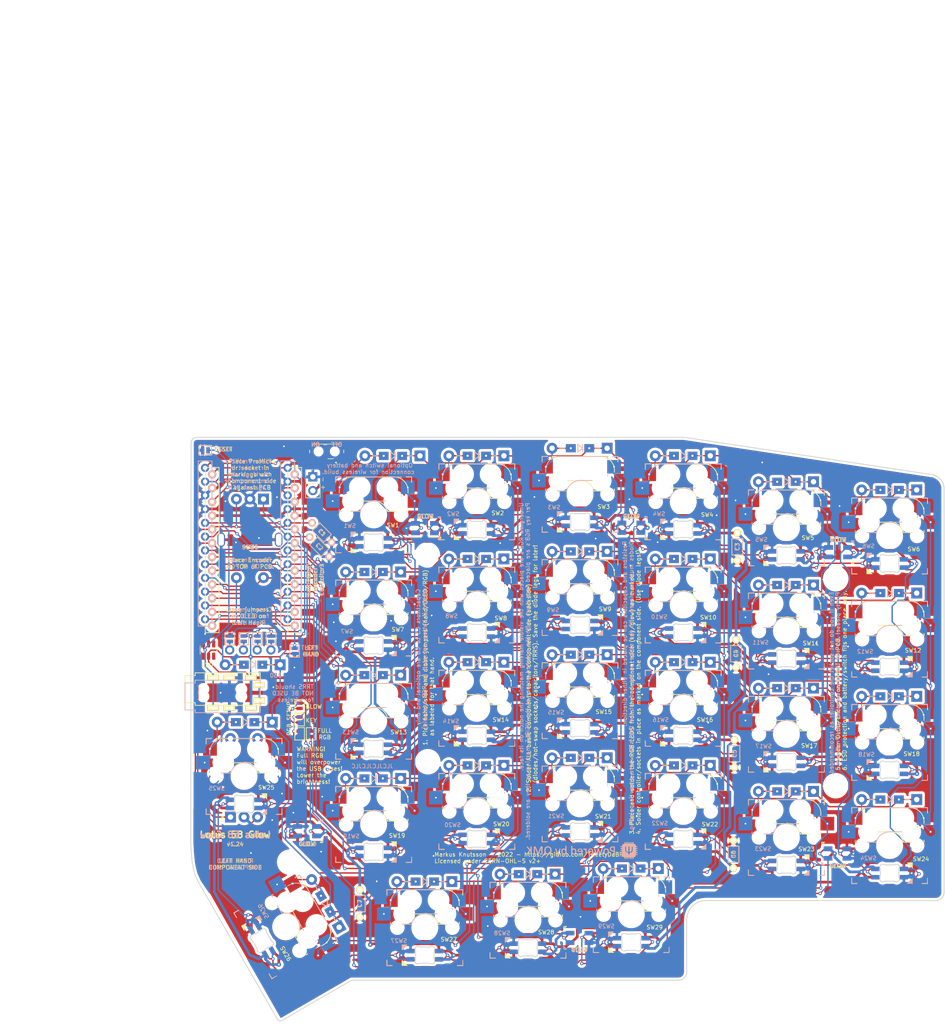
<source format=kicad_pcb>
(kicad_pcb (version 20211014) (generator pcbnew)
  (title_block (title "Lotus 58 Glow") (date "2022-09-14") (rev "v1.24") (company "Markus Knutsson <markus.knutsson@tweety.se>") (comment 1 "https://github.com/TweetyDaBird") (comment 2 "Licensed under CERN-OHL-S v2 or any superseding version"))
  (layers (0 "F.Cu" signal) (31 "B.Cu" signal) (34 "B.Paste" user) (35 "F.Paste" user) (36 "B.SilkS" user "B.Silkscreen") (37 "F.SilkS" user "F.Silkscreen") (38 "B.Mask" user) (39 "F.Mask" user) (44 "Edge.Cuts" user))
  (net 0 "")
  (net 1 "Net-(D1-Pad2)")
  (net 2 "row4")
  (net 3 "Net-(D2-Pad2)")
  (net 4 "Net-(D3-Pad2)")
  (net 5 "row0")
  (net 6 "Net-(D4-Pad2)")
  (net 7 "row1")
  (net 8 "Net-(D5-Pad2)")
  (net 9 "row2")
  (net 10 "Net-(D6-Pad2)")
  (net 11 "row3")
  (net 12 "Net-(D7-Pad2)")
  (net 13 "Net-(D8-Pad2)")
  (net 14 "Net-(D9-Pad2)")
  (net 15 "Net-(D10-Pad2)")
  (net 16 "Net-(D11-Pad2)")
  (net 17 "Net-(D12-Pad2)")
  (net 18 "Net-(D13-Pad2)")
  (net 19 "Net-(D14-Pad2)")
  (net 20 "Net-(D15-Pad2)")
  (net 21 "Net-(D16-Pad2)")
  (net 22 "Net-(D17-Pad2)")
  (net 23 "Net-(D18-Pad2)")
  (net 24 "Net-(D19-Pad2)")
  (net 25 "Net-(D20-Pad2)")
  (net 26 "Net-(D21-Pad2)")
  (net 27 "Net-(D22-Pad2)")
  (net 28 "Net-(D23-Pad2)")
  (net 29 "Net-(D24-Pad2)")
  (net 30 "Net-(D26-Pad2)")
  (net 31 "Net-(D27-Pad2)")
  (net 32 "Net-(D28-Pad2)")
  (net 33 "VCC")
  (net 34 "GND")
  (net 35 "col0")
  (net 36 "col1")
  (net 37 "col2")
  (net 38 "col3")
  (net 39 "col4")
  (net 40 "col5")
  (net 41 "SDA")
  (net 42 "LED")
  (net 43 "SCL")
  (net 44 "RESET")
  (net 45 "Net-(D29-Pad2)")
  (net 46 "DATA")
  (net 47 "Net-(D30-Pad2)")
  (net 48 "Hand")
  (net 49 "B")
  (net 50 "A")
  (net 51 "Alt")
  (net 52 "Net-(JP13-Pad1)")
  (net 53 "Net-(LED1-Pad1)")
  (net 54 "Net-(LED2-Pad1)")
  (net 55 "Net-(JP10-Pad1)")
  (net 56 "Net-(JP11-Pad1)")
  (net 57 "Net-(JP12-Pad1)")
  (net 58 "Net-(LED3-Pad1)")
  (net 59 "Net-(LED4-Pad1)")
  (net 60 "Net-(LED5-Pad1)")
  (net 61 "unconnected-(LED6-Pad1)")
  (net 62 "Net-(LED7-Pad2)")
  (net 63 "Net-(LED13-Pad4)")
  (net 64 "Net-(LED8-Pad2)")
  (net 65 "Net-(LED10-Pad2)")
  (net 66 "Net-(LED10-Pad4)")
  (net 67 "Net-(LED11-Pad2)")
  (net 68 "Net-(LED13-Pad2)")
  (net 69 "Net-(LED12-Pad2)")
  (net 70 "Net-(LED14-Pad4)")
  (net 71 "Net-(LED15-Pad4)")
  (net 72 "Net-(LED16-Pad4)")
  (net 73 "Net-(LED17-Pad4)")
  (net 74 "Net-(LED20-Pad2)")
  (net 75 "Net-(LED19-Pad2)")
  (net 76 "Net-(LED21-Pad2)")
  (net 77 "Net-(LED22-Pad2)")
  (net 78 "Net-(LED23-Pad2)")
  (net 79 "Net-(LED24-Pad2)")
  (net 80 "Net-(LED25-Pad2)")
  (net 81 "Net-(LED25-Pad4)")
  (net 82 "Net-(LED26-Pad4)")
  (net 83 "Net-(LED27-Pad4)")
  (net 84 "Net-(LED28-Pad4)")
  (net 85 "Net-(LED29-Pad4)")
  (net 86 "Net-(LED31-Pad2)")
  (net 87 "Net-(LED32-Pad2)")
  (net 88 "Net-(LED33-Pad2)")
  (net 89 "unconnected-(J1-PadS)")
  (net 90 "RGB_KEY")
  (net 91 "RGB_GLOW")
  (net 92 "RGB_LINK")
  (net 93 "Battery")
  (net 94 "/Batt")
  (net 95 "Net-(LED34-Pad2)")
  (footprint "Keyboard Common:Spacer PCB hole" (layer "F.Cu") (at 124.32538 57.40908)
    (fp_text reference "TH1" hide)
    (fp_text value "HOLE" hide)
  )
  (footprint "Keyboard Common:Spacer PCB hole" (layer "F.Cu") (at 199.7 61.8)
    (fp_text reference "TH2" hide)
    (fp_text value "HOLE" hide)
  )
  (footprint "Keyboard Common:Spacer PCB hole" (layer "F.Cu") (at 124.3965 95.5675)
    (fp_text reference "TH3" hide)
    (fp_text value "HOLE" hide)
  )
  (footprint "Keyboard Common:Spacer PCB hole" (layer "F.Cu") (at 199.7 100)
    (fp_text reference "TH4" hide)
    (fp_text value "HOLE" hide)
  )
  (footprint "Keyboard Common:Spacer PCB hole" (layer "F.Cu") (at 98.8949 114.1095 90)
    (fp_text reference "TH5" hide)
    (fp_text value "HOLE" hide)
  )
  (footprint "Common Library:Jumper_Mini" (layer "F.Cu") (at 95.4987 72.8755 90)
    (fp_text reference "JP13" hide)
    (fp_text value "Jumper_NO_Small" hide)
  )
  (footprint "Common Library:Jumper_Mini" (layer "F.Cu") (at 92.990766 72.8755 90)
    (fp_text reference "JP14" hide)
    (fp_text value "Jumper_NO_Small" hide)
  )
  (footprint "Common Library:Jumper_Mini" (layer "F.Cu") (at 90.419332 72.8755 90)
    (fp_text reference "JP15" hide)
    (fp_text value "Jumper_NO_Small" hide)
  )
  (footprint "Common Library:Jumper_Mini" (layer "F.Cu") (at 87.8479 72.8755 90)
    (fp_text reference "JP16" hide)
    (fp_text value "Jumper_NO_Small" hide)
  )
  (footprint "keyswitches:Kailh_socket_MX_reversible_RGB" (layer "F.Cu") (at 133.45 47.6)
    (fp_text reference "SW2")
    (fp_text value "Kailh hotswap MX socket")
  )
  (footprint "keyswitches:Kailh_socket_MX_reversible_RGB" (layer "F.Cu") (at 152.5 46.21)
    (fp_text reference "SW3")
    (fp_text value "Kailh hotswap MX socket")
  )
  (footprint "keyswitches:Kailh_socket_MX_reversible_RGB" (layer "F.Cu") (at 171.55 47.6)
    (fp_text reference "SW4")
    (fp_text value "Kailh hotswap MX socket")
  )
  (footprint "keyswitches:Kailh_socket_MX_reversible_RGB" (layer "F.Cu") (at 209.65 53.9)
    (fp_text reference "SW6")
    (fp_text value "Kailh hotswap MX socket")
  )
  (footprint "keyswitches:Kailh_socket_MX_reversible_RGB" (layer "F.Cu") (at 114.4 69.05)
    (fp_text reference "SW7")
    (fp_text value "Kailh hotswap MX socket")
  )
  (footprint "keyswitches:Kailh_socket_MX_reversible_RGB" (layer "F.Cu") (at 152.5 65.26)
    (fp_text reference "SW9")
    (fp_text value "Kailh hotswap MX socket")
  )
  (footprint "keyswitches:Kailh_socket_MX_reversible_RGB" (layer "F.Cu") (at 171.55 66.65)
    (fp_text reference "SW10")
    (fp_text value "Kailh hotswap MX socket")
  )
  (footprint "keyswitches:Kailh_socket_MX_reversible_RGB" (layer "F.Cu") (at 190.6 71.45)
    (fp_text reference "SW11")
    (fp_text value "Kailh hotswap MX socket")
  )
  (footprint "keyswitches:Kailh_socket_MX_reversible_RGB" (layer "F.Cu") (at 209.65 72.95)
    (fp_text reference "SW12")
    (fp_text value "Kailh hotswap MX socket")
  )
  (footprint "keyswitches:Kailh_socket_MX_reversible_RGB" (layer "F.Cu") (at 114.4 88.1)
    (fp_text reference "SW13")
    (fp_text value "Kailh hotswap MX socket")
  )
  (footprint "keyswitches:Kailh_socket_MX_reversible_RGB" (layer "F.Cu") (at 133.45 85.7)
    (fp_text reference "SW14")
    (fp_text value "Kailh hotswap MX socket")
  )
  (footprint "keyswitches:Kailh_socket_MX_reversible_RGB" (layer "F.Cu") (at 152.5 84.31)
    (fp_text reference "SW15")
    (fp_text value "Kailh hotswap MX socket")
  )
  (footprint "keyswitches:Kailh_socket_MX_reversible_RGB" (layer "F.Cu") (at 190.6 90.5)
    (fp_text reference "SW17")
    (fp_text value "Kailh hotswap MX socket")
  )
  (footprint "keyswitches:Kailh_socket_MX_reversible_RGB" (layer "F.Cu") (at 209.65 92)
    (fp_text reference "SW18")
    (fp_text value "Kailh hotswap MX socket")
  )
  (footprint "keyswitches:Kailh_socket_MX_reversible_RGB" (layer "F.Cu") (at 114.4 107.15)
    (fp_text reference "SW19")
    (fp_text value "Kailh hotswap MX socket")
  )
  (footprint "keyswitches:Kailh_socket_MX_reversible_RGB" (layer "F.Cu") (at 133.45 104.75)
    (fp_text reference "SW20")
    (fp_text value "Kailh hotswap MX socket")
  )
  (footprint "keyswitches:Kailh_socket_MX_reversible_RGB" (layer "F.Cu") (at 152.5 103.36)
    (fp_text reference "SW21")
    (fp_text value "Kailh hotswap MX socket")
  )
  (footprint "keyswitches:Kailh_socket_MX_reversible_RGB" (layer "F.Cu") (at 171.55 104.75)
    (fp_text reference "SW22")
    (fp_text value "Kailh hotswap MX socket")
  )
  (footprint "keyswitches:Kailh_socket_MX_reversible_RGB" (layer "F.Cu") (at 190.6 109.55)
    (fp_text reference "SW23")
    (fp_text value "Kailh hotswap MX socket")
  )
  (footprint "keyswitches:Kailh_socket_MX_reversible_RGB" (layer "F.Cu") (at 123.85 126.2)
    (fp_text reference "SW27")
    (fp_text value "Kailh hotswap MX socket")
  )
  (footprint "keyswitches:Kailh_socket_MX_reversible_RGB" (layer "F.Cu") (at 142.8977 124.8283)
    (fp_text reference "SW28")
    (fp_text value "Kailh hotswap MX socket")
  )
  (footprint "keyswitches:Kailh_socket_MX_reversible_RGB" (layer "F.Cu") (at 161.95 123.8)
    (fp_text reference "SW29")
    (fp_text value "Kailh hotswap MX socket")
  )
  (footprint "keyswitches:Kailh_socket_MX_reversible_RGB" (layer "F.Cu") (at 114.4 50)
    (fp_text reference "SW1")
    (fp_text value "Kailh hotswap MX socket")
  )
  (footprint "keyswitches:Kailh_socket_MX_reversible_RGB" (layer "F.Cu") (at 90.4748 98.2853)
    (fp_text reference "SW25")
    (fp_text value "Kailh hotswap MX socket")
  )
  (footprint "keyswitches:Kailh_socket_MX_reversible_RGB" (layer "F.Cu") (at 209.65 111.05)
    (fp_text reference "SW24")
    (fp_text value "Kailh hotswap MX socket")
  )
  (footprint "keyswitches:Kailh_socket_MX_reversible_RGB" (layer "F.Cu") (at 98.171 126.0475 -60)
    (fp_text reference "SW26")
    (fp_text value "Kailh hotswap MX socket")
  )
  (footprint "keyswitches:Kailh_socket_MX_reversible_RGB" (layer "F.Cu") (at 171.55 85.7)
    (fp_text reference "SW16")
    (fp_text value "Kailh hotswap MX socket")
  )
  (footprint "KiCad-SSD1306-0.91-OLED-4pin-128x32:SSD1306-0.91-OLED-4pin-128x32" (layer "F.Cu") (at 97.6305 38.4435 -90)
    (fp_text reference "P1" hide)
    (fp_text value "OLED")
  )
  (footprint "Keyboard Library:LED_SK6812MINI_PLCC4_3.5x3.5mm_P1.75mm" (layer "F.Cu") (at 152.4 128.0795 180)
    (fp_text reference "LED2" hide)
    (fp_text value "SK6812MINI")
  )
  (footprint "Keyboard Library:LED_SK6812MINI_PLCC4_3.5x3.5mm_P1.75mm" (layer "F.Cu") (at 102.108 108.3945)
    (fp_text reference "LED1" hide)
    (fp_text value "SK6812MINI")
  )
  (footprint "Keyboard Library:LED_SK6812MINI_PLCC4_3.5x3.5mm_P1.75mm" (layer "F.Cu") (at 200.152 56.896)
    (fp_text reference "LED4" hide)
    (fp_text value "SK6812MINI")
  )
  (footprint "Keyboard Library:LED_SK6812MINI_PLCC4_3.5x3.5mm_P1.75mm" (layer "F.Cu") (at 123.8885 52.451)
    (fp_text reference "LED6" hide)
    (fp_text value "SK6812MINI")
  )
  (footprint "Keyboard Library:RotaryEncoder_Alps_EC11E-Switch_Vertical_H20_special" (layer "F.Cu") (at 91.567 54.594 -90)
    (fp_text reference "SW30")
    (fp_text value "Rotary_Encoder_Switch")
  )
  (footprint "Keyboard Controllers:ProMicro_Reversible_orig" (layer "F.Cu") (at 92.109 56.1)
    (fp_text reference "U1" hide)
    (fp_text value "ProMicro" hide)
  )
  (footprint "Common Library:MJ-4PP-9_alim" (layer "F.Cu") (at 81.4705 82.169 90)
    (fp_text reference "J1" hide)
    (fp_text value "PJ-320A" hide)
  )
  (footprint "keyswitches:Kailh_socket_MX_reversible_RGB" (layer "F.Cu") (at 190.6 52.4)
    (fp_text reference "SW5")
    (fp_text value "Kailh hotswap MX socket")
  )
  (footprint "Keyboard Library:RotaryEncoder_Alps_EC11E-Switch_Special" (layer "F.Cu") (at 90.4748 98.2853 90)
    (fp_text reference "SW31" hide)
    (fp_text value "Rotary_Encoder_Switch")
  )
  (footprint "Keyboard Library:LED_SK6812MINI_PLCC4_3.5x3.5mm_P1.75mm" (layer "F.Cu") (at 161.9885 52.3875)
    (fp_text reference "LED5" hide)
    (fp_text value "SK6812MINI")
  )
  (footprint "Common Library:Jumper_Mini" (layer "F.Cu") (at 99.82 75.12 -90)
    (fp_text reference "JP2" hide)
    (fp_text value "LEFT" hide)
  )
  (footprint "keyswitches:Kailh_socket_MX_reversible_RGB" (layer "F.Cu") (at 133.45 66.65)
    (fp_text reference "SW8")
    (fp_text value "Kailh hotswap MX socket")
  )
  (footprint "Keyboard RGB:MX_SK6812MINI-E_REVERSIBLE" (layer "F.Cu") (at 114.4 55.08 180)
    (fp_text reference "LED7" hide)
    (fp_text value "SK6812MINI-E")
    (fp_line (start -1.699999 0.702841) (end -1.699999 -0.702843) (layer "Edge.Cuts") (width 0.15))
    (fp_line (start 0.794452 1.499999) (end -0.794452 1.499999) (layer "Edge.Cuts") (width 0.15))
    (fp_line (start 1.699999 -0.702843) (end 1.699999 0.702841) (layer "Edge.Cuts") (width 0.15))
    (fp_line (start -0.794452 -1.5) (end 0.794453 -1.5) (layer "Edge.Cuts") (width 0.15))
    (fp_arc (start 0.794452 1.499999) (mid 0.925123 1.517376) (end 1.046711 1.568298) (layer "Edge.Cuts") (width 0.15))
    (fp_arc (start 1.046711 -1.568299) (mid 0.925123 -1.517377) (end 0.794453 -1.5) (layer "Edge.Cuts") (width 0.15))
    (fp_arc (start 1.749484 0.919719) (mid 1.712511 0.81407) (end 1.699999 0.702841) (layer "Edge.Cuts") (width 0.15))
    (fp_arc (start -1.046711 1.568296) (mid -1.63807 1.504033) (end -1.749484 0.919719) (layer "Edge.Cuts") (width 0.15))
    (fp_arc (start -1.04671 1.568298) (mid -0.925122 1.517376) (end -0.794452 1.499999) (layer "Edge.Cuts") (width 0.15))
    (fp_arc (start 1.699999 -0.702844) (mid 1.712526 -0.81407) (end 1.749484 -0.919721) (layer "Edge.Cuts") (width 0.15))
    (fp_arc (start 1.749484 0.919718) (mid 1.638072 1.504034) (end 1.046711 1.568298) (layer "Edge.Cuts") (width 0.15))
    (fp_arc (start -0.794453 -1.500001) (mid -0.925123 -1.517378) (end -1.046711 -1.5683) (layer "Edge.Cuts") (width 0.15))
    (fp_arc (start -1.699999 0.702842) (mid -1.712527 0.814067) (end -1.749484 0.919719) (layer "Edge.Cuts") (width 0.15))
    (fp_arc (start -1.749484 -0.919721) (mid -1.638071 -1.504036) (end -1.046711 -1.5683) (layer "Edge.Cuts") (width 0.15))
    (fp_arc (start 1.046711 -1.568299) (mid 1.638071 -1.504036) (end 1.749484 -0.919721) (layer "Edge.Cuts") (width 0.15))
    (fp_arc (start -1.749484 -0.919721) (mid -1.712527 -0.814069) (end -1.699999 -0.702843) (layer "Edge.Cuts") (width 0.15))
  )
  (footprint "Common Library:Jumper_Mini" (layer "F.Cu") (at 83.34 38.08 180)
    (fp_text reference "JP4" hide)
    (fp_text value "RESET" hide)
  )
  (footprint "Keyboard RGB:MX_SK6812MINI-E_REVERSIBLE" (layer "F.Cu") (at 133.45 52.68 180)
    (fp_text reference "LED8" hide)
    (fp_text value "SK6812MINI-E")
    (fp_line (start -0.794452 -1.5) (end 0.794453 -1.5) (layer "Edge.Cuts") (width 0.15))
    (fp_line (start 0.794452 1.499999) (end -0.794452 1.499999) (layer "Edge.Cuts") (width 0.15))
    (fp_line (start -1.699999 0.702841) (end -1.699999 -0.702843) (layer "Edge.Cuts") (width 0.15))
    (fp_line (start 1.699999 -0.702843) (end 1.699999 0.702841) (layer "Edge.Cuts") (width 0.15))
    (fp_arc (start -1.749484 -0.919721) (mid -1.712527 -0.814069) (end -1.699999 -0.702843) (layer "Edge.Cuts") (width 0.15))
    (fp_arc (start 0.794452 1.499999) (mid 0.925123 1.517376) (end 1.046711 1.568298) (layer "Edge.Cuts") (width 0.15))
    (fp_arc (start -1.046711 1.568296) (mid -1.63807 1.504033) (end -1.749484 0.919719) (layer "Edge.Cuts") (width 0.15))
    (fp_arc (start -1.699999 0.702842) (mid -1.712527 0.814067) (end -1.749484 0.919719) (layer "Edge.Cuts") (width 0.15))
    (fp_arc (start -1.04671 1.568298) (mid -0.925122 1.517376) (end -0.794452 1.499999) (layer "Edge.Cuts") (width 0.15))
    (fp_arc (start 1.749484 0.919719) (mid 1.712511 0.81407) (end 1.699999 0.702841) (layer "Edge.Cuts") (width 0.15))
    (fp_arc (start 1.699999 -0.702844) (mid 1.712526 -0.81407) (end 1.749484 -0.919721) (layer "Edge.Cuts") (width 0.15))
    (fp_arc (start -1.749484 -0.919721) (mid -1.638071 -1.504036) (end -1.046711 -1.5683) (layer "Edge.Cuts") (width 0.15))
    (fp_arc (start 1.046711 -1.568299) (mid 0.925123 -1.517377) (end 0.794453 -1.5) (layer "Edge.Cuts") (width 0.15))
    (fp_arc (start -0.794453 -1.500001) (mid -0.925123 -1.517378) (end -1.046711 -1.5683) (layer "Edge.Cuts") (width 0.15))
    (fp_arc (start 1.046711 -1.568299) (mid 1.638071 -1.504036) (end 1.749484 -0.919721) (layer "Edge.Cuts") (width 0.15))
    (fp_arc (start 1.749484 0.919718) (mid 1.638072 1.504034) (end 1.046711 1.568298) (layer "Edge.Cuts") (width 0.15))
  )
  (footprint "Keyboard RGB:MX_SK6812MINI-E_REVERSIBLE" (layer "F.Cu") (at 152.5 51.29 180)
    (fp_text reference "LED9" hide)
    (fp_text value "SK6812MINI-E")
    (fp_line (start 1.699999 -0.702843) (end 1.699999 0.702841) (layer "Edge.Cuts") (width 0.15))
    (fp_line (start 0.794452 1.499999) (end -0.794452 1.499999) (layer "Edge.Cuts") (width 0.15))
    (fp_line (start -0.794452 -1.5) (end 0.794453 -1.5) (layer "Edge.Cuts") (width 0.15))
    (fp_line (start -1.699999 0.702841) (end -1.699999 -0.702843) (layer "Edge.Cuts") (width 0.15))
    (fp_arc (start -1.749484 -0.919721) (mid -1.712527 -0.814069) (end -1.699999 -0.702843) (layer "Edge.Cuts") (width 0.15))
    (fp_arc (start -1.04671 1.568298) (mid -0.925122 1.517376) (end -0.794452 1.499999) (layer "Edge.Cuts") (width 0.15))
    (fp_arc (start -1.699999 0.702842) (mid -1.712527 0.814067) (end -1.749484 0.919719) (layer "Edge.Cuts") (width 0.15))
    (fp_arc (start -0.794453 -1.500001) (mid -0.925123 -1.517378) (end -1.046711 -1.5683) (layer "Edge.Cuts") (width 0.15))
    (fp_arc (start -1.749484 -0.919721) (mid -1.638071 -1.504036) (end -1.046711 -1.5683) (layer "Edge.Cuts") (width 0.15))
    (fp_arc (start 1.046711 -1.568299) (mid 0.925123 -1.517377) (end 0.794453 -1.5) (layer "Edge.Cuts") (width 0.15))
    (fp_arc (start 1.749484 0.919719) (mid 1.712511 0.81407) (end 1.699999 0.702841) (layer "Edge.Cuts") (width 0.15))
    (fp_arc (start -1.046711 1.568296) (mid -1.63807 1.504033) (end -1.749484 0.919719) (layer "Edge.Cuts") (width 0.15))
    (fp_arc (start 1.046711 -1.568299) (mid 1.638071 -1.504036) (end 1.749484 -0.919721) (layer "Edge.Cuts") (width 0.15))
    (fp_arc (start 0.794452 1.499999) (mid 0.925123 1.517376) (end 1.046711 1.568298) (layer "Edge.Cuts") (width 0.15))
    (fp_arc (start 1.699999 -0.702844) (mid 1.712526 -0.81407) (end 1.749484 -0.919721) (layer "Edge.Cuts") (width 0.15))
    (fp_arc (start 1.749484 0.919718) (mid 1.638072 1.504034) (end 1.046711 1.568298) (layer "Edge.Cuts") (width 0.15))
  )
  (footprint "Keyboard RGB:MX_SK6812MINI-E_REVERSIBLE" (layer "F.Cu") (at 171.55 52.68 180)
    (fp_text reference "LED10" hide)
    (fp_text value "SK6812MINI-E")
    (fp_line (start 1.699999 -0.702843) (end 1.699999 0.702841) (layer "Edge.Cuts") (width 0.15))
    (fp_line (start -0.794452 -1.5) (end 0.794453 -1.5) (layer "Edge.Cuts") (width 0.15))
    (fp_line (start -1.699999 0.702841) (end -1.699999 -0.702843) (layer "Edge.Cuts") (width 0.15))
    (fp_line (start 0.794452 1.499999) (end -0.794452 1.499999) (layer "Edge.Cuts") (width 0.15))
    (fp_arc (start 0.794452 1.499999) (mid 0.925123 1.517376) (end 1.046711 1.568298) (layer "Edge.Cuts") (width 0.15))
    (fp_arc (start 1.046711 -1.568299) (mid 0.925123 -1.517377) (end 0.794453 -1.5) (layer "Edge.Cuts") (width 0.15))
    (fp_arc (start 1.749484 0.919718) (mid 1.638072 1.504034) (end 1.046711 1.568298) (layer "Edge.Cuts") (width 0.15))
    (fp_arc (start -1.749484 -0.919721) (mid -1.712527 -0.814069) (end -1.699999 -0.702843) (layer "Edge.Cuts") (width 0.15))
    (fp_arc (start 1.749484 0.919719) (mid 1.712511 0.81407) (end 1.699999 0.702841) (layer "Edge.Cuts") (width 0.15))
    (fp_arc (start -1.046711 1.568296) (mid -1.63807 1.504033) (end -1.749484 0.919719) (layer "Edge.Cuts") (width 0.15))
    (fp_arc (start 1.699999 -0.702844) (mid 1.712526 -0.81407) (end 1.749484 -0.919721) (layer "Edge.Cuts") (width 0.15))
    (fp_arc (start -0.794453 -1.500001) (mid -0.925123 -1.517378) (end -1.046711 -1.5683) (layer "Edge.Cuts") (width 0.15))
    (fp_arc (start -1.749484 -0.919721) (mid -1.638071 -1.504036) (end -1.046711 -1.5683) (layer "Edge.Cuts") (width 0.15))
    (fp_arc (start -1.699999 0.702842) (mid -1.712527 0.814067) (end -1.749484 0.919719) (layer "Edge.Cuts") (width 0.15))
    (fp_arc (start -1.04671 1.568298) (mid -0.925122 1.517376) (end -0.794452 1.499999) (layer "Edge.Cuts") (width 0.15))
    (fp_arc (start 1.046711 -1.568299) (mid 1.638071 -1.504036) (end 1.749484 -0.919721) (layer "Edge.Cuts") (width 0.15))
  )
  (footprint "Keyboard RGB:MX_SK6812MINI-E_REVERSIBLE" (layer "F.Cu") (at 190.6 57.48 180)
    (fp_text reference "LED11" hide)
    (fp_text value "SK6812MINI-E")
    (fp_line (start 0.794452 1.499999) (end -0.794452 1.499999) (layer "Edge.Cuts") (width 0.15))
    (fp_line (start 1.699999 -0.702843) (end 1.699999 0.702841) (layer "Edge.Cuts") (width 0.15))
    (fp_line (start -0.794452 -1.5) (end 0.794453 -1.5) (layer "Edge.Cuts") (width 0.15))
    (fp_line (start -1.699999 0.702841) (end -1.699999 -0.702843) (layer "Edge.Cuts") (width 0.15))
    (fp_arc (start 0.794452 1.499999) (mid 0.925123 1.517376) (end 1.046711 1.568298) (layer "Edge.Cuts") (width 0.15))
    (fp_arc (start 1.046711 -1.568299) (mid 1.638071 -1.504036) (end 1.749484 -0.919721) (layer "Edge.Cuts") (width 0.15))
    (fp_arc (start 1.749484 0.919719) (mid 1.712511 0.81407) (end 1.699999 0.702841) (layer "Edge.Cuts") (width 0.15))
    (fp_arc (start -1.046711 1.568296) (mid -1.63807 1.504033) (end -1.749484 0.919719) (layer "Edge.Cuts") (width 0.15))
    (fp_arc (start 1.699999 -0.702844) (mid 1.712526 -0.81407) (end 1.749484 -0.919721) (layer "Edge.Cuts") (width 0.15))
    (fp_arc (start -1.749484 -0.919721) (mid -1.712527 -0.814069) (end -1.699999 -0.702843) (layer "Edge.Cuts") (width 0.15))
    (fp_arc (start -1.04671 1.568298) (mid -0.925122 1.517376) (end -0.794452 1.499999) (layer "Edge.Cuts") (width 0.15))
    (fp_arc (start 1.749484 0.919718) (mid 1.638072 1.504034) (end 1.046711 1.568298) (layer "Edge.Cuts") (width 0.15))
    (fp_arc (start -1.749484 -0.919721) (mid -1.638071 -1.504036) (end -1.046711 -1.5683) (layer "Edge.Cuts") (width 0.15))
    (fp_arc (start -0.794453 -1.500001) (mid -0.925123 -1.517378) (end -1.046711 -1.5683) (layer "Edge.Cuts") (width 0.15))
    (fp_arc (start 1.046711 -1.568299) (mid 0.925123 -1.517377) (end 0.794453 -1.5) (layer "Edge.Cuts") (width 0.15))
    (fp_arc (start -1.699999 0.702842) (mid -1.712527 0.814067) (end -1.749484 0.919719) (layer "Edge.Cuts") (width 0.15))
  )
  (footprint "Keyboard RGB:MX_SK6812MINI-E_REVERSIBLE" (layer "F.Cu") (at 209.65 58.98 180)
    (fp_text reference "LED12" hide)
    (fp_text value "SK6812MINI-E")
    (fp_line (start 1.699999 -0.702843) (end 1.699999 0.702841) (layer "Edge.Cuts") (width 0.15))
    (fp_line (start -0.794452 -1.5) (end 0.794453 -1.5) (layer "Edge.Cuts") (width 0.15))
    (fp_line (start -1.699999 0.702841) (end -1.699999 -0.702843) (layer "Edge.Cuts") (width 0.15))
    (fp_line (start 0.794452 1.499999) (end -0.794452 1.499999) (layer "Edge.Cuts") (width 0.15))
    (fp_arc (start -1.749484 -0.919721) (mid -1.712527 -0.814069) (end -1.699999 -0.702843) (layer "Edge.Cuts") (width 0.15))
    (fp_arc (start -1.046711 1.568296) (mid -1.63807 1.504033) (end -1.749484 0.919719) (layer "Edge.Cuts") (width 0.15))
    (fp_arc (start 1.046711 -1.568299) (mid 0.925123 -1.517377) (end 0.794453 -1.5) (layer "Edge.Cuts") (width 0.15))
    (fp_arc (start 1.749484 0.919719) (mid 1.712511 0.81407) (end 1.699999 0.702841) (layer "Edge.Cuts") (width 0.15))
    (fp_arc (start 0.794452 1.499999) (mid 0.925123 1.517376) (end 1.046711 1.568298) (layer "Edge.Cuts") (width 0.15))
    (fp_arc (start -0.794453 -1.500001) (mid -0.925123 -1.517378) (end -1.046711 -1.5683) (layer "Edge.Cuts") (width 0.15))
    (fp_arc (start -1.04671 1.568298) (mid -0.925122 1.517376) (end -0.794452 1.499999) (layer "Edge.Cuts") (width 0.15))
    (fp_arc (start 1.046711 -1.568299) (mid 1.638071 -1.504036) (end 1.749484 -0.919721) (layer "Edge.Cuts") (width 0.15))
    (fp_arc (start 1.749484 0.919718) (mid 1.638072 1.504034) (end 1.046711 1.568298) (layer "Edge.Cuts") (width 0.15))
    (fp_arc (start -1.699999 0.702842) (mid -1.712527 0.814067) (end -1.749484 0.919719) (layer "Edge.Cuts") (width 0.15))
    (fp_arc (start 1.699999 -0.702844) (mid 1.712526 -0.81407) (end 1.749484 -0.919721) (layer "Edge.Cuts") (width 0.15))
    (fp_arc (start -1.749484 -0.919721) (mid -1.638071 -1.504036) (end -1.046711 -1.5683) (layer "Edge.Cuts") (width 0.15))
  )
  (footprint "Keyboard RGB:MX_SK6812MINI-E_REVERSIBLE" (layer "F.Cu") (at 114.4 74.13)
    (fp_text reference "LED13" hide)
    (fp_text value "SK6812MINI-E")
    (fp_line (start -0.794452 -1.5) (end 0.794453 -1.5) (layer "Edge.Cuts") (width 0.15))
    (fp_line (start 0.794452 1.499999) (end -0.794452 1.499999) (layer "Edge.Cuts") (width 0.15))
    (fp_line (start 1.699999 -0.702843) (end 1.699999 0.702841) (layer "Edge.Cuts") (width 0.15))
    (fp_line (start -1.699999 0.702841) (end -1.699999 -0.702843) (layer "Edge.Cuts") (width 0.15))
    (fp_arc (start 1.699999 -0.702844) (mid 1.712526 -0.81407) (end 1.749484 -0.919721) (layer "Edge.Cuts") (width 0.15))
    (fp_arc (start -1.04671 1.568298) (mid -0.925122 1.517376) (end -0.794452 1.499999) (layer "Edge.Cuts") (width 0.15))
    (fp_arc (start 1.749484 0.919718) (mid 1.638072 1.504034) (end 1.046711 1.568298) (layer "Edge.Cuts") (width 0.15))
    (fp_arc (start 0.794452 1.499999) (mid 0.925123 1.517376) (end 1.046711 1.568298) (layer "Edge.Cuts") (width 0.15))
    (fp_arc (start -1.046711 1.568296) (mid -1.63807 1.504033) (end -1.749484 0.919719) (layer "Edge.Cuts") (width 0.15))
    (fp_arc (start -0.794453 -1.500001) (mid -0.925123 -1.517378) (end -1.046711 -1.5683) (layer "Edge.Cuts") (width 0.15))
    (fp_arc (start -1.749484 -0.919721) (mid -1.712527 -0.814069) (end -1.699999 -0.702843) (layer "Edge.Cuts") (width 0.15))
    (fp_arc (start -1.699999 0.702842) (mid -1.712527 0.814067) (end -1.749484 0.919719) (layer "Edge.Cuts") (width 0.15))
    (fp_arc (start 1.046711 -1.568299) (mid 1.638071 -1.504036) (end 1.749484 -0.919721) (layer "Edge.Cuts") (width 0.15))
    (fp_arc (start -1.749484 -0.919721) (mid -1.638071 -1.504036) (end -1.046711 -1.5683) (layer "Edge.Cuts") (width 0.15))
    (fp_arc (start 1.749484 0.919719) (mid 1.712511 0.81407) (end 1.699999 0.702841) (layer "Edge.Cuts") (width 0.15))
    (fp_arc (start 1.046711 -1.568299) (mid 0.925123 -1.517377) (end 0.794453 -1.5) (layer "Edge.Cuts") (width 0.15))
  )
  (footprint "Keyboard RGB:MX_SK6812MINI-E_REVERSIBLE" (layer "F.Cu") (at 133.45 71.73)
    (fp_text reference "LED14" hide)
    (fp_text value "SK6812MINI-E")
    (fp_line (start -0.794452 -1.5) (end 0.794453 -1.5) (layer "Edge.Cuts") (width 0.15))
    (fp_line (start 0.794452 1.499999) (end -0.794452 1.499999) (layer "Edge.Cuts") (width 0.15))
    (fp_line (start 1.699999 -0.702843) (end 1.699999 0.702841) (layer "Edge.Cuts") (width 0.15))
    (fp_line (start -1.699999 0.702841) (end -1.699999 -0.702843) (layer "Edge.Cuts") (width 0.15))
    (fp_arc (start -1.749484 -0.919721) (mid -1.638071 -1.504036) (end -1.046711 -1.5683) (layer "Edge.Cuts") (width 0.15))
    (fp_arc (start 1.699999 -0.702844) (mid 1.712526 -0.81407) (end 1.749484 -0.919721) (layer "Edge.Cuts") (width 0.15))
    (fp_arc (start 1.749484 0.919718) (mid 1.638072 1.504034) (end 1.046711 1.568298) (layer "Edge.Cuts") (width 0.15))
    (fp_arc (start -1.046711 1.568296) (mid -1.63807 1.504033) (end -1.749484 0.919719) (layer "Edge.Cuts") (width 0.15))
    (fp_arc (start -0.794453 -1.500001) (mid -0.925123 -1.517378) (end -1.046711 -1.5683) (layer "Edge.Cuts") (width 0.15))
    (fp_arc (start 1.749484 0.919719) (mid 1.712511 0.81407) (end 1.699999 0.702841) (layer "Edge.Cuts") (width 0.15))
    (fp_arc (start -1.699999 0.702842) (mid -1.712527 0.814067) (end -1.749484 0.919719) (layer "Edge.Cuts") (width 0.15))
    (fp_arc (start 0.794452 1.499999) (mid 0.925123 1.517376) (end 1.046711 1.568298) (layer "Edge.Cuts") (width 0.15))
    (fp_arc (start -1.04671 1.568298) (mid -0.925122 1.517376) (end -0.794452 1.499999) (layer "Edge.Cuts") (width 0.15))
    (fp_arc (start 1.046711 -1.568299) (mid 1.638071 -1.504036) (end 1.749484 -0.919721) (layer "Edge.Cuts") (width 0.15))
    (fp_arc (start -1.749484 -0.919721) (mid -1.712527 -0.814069) (end -1.699999 -0.702843) (layer "Edge.Cuts") (width 0.15))
    (fp_arc (start 1.046711 -1.568299) (mid 0.925123 -1.517377) (end 0.794453 -1.5) (layer "Edge.Cuts") (width 0.15))
  )
  (footprint "Keyboard RGB:MX_SK6812MINI-E_REVERSIBLE" (layer "F.Cu") (at 152.5 70.34)
    (fp_text reference "LED15" hide)
    (fp_text value "SK6812MINI-E")
    (fp_line (start 1.699999 -0.702843) (end 1.699999 0.702841) (layer "Edge.Cuts") (width 0.15))
    (fp_line (start 0.794452 1.499999) (end -0.794452 1.499999) (layer "Edge.Cuts") (width 0.15))
    (fp_line (start -1.699999 0.702841) (end -1.699999 -0.702843) (layer "Edge.Cuts") (width 0.15))
    (fp_line (start -0.794452 -1.5) (end 0.794453 -1.5) (layer "Edge.Cuts") (width 0.15))
    (fp_arc (start 1.749484 0.919719) (mid 1.712511 0.81407) (end 1.699999 0.702841) (layer "Edge.Cuts") (width 0.15))
    (fp_arc (start 0.794452 1.499999) (mid 0.925123 1.517376) (end 1.046711 1.568298) (layer "Edge.Cuts") (width 0.15))
    (fp_arc (start 1.046711 -1.568299) (mid 1.638071 -1.504036) (end 1.749484 -0.919721) (layer "Edge.Cuts") (width 0.15))
    (fp_arc (start -0.794453 -1.500001) (mid -0.925123 -1.517378) (end -1.046711 -1.5683) (layer "Edge.Cuts") (width 0.15))
    (fp_arc (start 1.749484 0.919718) (mid 1.638072 1.504034) (end 1.046711 1.568298) (layer "Edge.Cuts") (width 0.15))
    (fp_arc (start 1.046711 -1.568299) (mid 0.925123 -1.517377) (end 0.794453 -1.5) (layer "Edge.Cuts") (width 0.15))
    (fp_arc (start -1.04671 1.568298) (mid -0.925122 1.517376) (end -0.794452 1.499999) (layer "Edge.Cuts") (width 0.15))
    (fp_arc (start -1.699999 0.702842) (mid -1.712527 0.814067) (end -1.749484 0.919719) (layer "Edge.Cuts") (width 0.15))
    (fp_arc (start -1.749484 -0.919721) (mid -1.638071 -1.504036) (end -1.046711 -1.5683) (layer "Edge.Cuts") (width 0.15))
    (fp_arc (start -1.046711 1.568296) (mid -1.63807 1.504033) (end -1.749484 0.919719) (layer "Edge.Cuts") (width 0.15))
    (fp_arc (start -1.749484 -0.919721) (mid -1.712527 -0.814069) (end -1.699999 -0.702843) (layer "Edge.Cuts") (width 0.15))
    (fp_arc (start 1.699999 -0.702844) (mid 1.712526 -0.81407) (end 1.749484 -0.919721) (layer "Edge.Cuts") (width 0.15))
  )
  (footprint "Keyboard RGB:MX_SK6812MINI-E_REVERSIBLE" (layer "F.Cu") (at 171.55 71.73)
    (fp_text reference "LED16" hide)
    (fp_text value "SK6812MINI-E")
    (fp_line (start 1.699999 -0.702843) (end 1.699999 0.702841) (layer "Edge.Cuts") (width 0.15))
    (fp_line (start -0.794452 -1.5) (end 0.794453 -1.5) (layer "Edge.Cuts") (width 0.15))
    (fp_line (start 0.794452 1.499999) (end -0.794452 1.499999) (layer "Edge.Cuts") (width 0.15))
    (fp_line (start -1.699999 0.702841) (end -1.699999 -0.702843) (layer "Edge.Cuts") (width 0.15))
    (fp_arc (start 1.699999 -0.702844) (mid 1.712526 -0.81407) (end 1.749484 -0.919721) (layer "Edge.Cuts") (width 0.15))
    (fp_arc (start -0.794453 -1.500001) (mid -0.925123 -1.517378) (end -1.046711 -1.5683) (layer "Edge.Cuts") (width 0.15))
    (fp_arc (start 1.749484 0.919719) (mid 1.712511 0.81407) (end 1.699999 0.702841) (layer "Edge.Cuts") (width 0.15))
    (fp_arc (start 1.749484 0.919718) (mid 1.638072 1.504034) (end 1.046711 1.568298) (layer "Edge.Cuts") (width 0.15))
    (fp_arc (start 1.046711 -1.568299) (mid 0.925123 -1.517377) (end 0.794453 -1.5) (layer "Edge.Cuts") (width 0.15))
    (fp_arc (start 1.046711 -1.568299) (mid 1.638071 -1.504036) (end 1.749484 -0.919721) (layer "Edge.Cuts") (width 0.15))
    (fp_arc (start -1.04671 1.568298) (mid -0.925122 1.517376) (end -0.794452 1.499999) (layer "Edge.Cuts") (width 0.15))
    (fp_arc (start -1.699999 0.702842) (mid -1.712527 0.814067) (end -1.749484 0.919719) (layer "Edge.Cuts") (width 0.15))
    (fp_arc (start -1.046711 1.568296) (mid -1.63807 1.504033) (end -1.749484 0.919719) (layer "Edge.Cuts") (width 0.15))
    (fp_arc (start 0.794452 1.499999) (mid 0.925123 1.517376) (end 1.046711 1.568298) (layer "Edge.Cuts") (width 0.15))
    (fp_arc (start -1.749484 -0.919721) (mid -1.712527 -0.814069) (end -1.699999 -0.702843) (layer "Edge.Cuts") (width 0.15))
    (fp_arc (start -1.749484 -0.919721) (mid -1.638071 -1.504036) (end -1.046711 -1.5683) (layer "Edge.Cuts") (width 0.15))
  )
  (footprint "Keyboard RGB:MX_SK6812MINI-E_REVERSIBLE" (layer "F.Cu") (at 190.6 76.53)
    (fp_text reference "LED17" hide)
    (fp_text value "SK6812MINI-E")
    (fp_line (start 0.794452 1.499999) (end -0.794452 1.499999) (layer "Edge.Cuts") (width 0.15))
    (fp_line (start -0.794452 -1.5) (end 0.794453 -1.5) (layer "Edge.Cuts") (width 0.15))
    (fp_line (start 1.699999 -0.702843) (end 1.699999 0.702841) (layer "Edge.Cuts") (width 0.15))
    (fp_line (start -1.699999 0.702841) (end -1.699999 -0.702843) (layer "Edge.Cuts") (width 0.15))
    (fp_arc (start 1.699999 -0.702844) (mid 1.712526 -0.81407) (end 1.749484 -0.919721) (layer "Edge.Cuts") (width 0.15))
    (fp_arc (start 1.749484 0.919719) (mid 1.712511 0.81407) (end 1.699999 0.702841) (layer "Edge.Cuts") (width 0.15))
    (fp_arc (start -1.04671 1.568298) (mid -0.925122 1.517376) (end -0.794452 1.499999) (layer "Edge.Cuts") (width 0.15))
    (fp_arc (start 1.046711 -1.568299) (mid 0.925123 -1.517377) (end 0.794453 -1.5) (layer "Edge.Cuts") (width 0.15))
    (fp_arc (start -1.699999 0.702842) (mid -1.712527 0.814067) (end -1.749484 0.919719) (layer "Edge.Cuts") (width 0.15))
    (fp_arc (start -1.749484 -0.919721) (mid -1.638071 -1.504036) (end -1.046711 -1.5683) (layer "Edge.Cuts") (width 0.15))
    (fp_arc (start 1.046711 -1.568299) (mid 1.638071 -1.504036) (end 1.749484 -0.919721) (layer "Edge.Cuts") (width 0.15))
    (fp_arc (start 0.794452 1.499999) (mid 0.925123 1.517376) (end 1.046711 1.568298) (layer "Edge.Cuts") (width 0.15))
    (fp_arc (start 1.749484 0.919718) (mid 1.638072 1.504034) (end 1.046711 1.568298) (layer "Edge.Cuts") (width 0.15))
    (fp_arc (start -1.749484 -0.919721) (mid -1.712527 -0.814069) (end -1.699999 -0.702843) (layer "Edge.Cuts") (width 0.15))
    (fp_arc (start -1.046711 1.568296) (mid -1.63807 1.504033) (end -1.749484 0.919719) (layer "Edge.Cuts") (width 0.15))
    (fp_arc (start -0.794453 -1.500001) (mid -0.925123 -1.517378) (end -1.046711 -1.5683) (layer "Edge.Cuts") (width 0.15))
  )
  (footprint "Keyboard RGB:MX_SK6812MINI-E_REVERSIBLE" (layer "F.Cu") (at 209.65 78.03)
    (fp_text reference "LED18" hide)
    (fp_text value "SK6812MINI-E")
    (fp_line (start 0.794452 1.499999) (end -0.794452 1.499999) (layer "Edge.Cuts") (width 0.15))
    (fp_line (start -1.699999 0.702841) (end -1.699999 -0.702843) (layer "Edge.Cuts") (width 0.15))
    (fp_line (start 1.699999 -0.702843) (end 1.699999 0.702841) (layer "Edge.Cuts") (width 0.15))
    (fp_line (start -0.794452 -1.5) (end 0.794453 -1.5) (layer "Edge.Cuts") (width 0.15))
    (fp_arc (start -1.699999 0.702842) (mid -1.712527 0.814067) (end -1.749484 0.919719) (layer "Edge.Cuts") (width 0.15))
    (fp_arc (start 1.749484 0.919719) (mid 1.712511 0.81407) (end 1.699999 0.702841) (layer "Edge.Cuts") (width 0.15))
    (fp_arc (start -1.04671 1.568298) (mid -0.925122 1.517376) (end -0.794452 1.499999) (layer "Edge.Cuts") (width 0.15))
    (fp_arc (start -1.749484 -0.919721) (mid -1.638071 -1.504036) (end -1.046711 -1.5683) (layer "Edge.Cuts") (width 0.15))
    (fp_arc (start -1.749484 -0.919721) (mid -1.712527 -0.814069) (end -1.699999 -0.702843) (layer "Edge.Cuts") (width 0.15))
    (fp_arc (start 1.046711 -1.568299) (mid 1.638071 -1.504036) (end 1.749484 -0.919721) (layer "Edge.Cuts") (width 0.15))
    (fp_arc (start 1.749484 0.919718) (mid 1.638072 1.504034) (end 1.046711 1.568298) (layer "Edge.Cuts") (width 0.15))
    (fp_arc (start 1.046711 -1.568299) (mid 0.925123 -1.517377) (end 0.794453 -1.5) (layer "Edge.Cuts") (width 0.15))
    (fp_arc (start -0.794453 -1.500001) (mid -0.925123 -1.517378) (end -1.046711 -1.5683) (layer "Edge.Cuts") (width 0.15))
    (fp_arc (start -1.046711 1.568296) (mid -1.63807 1.504033) (end -1.749484 0.919719) (layer "Edge.Cuts") (width 0.15))
    (fp_arc (start 1.699999 -0.702844) (mid 1.712526 -0.81407) (end 1.749484 -0.919721) (layer "Edge.Cuts") (width 0.15))
    (fp_arc (start 0.794452 1.499999) (mid 0.925123 1.517376) (end 1.046711 1.568298) (layer "Edge.Cuts") (width 0.15))
  )
  (footprint "Keyboard RGB:MX_SK6812MINI-E_REVERSIBLE" (layer "F.Cu") (at 114.4 93.18 180)
    (fp_text reference "LED19" hide)
    (fp_text value "SK6812MINI-E")
    (fp_line (start 0.794452 1.499999) (end -0.794452 1.499999) (layer "Edge.Cuts") (width 0.15))
    (fp_line (start 1.699999 -0.702843) (end 1.699999 0.702841) (layer "Edge.Cuts") (width 0.15))
    (fp_line (start -1.699999 0.702841) (end -1.699999 -0.702843) (layer "Edge.Cuts") (width 0.15))
    (fp_line (start -0.794452 -1.5) (end 0.794453 -1.5) (layer "Edge.Cuts") (width 0.15))
    (fp_arc (start 1.699999 -0.702844) (mid 1.712526 -0.81407) (end 1.749484 -0.919721) (layer "Edge.Cuts") (width 0.15))
    (fp_arc (start 0.794452 1.499999) (mid 0.925123 1.517376) (end 1.046711 1.568298) (layer "Edge.Cuts") (width 0.15))
    (fp_arc (start -1.749484 -0.919721) (mid -1.638071 -1.504036) (end -1.046711 -1.5683) (layer "Edge.Cuts") (width 0.15))
    (fp_arc (start 1.046711 -1.568299) (mid 0.925123 -1.517377) (end 0.794453 -1.5) (layer "Edge.Cuts") (width 0.15))
    (fp_arc (start -1.04671 1.568298) (mid -0.925122 1.517376) (end -0.794452 1.499999) (layer "Edge.Cuts") (width 0.15))
    (fp_arc (start -1.046711 1.568296) (mid -1.63807 1.504033) (end -1.749484 0.919719) (layer "Edge.Cuts") (width 0.15))
    (fp_arc (start -1.749484 -0.919721) (mid -1.712527 -0.814069) (end -1.699999 -0.702843) (layer "Edge.Cuts") (width 0.15))
    (fp_arc (start -0.794453 -1.500001) (mid -0.925123 -1.517378) (end -1.046711 -1.5683) (layer "Edge.Cuts") (width 0.15))
    (fp_arc (start 1.749484 0.919718) (mid 1.638072 1.504034) (end 1.046711 1.568298) (layer "Edge.Cuts") (width 0.15))
    (fp_arc (start 1.749484 0.919719) (mid 1.712511 0.81407) (end 1.699999 0.702841) (layer "Edge.Cuts") (width 0.15))
    (fp_arc (start 1.046711 -1.568299) (mid 1.638071 -1.504036) (end 1.749484 -0.919721) (layer "Edge.Cuts") (width 0.15))
    (fp_arc (start -1.699999 0.702842) (mid -1.712527 0.814067) (end -1.749484 0.919719) (layer "Edge.Cuts") (width 0.15))
  )
  (footprint "Keyboard RGB:MX_SK6812MINI-E_REVERSIBLE" (layer "F.Cu") (at 133.45 90.78 180)
    (fp_text reference "LED20" hide)
    (fp_text value "SK6812MINI-E")
    (fp_line (start 0.794452 1.499999) (end -0.794452 1.499999) (layer "Edge.Cuts") (width 0.15))
    (fp_line (start -0.794452 -1.5) (end 0.794453 -1.5) (layer "Edge.Cuts") (width 0.15))
    (fp_line (start 1.699999 -0.702843) (end 1.699999 0.702841) (layer "Edge.Cuts") (width 0.15))
    (fp_line (start -1.699999 0.702841) (end -1.699999 -0.702843) (layer "Edge.Cuts") (width 0.15))
    (fp_arc (start 1.749484 0.919718) (mid 1.638072 1.504034) (end 1.046711 1.568298) (layer "Edge.Cuts") (width 0.15))
    (fp_arc (start -1.699999 0.702842) (mid -1.712527 0.814067) (end -1.749484 0.919719) (layer "Edge.Cuts") (width 0.15))
    (fp_arc (start -0.794453 -1.500001) (mid -0.925123 -1.517378) (end -1.046711 -1.5683) (layer "Edge.Cuts") (width 0.15))
    (fp_arc (start 1.046711 -1.568299) (mid 1.638071 -1.504036) (end 1.749484 -0.919721) (layer "Edge.Cuts") (width 0.15))
    (fp_arc (start -1.749484 -0.919721) (mid -1.638071 -1.504036) (end -1.046711 -1.5683) (layer "Edge.Cuts") (width 0.15))
    (fp_arc (start 1.749484 0.919719) (mid 1.712511 0.81407) (end 1.699999 0.702841) (layer "Edge.Cuts") (width 0.15))
    (fp_arc (start 1.699999 -0.702844) (mid 1.712526 -0.81407) (end 1.749484 -0.919721) (layer "Edge.Cuts") (width 0.15))
    (fp_arc (start -1.04671 1.568298) (mid -0.925122 1.517376) (end -0.794452 1.499999) (layer "Edge.Cuts") (width 0.15))
    (fp_arc (start 1.046711 -1.568299) (mid 0.925123 -1.517377) (end 0.794453 -1.5) (layer "Edge.Cuts") (width 0.15))
    (fp_arc (start -1.046711 1.568296) (mid -1.63807 1.504033) (end -1.749484 0.919719) (layer "Edge.Cuts") (width 0.15))
    (fp_arc (start -1.749484 -0.919721) (mid -1.712527 -0.814069) (end -1.699999 -0.702843) (layer "Edge.Cuts") (width 0.15))
    (fp_arc (start 0.794452 1.499999) (mid 0.925123 1.517376) (end 1.046711 1.568298) (layer "Edge.Cuts") (width 0.15))
  )
  (footprint "Keyboard RGB:MX_SK6812MINI-E_REVERSIBLE" (layer "F.Cu") (at 152.5 89.39 180)
    (fp_text reference "LED21" hide)
    (fp_text value "SK6812MINI-E")
    (fp_line (start -1.699999 0.702841) (end -1.699999 -0.702843) (layer "Edge.Cuts") (width 0.15))
    (fp_line (start 0.794452 1.499999) (end -0.794452 1.499999) (layer "Edge.Cuts") (width 0.15))
    (fp_line (start 1.699999 -0.702843) (end 1.699999 0.702841) (layer "Edge.Cuts") (width 0.15))
    (fp_line (start -0.794452 -1.5) (end 0.794453 -1.5) (layer "Edge.Cuts") (width 0.15))
    (fp_arc (start -1.699999 0.702842) (mid -1.712527 0.814067) (end -1.749484 0.919719) (layer "Edge.Cuts") (width 0.15))
    (fp_arc (start 1.749484 0.919719) (mid 1.712511 0.81407) (end 1.699999 0.702841) (layer "Edge.Cuts") (width 0.15))
    (fp_arc (start 1.699999 -0.702844) (mid 1.712526 -0.81407) (end 1.749484 -0.919721) (layer "Edge.Cuts") (width 0.15))
    (fp_arc (start -1.046711 1.568296) (mid -1.63807 1.504033) (end -1.749484 0.919719) (layer "Edge.Cuts") (width 0.15))
    (fp_arc (start -0.794453 -1.500001) (mid -0.925123 -1.517378) (end -1.046711 -1.5683) (layer "Edge.Cuts") (width 0.15))
    (fp_arc (start 0.794452 1.499999) (mid 0.925123 1.517376) (end 1.046711 1.568298) (layer "Edge.Cuts") (width 0.15))
    (fp_arc (start 1.749484 0.919718) (mid 1.638072 1.504034) (end 1.046711 1.568298) (layer "Edge.Cuts") (width 0.15))
    (fp_arc (start 1.046711 -1.568299) (mid 1.638071 -1.504036) (end 1.749484 -0.919721) (layer "Edge.Cuts") (width 0.15))
    (fp_arc (start -1.749484 -0.919721) (mid -1.638071 -1.504036) (end -1.046711 -1.5683) (layer "Edge.Cuts") (width 0.15))
    (fp_arc (start -1.04671 1.568298) (mid -0.925122 1.517376) (end -0.794452 1.499999) (layer "Edge.Cuts") (width 0.15))
    (fp_arc (start 1.046711 -1.568299) (mid 0.925123 -1.517377) (end 0.794453 -1.5) (layer "Edge.Cuts") (width 0.15))
    (fp_arc (start -1.749484 -0.919721) (mid -1.712527 -0.814069) (end -1.699999 -0.702843) (layer "Edge.Cuts") (width 0.15))
  )
  (footprint "Keyboard RGB:MX_SK6812MINI-E_REVERSIBLE" (layer "F.Cu") (at 171.55 90.78 180)
    (fp_text reference "LED22" hide)
    (fp_text value "SK6812MINI-E")
    (fp_line (start 0.794452 1.499999) (end -0.794452 1.499999) (layer "Edge.Cuts") (width 0.15))
    (fp_line (start 1.699999 -0.702843) (end 1.699999 0.702841) (layer "Edge.Cuts") (width 0.15))
    (fp_line (start -0.794452 -1.5) (end 0.794453 -1.5) (layer "Edge.Cuts") (width 0.15))
    (fp_line (start -1.699999 0.702841) (end -1.699999 -0.702843) (layer "Edge.Cuts") (width 0.15))
    (fp_arc (start -1.046711 1.568296) (mid -1.63807 1.504033) (end -1.749484 0.919719) (layer "Edge.Cuts") (width 0.15))
    (fp_arc (start 1.699999 -0.702844) (mid 1.712526 -0.81407) (end 1.749484 -0.919721) (layer "Edge.Cuts") (width 0.15))
    (fp_arc (start -1.699999 0.702842) (mid -1.712527 0.814067) (end -1.749484 0.919719) (layer "Edge.Cuts") (width 0.15))
    (fp_arc (start 1.046711 -1.568299) (mid 0.925123 -1.517377) (end 0.794453 -1.5) (layer "Edge.Cuts") (width 0.15))
    (fp_arc (start -1.749484 -0.919721) (mid -1.638071 -1.504036) (end -1.046711 -1.5683) (layer "Edge.Cuts") (width 0.15))
    (fp_arc (start 0.794452 1.499999) (mid 0.925123 1.517376) (end 1.046711 1.568298) (layer "Edge.Cuts") (width 0.15))
    (fp_arc (start -1.04671 1.568298) (mid -0.925122 1.517376) (end -0.794452 1.499999) (layer "Edge.Cuts") (width 0.15))
    (fp_arc (start -1.749484 -0.919721) (mid -1.712527 -0.814069) (end -1.699999 -0.702843) (layer "Edge.Cuts") (width 0.15))
    (fp_arc (start -0.794453 -1.500001) (mid -0.925123 -1.517378) (end -1.046711 -1.5683) (layer "Edge.Cuts") (width 0.15))
    (fp_arc (start 1.749484 0.919718) (mid 1.638072 1.504034) (end 1.046711 1.568298) (layer "Edge.Cuts") (width 0.15))
    (fp_arc (start 1.046711 -1.568299) (mid 1.638071 -1.504036) (end 1.749484 -0.919721) (layer "Edge.Cuts") (width 0.15))
    (fp_arc (start 1.749484 0.919719) (mid 1.712511 0.81407) (end 1.699999 0.702841) (layer "Edge.Cuts") (width 0.15))
  )
  (footprint "Keyboard RGB:MX_SK6812MINI-E_REVERSIBLE" (layer "F.Cu") (at 190.6 95.58 180)
    (fp_text reference "LED23" hide)
    (fp_text value "SK6812MINI-E")
    (fp_line (start 0.794452 1.499999) (end -0.794452 1.499999) (layer "Edge.Cuts") (width 0.15))
    (fp_line (start -0.794452 -1.5) (end 0.794453 -1.5) (layer "Edge.Cuts") (width 0.15))
    (fp_line (start 1.699999 -0.702843) (end 1.699999 0.702841) (layer "Edge.Cuts") (width 0.15))
    (fp_line (start -1.699999 0.702841) (end -1.699999 -0.702843) (layer "Edge.Cuts") (width 0.15))
    (fp_arc (start -1.04671 1.568298) (mid -0.925122 1.517376) (end -0.794452 1.499999) (layer "Edge.Cuts") (width 0.15))
    (fp_arc (start 1.046711 -1.568299) (mid 0.925123 -1.517377) (end 0.794453 -1.5) (layer "Edge.Cuts") (width 0.15))
    (fp_arc (start 1.699999 -0.702844) (mid 1.712526 -0.81407) (end 1.749484 -0.919721) (layer "Edge.Cuts") (width 0.15))
    (fp_arc (start 1.046711 -1.568299) (mid 1.638071 -1.504036) (end 1.749484 -0.919721) (layer "Edge.Cuts") (width 0.15))
    (fp_arc (start -1.699999 0.702842) (mid -1.712527 0.814067) (end -1.749484 0.919719) (layer "Edge.Cuts") (width 0.15))
    (fp_arc (start 1.749484 0.919718) (mid 1.638072 1.504034) (end 1.046711 1.568298) (layer "Edge.Cuts") (width 0.15))
    (fp_arc (start -1.046711 1.568296) (mid -1.63807 1.504033) (end -1.749484 0.919719) (layer "Edge.Cuts") (width 0.15))
    (fp_arc (start 0.794452 1.499999) (mid 0.925123 1.517376) (end 1.046711 1.568298) (layer "Edge.Cuts") (width 0.15))
    (fp_arc (start -1.749484 -0.919721) (mid -1.638071 -1.504036) (end -1.046711 -1.5683) (layer "Edge.Cuts") (width 0.15))
    (fp_arc (start -0.794453 -1.500001) (mid -0.925123 -1.517378) (end -1.046711 -1.5683) (layer "Edge.Cuts") (width 0.15))
    (fp_arc (start 1.749484 0.919719) (mid 1.712511 0.81407) (end 1.699999 0.702841) (layer "Edge.Cuts") (width 0.15))
    (fp_arc (start -1.749484 -0.919721) (mid -1.712527 -0.814069) (end -1.699999 -0.702843) (layer "Edge.Cuts") (width 0.15))
  )
  (footprint "Keyboard RGB:MX_SK6812MINI-E_REVERSIBLE" (layer "F.Cu") (at 209.65 97.08 180)
    (fp_text reference "LED24" hide)
    (fp_text value "SK6812MINI-E")
    (fp_line (start -1.699999 0.702841) (end -1.699999 -0.702843) (layer "Edge.Cuts") (width 0.15))
    (fp_line (start -0.794452 -1.5) (end 0.794453 -1.5) (layer "Edge.Cuts") (width 0.15))
    (fp_line (start 0.794452 1.499999) (end -0.794452 1.499999) (layer "Edge.Cuts") (width 0.15))
    (fp_line (start 1.699999 -0.702843) (end 1.699999 0.702841) (layer "Edge.Cuts") (width 0.15))
    (fp_arc (start -0.794453 -1.500001) (mid -0.925123 -1.517378) (end -1.046711 -1.5683) (layer "Edge.Cuts") (width 0.15))
    (fp_arc (start -1.749484 -0.919721) (mid -1.638071 -1.504036) (end -1.046711 -1.5683) (layer "Edge.Cuts") (width 0.15))
    (fp_arc (start 1.046711 -1.568299) (mid 0.925123 -1.517377) (end 0.794453 -1.5) (layer "Edge.Cuts") (width 0.15))
    (fp_arc (start -1.046711 1.568296) (mid -1.63807 1.504033) (end -1.749484 0.919719) (layer "Edge.Cuts") (width 0.15))
    (fp_arc (start 1.749484 0.919718) (mid 1.638072 1.504034) (end 1.046711 1.568298) (layer "Edge.Cuts") (width 0.15))
    (fp_arc (start 1.046711 -1.568299) (mid 1.638071 -1.504036) (end 1.749484 -0.919721) (layer "Edge.Cuts") (width 0.15))
    (fp_arc (start -1.699999 0.702842) (mid -1.712527 0.814067) (end -1.749484 0.919719) (layer "Edge.Cuts") (width 0.15))
    (fp_arc (start -1.04671 1.568298) (mid -0.925122 1.517376) (end -0.794452 1.499999) (layer "Edge.Cuts") (width 0.15))
    (fp_arc (start -1.749484 -0.919721) (mid -1.712527 -0.814069) (end -1.699999 -0.702843) (layer "Edge.Cuts") (width 0.15))
    (fp_arc (start 0.794452 1.499999) (mid 0.925123 1.517376) (end 1.046711 1.568298) (layer "Edge.Cuts") (width 0.15))
    (fp_arc (start 1.699999 -0.702844) (mid 1.712526 -0.81407) (end 1.749484 -0.919721) (layer "Edge.Cuts") (width 0.15))
    (fp_arc (start 1.749484 0.919719) (mid 1.712511 0.81407) (end 1.699999 0.702841) (layer "Edge.Cuts") (width 0.15))
  )
  (footprint "Keyboard RGB:MX_SK6812MINI-E_REVERSIBLE" (layer "F.Cu") (at 114.4 112.23)
    (fp_text reference "LED25" hide)
    (fp_text value "SK6812MINI-E")
    (fp_line (start -0.794452 -1.5) (end 0.794453 -1.5) (layer "Edge.Cuts") (width 0.15))
    (fp_line (start 0.794452 1.499999) (end -0.794452 1.499999) (layer "Edge.Cuts") (width 0.15))
    (fp_line (start 1.699999 -0.702843) (end 1.699999 0.702841) (layer "Edge.Cuts") (width 0.15))
    (fp_line (start -1.699999 0.702841) (end -1.699999 -0.702843) (layer "Edge.Cuts") (width 0.15))
    (fp_arc (start -0.794453 -1.500001) (mid -0.925123 -1.517378) (end -1.046711 -1.5683) (layer "Edge.Cuts") (width 0.15))
    (fp_arc (start 1.699999 -0.702844) (mid 1.712526 -0.81407) (end 1.749484 -0.919721) (layer "Edge.Cuts") (width 0.15))
    (fp_arc (start -1.749484 -0.919721) (mid -1.712527 -0.814069) (end -1.699999 -0.702843) (layer "Edge.Cuts") (width 0.15))
    (fp_arc (start -1.046711 1.568296) (mid -1.63807 1.504033) (end -1.749484 0.919719) (layer "Edge.Cuts") (width 0.15))
    (fp_arc (start 1.749484 0.919719) (mid 1.712511 0.81407) (end 1.699999 0.702841) (layer "Edge.Cuts") (width 0.15))
    (fp_arc (start 1.046711 -1.568299) (mid 0.925123 -1.517377) (end 0.794453 -1.5) (layer "Edge.Cuts") (width 0.15))
    (fp_arc (start -1.04671 1.568298) (mid -0.925122 1.517376) (end -0.794452 1.499999) (layer "Edge.Cuts") (width 0.15))
    (fp_arc (start 0.794452 1.499999) (mid 0.925123 1.517376) (end 1.046711 1.568298) (layer "Edge.Cuts") (width 0.15))
    (fp_arc (start 1.749484 0.919718) (mid 1.638072 1.504034) (end 1.046711 1.568298) (layer "Edge.Cuts") (width 0.15))
    (fp_arc (start -1.699999 0.702842) (mid -1.712527 0.814067) (end -1.749484 0.919719) (layer "Edge.Cuts") (width 0.15))
    (fp_arc (start -1.749484 -0.919721) (mid -1.638071 -1.504036) (end -1.046711 -1.5683) (layer "Edge.Cuts") (width 0.15))
    (fp_arc (start 1.046711 -1.568299) (mid 1.638071 -1.504036) (end 1.749484 -0.919721) (layer "Edge.Cuts") (width 0.15))
  )
  (footprint "Keyboard RGB:MX_SK6812MINI-E_REVERSIBLE" (layer "F.Cu") (at 133.45 109.83)
    (fp_text reference "LED26" hide)
    (fp_text value "SK6812MINI-E")
    (fp_line (start 0.794452 1.499999) (end -0.794452 1.499999) (layer "Edge.Cuts") (width 0.15))
    (fp_line (start -0.794452 -1.5) (end 0.794453 -1.5) (layer "Edge.Cuts") (width 0.15))
    (fp_line (start -1.699999 0.702841) (end -1.699999 -0.702843) (layer "Edge.Cuts") (width 0.15))
    (fp_line (start 1.699999 -0.702843) (end 1.699999 0.702841) (layer "Edge.Cuts") (width 0.15))
    (fp_arc (start -1.046711 1.568296) (mid -1.63807 1.504033) (end -1.749484 0.919719) (layer "Edge.Cuts") (width 0.15))
    (fp_arc (start 1.699999 -0.702844) (mid 1.712526 -0.81407) (end 1.749484 -0.919721) (layer "Edge.Cuts") (width 0.15))
    (fp_arc (start -1.04671 1.568298) (mid -0.925122 1.517376) (end -0.794452 1.499999) (layer "Edge.Cuts") (width 0.15))
    (fp_arc (start 1.046711 -1.568299) (mid 0.925123 -1.517377) (end 0.794453 -1.5) (layer "Edge.Cuts") (width 0.15))
    (fp_arc (start -0.794453 -1.500001) (mid -0.925123 -1.517378) (end -1.046711 -1.5683) (layer "Edge.Cuts") (width 0.15))
    (fp_arc (start 1.046711 -1.568299) (mid 1.638071 -1.504036) (end 1.749484 -0.919721) (layer "Edge.Cuts") (width 0.15))
    (fp_arc (start 1.749484 0.919719) (mid 1.712511 0.81407) (end 1.699999 0.702841) (layer "Edge.Cuts") (width 0.15))
    (fp_arc (start -1.749484 -0.919721) (mid -1.712527 -0.814069) (end -1.699999 -0.702843) (layer "Edge.Cuts") (width 0.15))
    (fp_arc (start -1.699999 0.702842) (mid -1.712527 0.814067) (end -1.749484 0.919719) (layer "Edge.Cuts") (width 0.15))
    (fp_arc (start 0.794452 1.499999) (mid 0.925123 1.517376) (end 1.046711 1.568298) (layer "Edge.Cuts") (width 0.15))
    (fp_arc (start 1.749484 0.919718) (mid 1.638072 1.504034) (end 1.046711 1.568298) (layer "Edge.Cuts") (width 0.15))
    (fp_arc (start -1.749484 -0.919721) (mid -1.638071 -1.504036) (end -1.046711 -1.5683) (layer "Edge.Cuts") (width 0.15))
  )
  (footprint "Keyboard RGB:MX_SK6812MINI-E_REVERSIBLE" (layer "F.Cu") (at 152.5 108.44)
    (fp_text reference "LED27" hide)
    (fp_text value "SK6812MINI-E")
    (fp_line (start 0.794452 1.499999) (end -0.794452 1.499999) (layer "Edge.Cuts") (width 0.15))
    (fp_line (start -1.699999 0.702841) (end -1.699999 -0.702843) (layer "Edge.Cuts") (width 0.15))
    (fp_line (start 1.699999 -0.702843) (end 1.699999 0.702841) (layer "Edge.Cuts") (width 0.15))
    (fp_line (start -0.794452 -1.5) (end 0.794453 -1.5) (layer "Edge.Cuts") (width 0.15))
    (fp_arc (start -1.749484 -0.919721) (mid -1.712527 -0.814069) (end -1.699999 -0.702843) (layer "Edge.Cuts") (width 0.15))
    (fp_arc (start -1.046711 1.568296) (mid -1.63807 1.504033) (end -1.749484 0.919719) (layer "Edge.Cuts") (width 0.15))
    (fp_arc (start 1.046711 -1.568299) (mid 1.638071 -1.504036) (end 1.749484 -0.919721) (layer "Edge.Cuts") (width 0.15))
    (fp_arc (start 1.749484 0.919718) (mid 1.638072 1.504034) (end 1.046711 1.568298) (layer "Edge.Cuts") (width 0.15))
    (fp_arc (start 1.046711 -1.568299) (mid 0.925123 -1.517377) (end 0.794453 -1.5) (layer "Edge.Cuts") (width 0.15))
    (fp_arc (start -0.794453 -1.500001) (mid -0.925123 -1.517378) (end -1.046711 -1.5683) (layer "Edge.Cuts") (width 0.15))
    (fp_arc (start 1.699999 -0.702844) (mid 1.712526 -0.81407) (end 1.749484 -0.919721) (layer "Edge.Cuts") (width 0.15))
    (fp_arc (start -1.749484 -0.919721) (mid -1.638071 -1.504036) (end -1.046711 -1.5683) (layer "Edge.Cuts") (width 0.15))
    (fp_arc (start 0.794452 1.499999) (mid 0.925123 1.517376) (end 1.046711 1.568298) (layer "Edge.Cuts") (width 0.15))
    (fp_arc (start -1.04671 1.568298) (mid -0.925122 1.517376) (end -0.794452 1.499999) (layer "Edge.Cuts") (width 0.15))
    (fp_arc (start -1.699999 0.702842) (mid -1.712527 0.814067) (end -1.749484 0.919719) (layer "Edge.Cuts") (width 0.15))
    (fp_arc (start 1.749484 0.919719) (mid 1.712511 0.81407) (end 1.699999 0.702841) (layer "Edge.Cuts") (width 0.15))
  )
  (footprint "Keyboard RGB:MX_SK6812MINI-E_REVERSIBLE" (layer "F.Cu") (at 171.55 109.83)
    (fp_text reference "LED28" hide)
    (fp_text value "SK6812MINI-E")
    (fp_line (start -1.699999 0.702841) (end -1.699999 -0.702843) (layer "Edge.Cuts") (width 0.15))
    (fp_line (start -0.794452 -1.5) (end 0.794453 -1.5) (layer "Edge.Cuts") (width 0.15))
    (fp_line (start 1.699999 -0.702843) (end 1.699999 0.702841) (layer "Edge.Cuts") (width 0.15))
    (fp_line (start 0.794452 1.499999) (end -0.794452 1.499999) (layer "Edge.Cuts") (width 0.15))
    (fp_arc (start 1.749484 0.919718) (mid 1.638072 1.504034) (end 1.046711 1.568298) (layer "Edge.Cuts") (width 0.15))
    (fp_arc (start 1.699999 -0.702844) (mid 1.712526 -0.81407) (end 1.749484 -0.919721) (layer "Edge.Cuts") (width 0.15))
    (fp_arc (start -1.04671 1.568298) (mid -0.925122 1.517376) (end -0.794452 1.499999) (layer "Edge.Cuts") (width 0.15))
    (fp_arc (start -1.749484 -0.919721) (mid -1.712527 -0.814069) (end -1.699999 -0.702843) (layer "Edge.Cuts") (width 0.15))
    (fp_arc (start -1.699999 0.702842) (mid -1.712527 0.814067) (end -1.749484 0.919719) (layer "Edge.Cuts") (width 0.15))
    (fp_arc (start 1.046711 -1.568299) (mid 0.925123 -1.517377) (end 0.794453 -1.5) (layer "Edge.Cuts") (width 0.15))
    (fp_arc (start -1.046711 1.568296) (mid -1.63807 1.504033) (end -1.749484 0.919719) (layer "Edge.Cuts") (width 0.15))
    (fp_arc (start -0.794453 -1.500001) (mid -0.925123 -1.517378) (end -1.046711 -1.5683) (layer "Edge.Cuts") (width 0.15))
    (fp_arc (start 0.794452 1.499999) (mid 0.925123 1.517376) (end 1.046711 1.568298) (layer "Edge.Cuts") (width 0.15))
    (fp_arc (start -1.749484 -0.919721) (mid -1.638071 -1.504036) (end -1.046711 -1.5683) (layer "Edge.Cuts") (width 0.15))
    (fp_arc (start 1.046711 -1.568299) (mid 1.638071 -1.504036) (end 1.749484 -0.919721) (layer "Edge.Cuts") (width 0.15))
    (fp_arc (start 1.749484 0.919719) (mid 1.712511 0.81407) (end 1.699999 0.702841) (layer "Edge.Cuts") (width 0.15))
  )
  (footprint "Keyboard RGB:MX_SK6812MINI-E_REVERSIBLE" (layer "F.Cu") (at 190.6 114.63)
    (fp_text reference "LED29" hide)
    (fp_text value "SK6812MINI-E")
    (fp_line (start -0.794452 -1.5) (end 0.794453 -1.5) (layer "Edge.Cuts") (width 0.15))
    (fp_line (start 0.794452 1.499999) (end -0.794452 1.499999) (layer "Edge.Cuts") (width 0.15))
    (fp_line (start -1.699999 0.702841) (end -1.699999 -0.702843) (layer "Edge.Cuts") (width 0.15))
    (fp_line (start 1.699999 -0.702843) (end 1.699999 0.702841) (layer "Edge.Cuts") (width 0.15))
    (fp_arc (start -1.699999 0.702842) (mid -1.712527 0.814067) (end -1.749484 0.919719) (layer "Edge.Cuts") (width 0.15))
    (fp_arc (start -0.794453 -1.500001) (mid -0.925123 -1.517378) (end -1.046711 -1.5683) (layer "Edge.Cuts") (width 0.15))
    (fp_arc (start -1.046711 1.568296) (mid -1.63807 1.504033) (end -1.749484 0.919719) (layer "Edge.Cuts") (width 0.15))
    (fp_arc (start -1.04671 1.568298) (mid -0.925122 1.517376) (end -0.794452 1.499999) (layer "Edge.Cuts") (width 0.15))
    (fp_arc (start 1.046711 -1.568299) (mid 0.925123 -1.517377) (end 0.794453 -1.5) (layer "Edge.Cuts") (width 0.15))
    (fp_arc (start 1.749484 0.919718) (mid 1.638072 1.504034) (end 1.046711 1.568298) (layer "Edge.Cuts") (width 0.15))
    (fp_arc (start 1.699999 -0.702844) (mid 1.712526 -0.81407) (end 1.749484 -0.919721) (layer "Edge.Cuts") (width 0.15))
    (fp_arc (start 1.046711 -1.568299) (mid 1.638071 -1.504036) (end 1.749484 -0.919721) (layer "Edge.Cuts") (width 0.15))
    (fp_arc (start -1.749484 -0.919721) (mid -1.638071 -1.504036) (end -1.046711 -1.5683) (layer "Edge.Cuts") (width 0.15))
    (fp_arc (start 0.794452 1.499999) (mid 0.925123 1.517376) (end 1.046711 1.568298) (layer "Edge.Cuts") (width 0.15))
    (fp_arc (start 1.749484 0.919719) (mid 1.712511 0.81407) (end 1.699999 0.702841) (layer "Edge.Cuts") (width 0.15))
    (fp_arc (start -1.749484 -0.919721) (mid -1.712527 -0.814069) (end -1.699999 -0.702843) (layer "Edge.Cuts") (width 0.15))
  )
  (footprint "Keyboard RGB:MX_SK6812MINI-E_REVERSIBLE" (layer "F.Cu") (at 209.65 116.13)
    (fp_text reference "LED30" hide)
    (fp_text value "SK6812MINI-E")
    (fp_line (start 0.794452 1.499999) (end -0.794452 1.499999) (layer "Edge.Cuts") (width 0.15))
    (fp_line (start -1.699999 0.702841) (end -1.699999 -0.702843) (layer "Edge.Cuts") (width 0.15))
    (fp_line (start -0.794452 -1.5) (end 0.794453 -1.5) (layer "Edge.Cuts") (width 0.15))
    (fp_line (start 1.699999 -0.702843) (end 1.699999 0.702841) (layer "Edge.Cuts") (width 0.15))
    (fp_arc (start -1.749484 -0.919721) (mid -1.638071 -1.504036) (end -1.046711 -1.5683) (layer "Edge.Cuts") (width 0.15))
    (fp_arc (start 1.749484 0.919719) (mid 1.712511 0.81407) (end 1.699999 0.702841) (layer "Edge.Cuts") (width 0.15))
    (fp_arc (start 0.794452 1.499999) (mid 0.925123 1.517376) (end 1.046711 1.568298) (layer "Edge.Cuts") (width 0.15))
    (fp_arc (start -1.749484 -0.919721) (mid -1.712527 -0.814069) (end -1.699999 -0.702843) (layer "Edge.Cuts") (width 0.15))
    (fp_arc (start 1.699999 -0.702844) (mid 1.712526 -0.81407) (end 1.749484 -0.919721) (layer "Edge.Cuts") (width 0.15))
    (fp_arc (start -1.04671 1.568298) (mid -0.925122 1.517376) (end -0.794452 1.499999) (layer "Edge.Cuts") (width 0.15))
    (fp_arc (start 1.046711 -1.568299) (mid 0.925123 -1.517377) (end 0.794453 -1.5) (layer "Edge.Cuts") (width 0.15))
    (fp_arc (start -1.046711 1.568296) (mid -1.63807 1.504033) (end -1.749484 0.919719) (layer "Edge.Cuts") (width 0.15))
    (fp_arc (start 1.749484 0.919718) (mid 1.638072 1.504034) (end 1.046711 1.568298) (layer "Edge.Cuts") (width 0.15))
    (fp_arc (start -0.794453 -1.500001) (mid -0.925123 -1.517378) (end -1.046711 -1.5683) (layer "Edge.Cuts") (width 0.15))
    (fp_arc (start 1.046711 -1.568299) (mid 1.638071 -1.504036) (end 1.749484 -0.919721) (layer "Edge.Cuts") (width 0.15))
    (fp_arc (start -1.699999 0.702842) (mid -1.712527 0.814067) (end -1.749484 0.919719) (layer "Edge.Cuts") (width 0.15))
  )
  (footprint "Keyboard RGB:MX_SK6812MINI-E_REVERSIBLE" (layer "F.Cu") (at 90.4748 103.3653)
    (fp_text reference "LED31" hide)
    (fp_text value "SK6812MINI-E")
    (fp_line (start 0.794452 1.499999) (end -0.794452 1.499999) (layer "Edge.Cuts") (width 0.15))
    (fp_line (start -1.699999 0.702841) (end -1.699999 -0.702843) (layer "Edge.Cuts") (width 0.15))
    (fp_line (start 1.699999 -0.702843) (end 1.699999 0.702841) (layer "Edge.Cuts") (width 0.15))
    (fp_line (start -0.794452 -1.5) (end 0.794453 -1.5) (layer "Edge.Cuts") (width 0.15))
    (fp_arc (start -1.749484 -0.919721) (mid -1.638071 -1.504036) (end -1.046711 -1.5683) (layer "Edge.Cuts") (width 0.15))
    (fp_arc (start 1.046711 -1.568299) (mid 1.638071 -1.504036) (end 1.749484 -0.919721) (layer "Edge.Cuts") (width 0.15))
    (fp_arc (start -0.794453 -1.500001) (mid -0.925123 -1.517378) (end -1.046711 -1.5683) (layer "Edge.Cuts") (width 0.15))
    (fp_arc (start -1.749484 -0.919721) (mid -1.712527 -0.814069) (end -1.699999 -0.702843) (layer "Edge.Cuts") (width 0.15))
    (fp_arc (start 1.749484 0.919718) (mid 1.638072 1.504034) (end 1.046711 1.568298) (layer "Edge.Cuts") (width 0.15))
    (fp_arc (start 1.749484 0.919719) (mid 1.712511 0.81407) (end 1.699999 0.702841) (layer "Edge.Cuts") (width 0.15))
    (fp_arc (start 1.699999 -0.702844) (mid 1.712526 -0.81407) (end 1.749484 -0.919721) (layer "Edge.Cuts") (width 0.15))
    (fp_arc (start 1.046711 -1.568299) (mid 0.925123 -1.517377) (end 0.794453 -1.5) (layer "Edge.Cuts") (width 0.15))
    (fp_arc (start -1.04671 1.568298) (mid -0.925122 1.517376) (end -0.794452 1.499999) (layer "Edge.Cuts") (width 0.15))
    (fp_arc (start -1.699999 0.702842) (mid -1.712527 0.814067) (end -1.749484 0.919719) (layer "Edge.Cuts") (width 0.15))
    (fp_arc (start -1.046711 1.568296) (mid -1.63807 1.504033) (end -1.749484 0.919719) (layer "Edge.Cuts") (width 0.15))
    (fp_arc (start 0.794452 1.499999) (mid 0.925123 1.517376) (end 1.046711 1.568298) (layer "Edge.Cuts") (width 0.15))
  )
  (footprint "Keyboard RGB:MX_SK6812MINI-E_REVERSIBLE" (layer "F.Cu") (at 93.771591 128.587499 120)
    (fp_text reference "LED32" hide)
    (fp_text value "SK6812MINI-E")
    (fp_line (start -1.699999 0.702841) (end -1.699999 -0.702843) (layer "Edge.Cuts") (width 0.15))
    (fp_line (start 0.794452 1.499999) (end -0.794452 1.499999) (layer "Edge.Cuts") (width 0.15))
    (fp_line (start 1.699999 -0.702843) (end 1.699999 0.702841) (layer "Edge.Cuts") (width 0.15))
    (fp_line (start -0.794452 -1.5) (end 0.794453 -1.5) (layer "Edge.Cuts") (width 0.15))
    (fp_arc (start -1.699999 0.702842) (mid -1.712527 0.814067) (end -1.749484 0.919719) (layer "Edge.Cuts") (width 0.15))
    (fp_arc (start 1.749484 0.919718) (mid 1.638072 1.504034) (end 1.046711 1.568298) (layer "Edge.Cuts") (width 0.15))
    (fp_arc (start 0.794452 1.499999) (mid 0.925123 1.517376) (end 1.046711 1.568298) (layer "Edge.Cuts") (width 0.15))
    (fp_arc (start 1.046711 -1.568299) (mid 0.925123 -1.517377) (end 0.794453 -1.5) (layer "Edge.Cuts") (width 0.15))
    (fp_arc (start 1.046711 -1.568299) (mid 1.638071 -1.504036) (end 1.749484 -0.919721) (layer "Edge.Cuts") (width 0.15))
    (fp_arc (start -1.749484 -0.919721) (mid -1.712527 -0.814069) (end -1.699999 -0.702843) (layer "Edge.Cuts") (width 0.15))
    (fp_arc (start -1.046711 1.568296) (mid -1.63807 1.504032) (end -1.749484 0.919719) (layer "Edge.Cuts") (width 0.15))
    (fp_arc (start 1.699999 -0.702844) (mid 1.712526 -0.81407) (end 1.749484 -0.919721) (layer "Edge.Cuts") (width 0.15))
    (fp_arc (start -0.794453 -1.500001) (mid -0.925123 -1.517378) (end -1.046711 -1.5683) (layer "Edge.Cuts") (width 0.15))
    (fp_arc (start -1.749484 -0.919721) (mid -1.638071 -1.504036) (end -1.046711 -1.5683) (layer "Edge.Cuts") (width 0.15))
    (fp_arc (start 1.749484 0.919719) (mid 1.712511 0.81407) (end 1.699999 0.702841) (layer "Edge.Cuts") (width 0.15))
    (fp_arc (start -1.04671 1.568298) (mid -0.925122 1.517376) (end -0.794452 1.499999) (layer "Edge.Cuts") (width 0.15))
  )
  (footprint "Keyboard RGB:MX_SK6812MINI-E_REVERSIBLE" (layer "F.Cu") (at 123.85 131.28 180)
    (fp_text reference "LED33" hide)
    (fp_text value "SK6812MINI-E")
    (fp_line (start -0.794452 -1.5) (end 0.794453 -1.5) (layer "Edge.Cuts") (width 0.15))
    (fp_line (start 0.794452 1.499999) (end -0.794452 1.499999) (layer "Edge.Cuts") (width 0.15))
    (fp_line (start 1.699999 -0.702843) (end 1.699999 0.702841) (layer "Edge.Cuts") (width 0.15))
    (fp_line (start -1.699999 0.702841) (end -1.699999 -0.702843) (layer "Edge.Cuts") (width 0.15))
    (fp_arc (start -1.04671 1.568298) (mid -0.925122 1.517376) (end -0.794452 1.499999) (layer "Edge.Cuts") (width 0.15))
    (fp_arc (start 1.046711 -1.568299) (mid 1.638071 -1.504036) (end 1.749484 -0.919721) (layer "Edge.Cuts") (width 0.15))
    (fp_arc (start 1.749484 0.919719) (mid 1.712511 0.81407) (end 1.699999 0.702841) (layer "Edge.Cuts") (width 0.15))
    (fp_arc (start 1.046711 -1.568299) (mid 0.925123 -1.517377) (end 0.794453 -1.5) (layer "Edge.Cuts") (width 0.15))
    (fp_arc (start -1.749484 -0.919721) (mid -1.638071 -1.504036) (end -1.046711 -1.5683) (layer "Edge.Cuts") (width 0.15))
    (fp_arc (start -0.794453 -1.500001) (mid -0.925123 -1.517378) (end -1.046711 -1.5683) (layer "Edge.Cuts") (width 0.15))
    (fp_arc (start 1.699999 -0.702844) (mid 1.712526 -0.81407) (end 1.749484 -0.919721) (layer "Edge.Cuts") (width 0.15))
    (fp_arc (start -1.699999 0.702842) (mid -1.712527 0.814067) (end -1.749484 0.919719) (layer "Edge.Cuts") (width 0.15))
    (fp_arc (start -1.046711 1.568296) (mid -1.63807 1.504033) (end -1.749484 0.919719) (layer "Edge.Cuts") (width 0.15))
    (fp_arc (start 0.794452 1.499999) (mid 0.925123 1.517376) (end 1.046711 1.568298) (layer "Edge.Cuts") (width 0.15))
    (fp_arc (start -1.749484 -0.919721) (mid -1.712527 -0.814069) (end -1.699999 -0.702843) (layer "Edge.Cuts") (width 0.15))
    (fp_arc (start 1.749484 0.919718) (mid 1.638072 1.504034) (end 1.046711 1.568298) (layer "Edge.Cuts") (width 0.15))
  )
  (footprint "Keyboard RGB:MX_SK6812MINI-E_REVERSIBLE" (layer "F.Cu") (at 142.8977 129.9083 180)
    (fp_text reference "LED34" hide)
    (fp_text value "SK6812MINI-E")
    (fp_line (start -0.794452 -1.5) (end 0.794453 -1.5) (layer "Edge.Cuts") (width 0.15))
    (fp_line (start 0.794452 1.499999) (end -0.794452 1.499999) (layer "Edge.Cuts") (width 0.15))
    (fp_line (start 1.699999 -0.702843) (end 1.699999 0.702841) (layer "Edge.Cuts") (width 0.15))
    (fp_line (start -1.699999 0.702841) (end -1.699999 -0.702843) (layer "Edge.Cuts") (width 0.15))
    (fp_arc (start -1.04671 1.568298) (mid -0.925122 1.517376) (end -0.794452 1.499999) (layer "Edge.Cuts") (width 0.15))
    (fp_arc (start -1.749484 -0.919721) (mid -1.638071 -1.504036) (end -1.046711 -1.5683) (layer "Edge.Cuts") (width 0.15))
    (fp_arc (start 1.046711 -1.568299) (mid 0.925123 -1.517377) (end 0.794453 -1.5) (layer "Edge.Cuts") (width 0.15))
    (fp_arc (start -1.749484 -0.919721) (mid -1.712527 -0.814069) (end -1.699999 -0.702843) (layer "Edge.Cuts") (width 0.15))
    (fp_arc (start -1.699999 0.702842) (mid -1.712527 0.814067) (end -1.749484 0.919719) (layer "Edge.Cuts") (width 0.15))
    (fp_arc (start 0.794452 1.499999) (mid 0.925123 1.517376) (end 1.046711 1.568298) (layer "Edge.Cuts") (width 0.15))
    (fp_arc (start -0.794453 -1.500001) (mid -0.925123 -1.517378) (end -1.046711 -1.5683) (layer "Edge.Cuts") (width 0.15))
    (fp_arc (start 1.749484 0.919718) (mid 1.638072 1.504034) (end 1.046711 1.568298) (layer "Edge.Cuts") (width 0.15))
    (fp_arc (start 1.046711 -1.568299) (mid 1.638071 -1.504036) (end 1.749484 -0.919721) (layer "Edge.Cuts") (width 0.15))
    (fp_arc (start 1.749484 0.919719) (mid 1.712511 0.81407) (end 1.699999 0.702841) (layer "Edge.Cuts") (width 0.15))
    (fp_arc (start 1.699999 -0.702844) (mid 1.712526 -0.81407) (end 1.749484 -0.919721) (layer "Edge.Cuts") (width 0.15))
    (fp_arc (start -1.046711 1.568296) (mid -1.63807 1.504033) (end -1.749484 0.919719) (layer "Edge.Cuts") (width 0.15))
  )
  (footprint "Keyboard RGB:MX_SK6812MINI-E_REVERSIBLE" (layer "F.Cu") (at 161.95 128.88 180)
    (fp_text reference "LED35" hide)
    (fp_text value "SK6812MINI-E")
    (fp_line (start -1.699999 0.702841) (end -1.699999 -0.702843) (layer "Edge.Cuts") (width 0.15))
    (fp_line (start -0.794452 -1.5) (end 0.794453 -1.5) (layer "Edge.Cuts") (width 0.15))
    (fp_line (start 0.794452 1.499999) (end -0.794452 1.499999) (layer "Edge.Cuts") (width 0.15))
    (fp_line (start 1.699999 -0.702843) (end 1.699999 0.702841) (layer "Edge.Cuts") (width 0.15))
    (fp_arc (start 1.046711 -1.568299) (mid 0.925123 -1.517377) (end 0.794453 -1.5) (layer "Edge.Cuts") (width 0.15))
    (fp_arc (start -1.046711 1.568296) (mid -1.63807 1.504033) (end -1.749484 0.919719) (layer "Edge.Cuts") (width 0.15))
    (fp_arc (start 0.794452 1.499999) (mid 0.925123 1.517376) (end 1.046711 1.568298) (layer "Edge.Cuts") (width 0.15))
    (fp_arc (start -0.794453 -1.500001) (mid -0.925123 -1.517378) (end -1.046711 -1.5683) (layer "Edge.Cuts") (width 0.15))
    (fp_arc (start 1.749484 0.919719) (mid 1.712511 0.81407) (end 1.699999 0.702841) (layer "Edge.Cuts") (width 0.15))
    (fp_arc (start -1.04671 1.568298) (mid -0.925122 1.517376) (end -0.794452 1.499999) (layer "Edge.Cuts") (width 0.15))
    (fp_arc (start 1.699999 -0.702844) (mid 1.712526 -0.81407) (end 1.749484 -0.919721) (layer "Edge.Cuts") (width 0.15))
    (fp_arc (start 1.046711 -1.568299) (mid 1.638071 -1.504036) (end 1.749484 -0.919721) (layer "Edge.Cuts") (width 0.15))
    (fp_arc (start 1.749484 0.919718) (mid 1.638072 1.504034) (end 1.046711 1.568298) (layer "Edge.Cuts") (width 0.15))
    (fp_arc (start -1.749484 -0.919721) (mid -1.638071 -1.504036) (end -1.046711 -1.5683) (layer "Edge.Cuts") (width 0.15))
    (fp_arc (start -1.749484 -0.919721) (mid -1.712527 -0.814069) (end -1.699999 -0.702843) (layer "Edge.Cuts") (width 0.15))
    (fp_arc (start -1.699999 0.702842) (mid -1.712527 0.814067) (end -1.749484 0.919719) (layer "Edge.Cuts") (width 0.15))
  )
  (footprint "Common Library:RESISTOR_Reversible" (layer "F.Cu") (at 181.54 55.9 -90)
    (fp_text reference "C3")
    (fp_text value "100nF" hide)
  )
  (footprint "Common Library:RESISTOR_Reversible" (layer "F.Cu") (at 181.3 75.61 -90)
    (fp_text reference "C4")
    (fp_text value "100nF" hide)
  )
  (footprint "Common Library:RESISTOR_Reversible" (layer "F.Cu") (at 181 94.08 -90)
    (fp_text reference "C5")
    (fp_text value "100nF" hide)
  )
  (footprint "Common Library:RESISTOR_Reversible" (layer "F.Cu") (at 180.83 112.66 90)
    (fp_text reference "C6")
    (fp_text value "100nF" hide)
  )
  (footprint "Common Library:RESISTOR_Reversible" (layer "F.Cu") (at 111.84 121.76 -90)
    (fp_text reference "C7")
    (fp_text value "100nF" hide)
  )
  (footprint "Keyboard Common:MSK12C02" (layer "F.Cu") (at 105.73 38.3 180)
    (fp_text reference "S1" hide)
    (fp_text value "MSK12C02" hide)
  )
  (footprint "Connector_PinHeader_2.54mm:PinHeader_1x02_P2.54mm_Vertical" (layer "F.Cu") (at 103.18 42.99)
    (fp_text reference "J2" hide)
    (fp_text value "Conn_01x02")
  )
  (footprint "Keyboard Library:Diode_DO35_SOD123" (layer "F.Cu") (at 92.1512 77.6732 180)
    (fp_text reference "D30")
    (fp_text value "1N4148/1N4148W" hide)
  )
  (footprint "Common Library:Jumper_Mini" (layer "F.Cu") (at 102.86 90.42 90)
    (fp_text reference "JP8" hide)
    (fp_text value "FULL" hide)
  )
  (footprint "Common Library:Jumper_Mini" (layer "F.Cu") (at 100.73 90.42 -90)
    (fp_text reference "JP7" hide)
    (fp_text value "FULL" hide)
  )
  (footprint "Common Library:Jumper_Mini" (layer "F.Cu") (at 100.74 85.245 90)
    (fp_text reference "JP5" hide)
    (fp_text value "FULL" hide)
  )
  (footprint "Package_TO_SOT_SMD:SOT-23-6" (layer "F.Cu") (at 83.93 74.96 -90)
    (fp_text reference "U2" hide)
    (fp_text value "SRV05-4")
  )
  (footprint "Common Library:Jumper_Mini" (layer "F.Cu") (at 100.73 87.82 90)
    (fp_text reference "JP6" hide)
    (fp_text value "FULL" hide)
  )
  (footprint "Keyboard Library:Diode_DO35_SOD123" (layer "B.Cu") (at 117.96 39.11 180)
    (fp_text reference "D1" hide)
    (fp_text value "1N4148/1N4148W" hide)
  )
  (footprint "Keyboard Library:Diode_DO35_SOD123" (layer "B.Cu") (at 152.5 37.71 180)
    (fp_text reference "D3" hide)
    (fp_text value "1N4148/1N4148W" hide)
  )
  (footprint "Keyboard Library:Diode_DO35_SOD123" (layer "B.Cu") (at 171.55 39.1 180)
    (fp_text reference "D4" hide)
    (fp_text value "1N4148/1N4148W" hide)
  )
  (footprint "Keyboard Library:Diode_DO35_SOD123" (layer "B.Cu") (at 209.65 45.4 180)
    (fp_text reference "D6" hide)
    (fp_text value "1N4148/1N4148W" hide)
  )
  (footprint "Keyboard Library:Diode_DO35_SOD123" (layer "B.Cu") (at 152.5 56.76 180)
    (fp_text reference "D9" hide)
    (fp_text value "1N4148/1N4148W" hide)
  )
  (footprint "Keyboard Library:Diode_DO35_SOD123" (layer "B.Cu") (at 171.55 58.15 180)
    (fp_text reference "D10" hide)
    (fp_text value "1N4148/1N4148W" hide)
  )
  (footprint "Keyboard Library:Diode_DO35_SOD123" (layer "B.Cu") (at 190.6 62.95 180)
    (fp_text reference "D11" hide)
    (fp_text value "1N4148/1N4148W" hide)
  )
  (footprint "Keyboard Library:Diode_DO35_SOD123" (layer "B.Cu") (at 209.65 64.45 180)
    (fp_text reference "D12" hide)
    (fp_text value "1N4148/1N4148W" hide)
  )
  (footprint "Keyboard Library:Diode_DO35_SOD123" (layer "B.Cu") (at 114.4 79.6 180)
    (fp_text reference "D13" hide)
    (fp_text value "1N4148/1N4148W" hide)
  )
  (footprint "Keyboard Library:Diode_DO35_SOD123" (layer "B.Cu") (at 133.45 77.2 180)
    (fp_text reference "D14" hide)
    (fp_text value "1N4148/1N4148W" hide)
  )
  (footprint "Keyboard Library:Diode_DO35_SOD123" (layer "B.Cu") (at 152.5 75.81 180)
    (fp_text reference "D15" hide)
    (fp_text value "1N4148/1N4148W" hide)
  )
  (footprint "Keyboard Library:Diode_DO35_SOD123" (layer "B.Cu") (at 171.55 77.2 180)
    (fp_text reference "D16" hide)
    (fp_text value "1N4148/1N4148W" hide)
  )
  (footprint "Keyboard Library:Diode_DO35_SOD123" (layer "B.Cu") (at 209.65 83.5 180)
    (fp_text reference "D18" hide)
    (fp_text value "1N4148/1N4148W" hide)
  )
  (footprint "Keyboard Library:Diode_DO35_SOD123" (layer "B.Cu") (at 114.4 98.65 180)
    (fp_text reference "D19" hide)
    (fp_text value "1N4148/1N4148W" hide)
  )
  (footprint "Keyboard Library:Diode_DO35_SOD123" (layer "B.Cu") (at 133.45 96.25 180)
    (fp_text reference "D20" hide)
    (fp_text value "1N4148/1N4148W" hide)
  )
  (footprint "Keyboard Library:Diode_DO35_SOD123" (layer "B.Cu") (at 152.5 94.86 180)
    (fp_text reference "D21" hide)
    (fp_text value "1N4148/1N4148W" hide)
  )
  (footprint "Keyboard Library:Diode_DO35_SOD123" (layer "B.Cu") (at 171.55 96.25 180)
    (fp_text reference "D22" hide)
    (fp_text value "1N4148/1N4148W" hide)
  )
  (footprint "Keyboard Library:Diode_DO35_SOD123" (layer "B.Cu") (at 190.6 101.05 180)
    (fp_text reference "D23" hide)
    (fp_text value "1N4148/1N4148W" hide)
  )
  (footprint "Keyboard Library:Diode_DO35_SOD123" (layer "B.Cu") (at 105.532215 121.797501 120)
    (fp_text reference "D26" hide)
    (fp_text value "1N4148/1N4148W" hide)
  )
  (footprint "Keyboard Library:Diode_DO35_SOD123" (layer "B.Cu") (at 123.85 117.7 180)
    (fp_text reference "D27" hide)
    (fp_text value "1N4148/1N4148W" hide)
  )
  (footprint "Common Library:Jumper_Mini" (layer "B.Cu") (at 90.419332 72.8755 90)
    (fp_text reference "JP11" hide)
    (fp_text value "Jumper_NO_Small" hide)
  )
  (footprint "Common Library:Jumper_Mini" (layer "B.Cu") (at 87.8479 72.8755 90)
    (fp_text reference "JP12" hide)
    (fp_text value "Jumper_NO_Small" hide)
  )
  (footprint "Common Library:Jumper_Mini" (layer "B.Cu") (at 92.990766 72.8755 90)
    (fp_text reference "JP10" hide)
    (fp_text value "Jumper_NO_Small" hide)
  )
  (footprint "Common Library:Jumper_Mini" (layer "B.Cu") (at 95.4987 72.8755 90)
    (fp_text reference "JP9" hide)
    (fp_text value "Jumper_NO_Small" hide)
  )
  (footprint "Keyboard Library:Diode_DO35_SOD123" (layer "B.Cu") (at 209.65 102.55 180)
    (fp_text reference "D24" hide)
    (fp_text value "1N4148/1N4148W" hide)
  )
  (footprint "Keyboard Library:Diode_DO35_SOD123" (layer "B.Cu") (at 114.4 60.55 180)
    (fp_text reference "D7" hide)
    (fp_text value "1N4148/1N4148W" hide)
  )
  (footprint "Keyboard Library:Diode_DO35_SOD123" (layer "B.Cu") (at 133.45 58.15 180)
    (fp_text reference "D8" hide)
    (fp_text value "1N4148/1N4148W" hide)
  )
  (footprint "Common Library:RESISTOR_Reversible" (layer "B.Cu") (at 104.8385 53.2765 -45)
    (fp_text reference "C1")
    (fp_text value "100nF" hide)
  )
  (footprint "Common Library:RESISTOR_Reversible" (layer "B.Cu") (at 104.375949 55.912749 135)
    (fp_text reference "C2")
    (fp_text value "100nF" hide)
  )
  (footprint "Common Library:Jumper_Mini" (layer "B.Cu") (at 99.82 75.12 -90)
    (fp_text reference "JP3" hide)
    (fp_text value "RIGHT" hide)
  )
  (footprint "Keyboard Library:Diode_DO35_SOD123" (layer "B.Cu") (at 142.8977 116.3283 180)
    (fp_text reference "D28" hide)
    (fp_text value "1N4148/1N4148W" hide)
  )
  (footprint "Keyboard Library:Diode_DO35_SOD123" (layer "B.Cu") (at 161.95 115.3 180)
    (fp_text reference "D29" hide)
    (fp_text value "1N4148/1N4148W" hide)
  )
  (footprint "Keyboard Library:Diode_DO35_SOD123" (layer "B.Cu") (at 133.45 39.098 180)
    (fp_text reference "D2" hide)
    (fp_text value "1N4148/1N4148W" hide)
  )
  (footprint "Keyboard Library:Diode_DO35_SOD123" (layer "B.Cu") (at 190.6 43.9 180)
    (fp_text reference "D5" hide)
    (fp_text value "1N4148/1N4148W" hide)
  )
  (footprint "Keyboard Library:LED_SK6812MINI_PLCC4_3.5x3.5mm_P1.75mm" (layer "B.Cu") (at 200.025 112.522 180)
    (fp_text reference "LED3" hide)
    (fp_text value "SK6812MINI")
  )
  (footprint "Keyboard Library:Diode_DO35_SOD123" (layer "B.Cu") (at 190.6 82 180)
    (fp_text reference "D17" hide)
    (fp_text value "1N4148/1N4148W" hide)
  )
  (footprint "Keyboard Library:Diode_DO35_SOD123" (layer "B.Cu") (at 90.678 88.265 180)
    (fp_text reference "D25" hide)
    (fp_text value "1N4148/1N4148W" hide)
  )
  (footprint "Common Library:Jumper_Mini" (layer "B.Cu") (at 83.34 38.08 180)
    (fp_text reference "JP1" hide)
    (fp_text value "RESET" hide)
  )
  (footprint "Logotypes:qmk logo" (layer "B.Cu") (at 152.87 111.96 180)
    (fp_text reference "Logo1" hide)
    (fp_text value "QMK_Logo" hide)
  )
  (gr_line (start 81.4197 116.3955) (end 81.9785 117.6655) (layer "Edge.Cuts") (width 0.15))
  (gr_line (start 219.50172 44.1452) (end 219.70492 44.8564) (layer "Edge.Cuts") (width 0.15))
  (gr_line (start 219.258732 120.757048) (end 219.03678 120.940136) (layer "Edge.Cuts") (width 0.15))
  (gr_line (start 219.03678 120.940136) (end 218.781972 121.078352) (layer "Edge.Cuts") (width 0.15))
  (gr_line (start 219.667372 119.998631) (end 219.580037 120.280287) (layer "Edge.Cuts") (width 0.15))
  (gr_line (start 219.580037 120.280287) (end 219.441821 120.535096) (layer "Edge.Cuts") (width 0.15))
  (gr_line (start 219.70492 119.6848) (end 219.667372 119.998631) (layer "Edge.Cuts") (width 0.15))
  (gr_line (start 219.441821 120.535096) (end 219.258732 120.757048) (layer "Edge.Cuts") (width 0.15))
  (gr_line (start 218.781972 121.078352) (end 218.500315 121.165688) (layer "Edge.Cuts") (width 0.15))
  (gr_line (start 218.500315 121.165688) (end 218.18092 121.19356) (layer "Edge.Cuts") (width 0.15))
  (gr_line (start 172.075297 134.989392) (end 171.937081 135.244201) (layer "Edge.Cuts") (width 0.15))
  (gr_line (start 80.7003 36.7444) (end 80.722283 36.528775) (layer "Edge.Cuts") (width 0.15))
  (gr_line (start 80.722283 36.528775) (end 80.783417 36.331615) (layer "Edge.Cuts") (width 0.15))
  (gr_line (start 81.342063 35.77297) (end 81.539222 35.711835) (layer "Edge.Cuts") (width 0.15))
  (gr_line (start 81.539222 35.711835) (end 81.7544 35.6903) (layer "Edge.Cuts") (width 0.15))
  (gr_line (start 80.880169 36.153249) (end 81.00833 35.997883) (layer "Edge.Cuts") (width 0.15))
  (gr_line (start 80.783417 36.331615) (end 80.880169 36.153249) (layer "Edge.Cuts") (width 0.15))
  (gr_line (start 81.00833 35.997883) (end 81.163697 35.869721) (layer "Edge.Cuts") (width 0.15))
  (gr_line (start 81.163697 35.869721) (end 81.342063 35.77297) (layer "Edge.Cuts") (width 0.15))
  (gr_line (start 80.772 112.649) (end 80.899 114.1095) (layer "Edge.Cuts") (width 0.15))
  (gr_line (start 80.7085 111.8235) (end 80.772 112.649) (layer "Edge.Cuts") (width 0.15))
  (gr_line (start 171.704 35.687) (end 81.7544 35.6903) (layer "Edge.Cuts") (width 0.15))
  (gr_line (start 218.511891 42.96639) (end 217.79552 42.621355) (layer "Edge.Cuts") (width 0.15))
  (gr_line (start 81.153 115.3795) (end 81.4197 116.3955) (layer "Edge.Cuts") (width 0.15))
  (gr_line (start 97.119252 143.413974) (end 97.268206 143.404468) (layer "Edge.Cuts") (width 0.15))
  (gr_line (start 171.53204 135.649242) (end 171.277232 135.787458) (layer "Edge.Cuts") (width 0.15))
  (gr_line (start 96.629837 143.08815) (end 96.735295 143.222884) (layer "Edge.Cuts") (width 0.15))
  (gr_line (start 80.645 110.617) (end 80.7003 36.7444) (layer "Edge.Cuts") (width 0.15))
  (gr_line (start 80.645 110.617) (end 80.7085 111.8235) (layer "Edge.Cuts") (width 0.15))
  (gr_line (start 172.162633 134.707736) (end 172.075297 134.989392) (layer "Edge.Cuts") (width 0.15))
  (gr_line (start 171.277232 135.787458) (end 170.995576 135.874793) (layer "Edge.Cuts") (width 0.15))
  (gr_line (start 172.19308 134.427634) (end 172.162633 134.707736) (layer "Edge.Cuts") (width 0.15))
  (gr_line (start 96.852328 143.322532) (end 96.98047 143.386445) (layer "Edge.Cuts") (width 0.15))
  (gr_line (start 171.753993 135.466153) (end 171.53204 135.649242) (layer "Edge.Cuts") (width 0.15))
  (gr_line (start 110.31982 135.90524) (end 170.69308 135.90524) (layer "Edge.Cuts") (width 0.15))
  (gr_line (start 174.356326 121.468421) (end 175.013524 121.264638) (layer "Edge.Cuts") (width 0.15))
  (gr_line (start 80.899 114.1095) (end 81.153 115.3795) (layer "Edge.Cuts") (width 0.15))
  (gr_line (start 97.426864 143.357278) (end 97.594758 143.271756) (layer "Edge.Cuts") (width 0.15))
  (gr_line (start 171.937081 135.244201) (end 171.753993 135.466153) (layer "Edge.Cuts") (width 0.15))
  (gr_line (start 97.594758 143.271756) (end 110.31982 135.90524) (layer "Edge.Cuts") (width 0.15))
  (gr_line (start 172.19422 124.69622) (end 172.19308 134.427634) (layer "Edge.Cuts") (width 0.15))
  (gr_line (start 173.243884 122.218131) (end 173.761773 121.790925) (layer "Edge.Cuts") (width 0.15))
  (gr_line (start 217.79552 42.621355) (end 171.704 35.687) (layer "Edge.Cuts") (width 0.15))
  (gr_line (start 175.719348 121.193595) (end 218.18092 121.19356) (layer "Edge.Cuts") (width 0.15))
  (gr_line (start 97.268206 143.404468) (end 97.426864 143.357278) (layer "Edge.Cuts") (width 0.15))
  (gr_line (start 172.494174 123.330573) (end 172.816678 122.73602) (layer "Edge.Cuts") (width 0.15))
  (gr_line (start 219.13342 43.5102) (end 219.50172 44.1452) (layer "Edge.Cuts") (width 0.15))
  (gr_line (start 219.70492 44.8564) (end 219.70492 119.6848) (layer "Edge.Cuts") (width 0.15))
  (gr_line (start 172.19422 124.69622) (end 172.290391 123.987771) (layer "Edge.Cuts") (width 0.15))
  (gr_line (start 172.816678 122.73602) (end 173.243884 122.218131) (layer "Edge.Cuts") (width 0.15))
  (gr_line (start 219.13342 43.5102) (end 218.511891 42.96639) (layer "Edge.Cuts") (width 0.15))
  (gr_line (start 96.735295 143.222884) (end 96.852328 143.322532) (layer "Edge.Cuts") (width 0.15))
  (gr_line (start 81.9785 117.6655) (end 96.629837 143.08815) (layer "Edge.Cuts") (width 0.15))
  (gr_line (start 170.995576 135.874793) (end 170.69308 135.90524) (layer "Edge.Cuts") (width 0.15))
  (gr_line (start 173.761773 121.790925) (end 174.356326 121.468421) (layer "Edge.Cuts") (width 0.15))
  (gr_line (start 96.98047 143.386445) (end 97.119252 143.413974) (layer "Edge.Cuts") (width 0.15))
  (gr_line (start 172.290391 123.987771) (end 172.494174 123.330573) (layer "Edge.Cuts") (width 0.15))
  (gr_line (start 175.013524 121.264638) (end 175.719348 121.193595) (layer "Edge.Cuts") (width 0.15))
  (gr_text "Lotus 58 Glow" (at 88.85 109.0422) (layer "B.SilkS") (effects (font (size 1.2 1.2) (thickness 0.25)) (justify mirror)))
  (gr_text "Close jumpers \nfor OLED on \nRight Hand" (at 91.340952 68.69) (layer "B.SilkS") (effects (font (size 0.75 0.75) (thickness 0.12)) (justify mirror)))
  (gr_text "Place Encoder\non TOP of PCB." (at 91.43 58.91) (layer "B.SilkS") (effects (font (size 0.75 0.75) (thickness 0.12)) (justify mirror)))
  (gr_text "Underglow RGB's are placed with the visible marking matching the notch on its face. \nPer key RGB's are placed face down, with the notched corner at the VISIBLE marking as they are soldered." (at 142.25 47.68 90) (layer "B.SilkS") (effects (font (size 0.75 0.75) (thickness 0.12)) (justify left mirror)))
  (gr_text "- +" (at 105.02 44.19 90) (layer "B.SilkS") (effects (font (size 0.75 0.75) (thickness 0.12)) (justify mirror)))
  (gr_text "Place ProMicro \nor socket in \nmarkings with \ncomponent side \nagainst PCB" (at 91.03 42.53) (layer "B.SilkS") (effects (font (size 0.75 0.75) (thickness 0.12)) (justify mirror)))
  (gr_text "RIGHT HAND\nCOMPONENT SIDE" (at 88.85 114.48) (layer "B.SilkS") (effects (font (size 0.75 0.75) (thickness 0.12)) (justify mirror)))
  (gr_text "v1.24" (at 88.85 110.79) (layer "B.SilkS") (effects (font (size 0.75 0.75) (thickness 0.12)) (justify mirror)))
  (gr_text "RIGHT \nHAND" (at 104.32 75.12) (layer "B.SilkS") (effects (font (size 0.75 0.75) (thickness 0.12)) (justify left mirror)))
  (gr_text "Optional switch and battery \nconnection for wireless build." (at 113.4 41.47) (layer "B.SilkS") (effects (font (size 0.75 0.75) (thickness 0.12)) (justify mirror)))
  (gr_text "RESET" (at 86.64 37.89) (layer "B.SilkS") (effects (font (size 0.75 0.75) (thickness 0.12)) (justify mirror)))
  (gr_text "TRRS should\nNOT BE USED\nfor wireless" (at 103.4 82.94) (layer "B.SilkS") (effects (font (size 0.75 0.75) (thickness 0.12)) (justify left mirror)))
  (gr_text "Capactitors C3 to C8 are optional and only \nneeded if battery operated (or RGB unstable)" (at 123.22 76.55 90) (layer "B.SilkS") (effects (font (size 0.75 0.75) (thickness 0.12)) (justify mirror)))
  (gr_text "Even if you do not socket the controller as recommended,\nPretty please! Do NOT use pins supplied with ProMicro!" (at 199.51 64.18 90) (layer "B.SilkS") (effects (font (size 0.75 0.75) (thickness 0.12)) (justify left mirror)))
  (gr_text "JLCJLCJLCJLC" (at 114.15 96.4) (layer "B.SilkS") (effects (font (size 0.75 0.75) (thickness 0.12)) (justify mirror)))
  (gr_text "Resistors and capacitors can be placed in either direction.\nDiodes must be placed with the stripe on the body at the line/side where arrow is pointing." (at 161.37 54.75 90) (layer "B.SilkS") (effects (font (size 0.75 0.75) (thickness 0.12)) (justify left mirror)))
  (gr_text "Right Hand:\nEncoder\nCapacitors" (at 103.59 61.97 90) (layer "B.SilkS") (effects (font (size 0.75 0.75) (thickness 0.12)) (justify mirror)))
  (gr_text "Close jumpers \nfor OLED on \nLeft Hand" (at 91.340952 68.69) (layer "F.SilkS") (effects (font (size 0.75 0.75) (thickness 0.12))))
  (gr_text "Lotus 58 Glow" (at 88.85 109.0422) (layer "F.SilkS") (effects (font (size 1.2 1.2) (thickness 0.25))))
  (gr_text "GLOW" (at 103.35 85.41) (layer "F.SilkS") (effects (font (size 0.75 0.75) (thickness 0.12))))
  (gr_text "KEY" (at 102.895714 87.965) (layer "F.SilkS") (effects (font (size 0.75 0.75) (thickness 0.12))))
  (gr_text "Place ProMicro\nor socket in \nmarkings with \ncomponent side\nagainst PCB" (at 91.96 42.53) (layer "F.SilkS") (effects (font (size 0.75 0.75) (thickness 0.12))))
  (gr_text "5. Solder OLED/Encoder on FRONT of PCB.\n6. ESD protection and battery/switch fits one place only." (at 200.74 97.25 90) (layer "F.SilkS") (effects (font (size 0.75 0.75) (thickness 0.12)) (justify left)))
  (gr_text "3. Place and solder the RGB LEDS from the component side (key/glow) as marked.\n4. Solder controller/sockets in place as marked on the component side. (Use diode legs!)" (at 162.68 109.06 90) (layer "F.SilkS") (effects (font (size 0.75 0.75) (thickness 0.12)) (justify left)))
  (gr_text "Place Encoder\non TOP of PCB." (at 91.59 58.96) (layer "F.SilkS") (effects (font (size 0.75 0.75) (thickness 0.12))))
  (gr_text "1. Pick hand/side and close jumpers (hand/OLED/RGB) \n   as labeled for that hand." (at 124.54 92.63 90) (layer "F.SilkS") (effects (font (size 0.75 0.75) (thickness 0.12)) (justify left)))
  (gr_text "LEFT\nHAND" (at 102.87 75.15) (layer "F.SilkS") (effects (font (size 0.75 0.75) (thickness 0.12))))
  (gr_text "WARNING! \nFull RGB \nwill overpower\nthe USB fuses!\nLower the \nbrightness!\n" (at 100.11 96.25) (layer "F.SilkS") (effects (font (size 0.75 0.75) (thickness 0.12)) (justify left)))
  (gr_text "- +" (at 105.13 44.19 270) (layer "F.SilkS") (effects (font (size 0.75 0.75) (thickness 0.12))))
  (gr_text "RESET" (at 86.64 37.89) (layer "F.SilkS") (effects (font (size 0.75 0.75) (thickness 0.12))))
  (gr_text "v1.24" (at 88.85 110.79) (layer "F.SilkS") (effects (font (size 0.75 0.75) (thickness 0.12))))
  (gr_text "ESD" (at 83.7 77.68) (layer "F.SilkS") (effects (font (size 0.75 0.75) (thickness 0.12))))
  (gr_text "RGB SETUP" (at 98.82 87.62 90) (layer "F.SilkS") (effects (font (size 0.75 0.75) (thickness 0.12))))
  (gr_text "2. Solder ALL basic components to the component side (backside)\n   (diodes/hot-swap sockets/capacitors/TRRS). Save the diode legs for later!" (at 143.64 101.27 90) (layer "F.SilkS") (effects (font (size 0.75 0.75) (thickness 0.12)) (justify left)))
  (gr_text "FULL\nRGB" (at 105.38 90.45) (layer "F.SilkS") (effects (font (size 0.75 0.75) (thickness 0.12))))
  (gr_text "LEFT HAND\nCOMPONENT SIDE" (at 88.85 114.48) (layer "F.SilkS") (effects (font (size 0.75 0.75) (thickness 0.12))))
  (gr_text "Markus Knutsson - 2022 - https://github.com/TweetyDaBird\nLicensed under CERN-OHL-S v2+\n" (at 125.55 113.3) (layer "F.SilkS") (effects (font (size 0.75 0.75) (thickness 0.12)) (justify left)))
  (gr_text "Left Hand:\nEncoder\nCapacitors" (at 103.59 61.97 90) (layer "F.SilkS") (effects (font (size 0.75 0.75) (thickness 0.12))))
  (segment (start 116.26 39.11) (end 112.80254 39.11) (width 0.25) (layer "F.Cu") (net 1))
  (via (at 108.11 44.92) (size 0.6096) (drill 0.3048) (layers "F.Cu" "B.Cu") (net 1))
  (via (at 106.84 47.46) (size 0.6096) (drill 0.3048) (layers "F.Cu" "B.Cu") (net 1))
  (segment (start 108.11 44.92) (end 108.11 46.19) (width 0.25) (layer "B.Cu") (net 1))
  (segment (start 108.11 46.19) (end 106.84 47.46) (width 0.25) (layer "B.Cu") (net 1))
  (segment (start 108.11 43.79746) (end 108.11 44.92) (width 0.25) (layer "B.Cu") (net 1))
  (segment (start 112.8 39.10746) (end 108.11 43.79746) (width 0.25) (layer "B.Cu") (net 1))
  (segment (start 163.65 115.3) (end 162.322969 113.972969) (width 0.25) (layer "F.Cu") (net 2))
  (segment (start 128.85 117.69746) (end 125.55254 117.69746) (width 0.25) (layer "F.Cu") (net 2))
  (segment (start 162.322969 113.972969) (end 156.236625 113.972969) (width 0.25) (layer "F.Cu") (net 2))
  (segment (start 95.83 66.73) (end 96.33 67.23) (width 0.25) (layer "F.Cu") (net 2))
  (segment (start 144.5977 116.3283) (end 143.275749 117.650251) (width 0.25) (layer "F.Cu") (net 2))
  (segment (start 143.275749 117.650251) (end 128.897209 117.650251) (width 0.25) (layer "F.Cu") (net 2))
  (segment (start 153.883834 116.32576) (end 147.8977 116.32576) (width 0.25) (layer "F.Cu") (net 2))
  (segment (start 163.65 115.3) (end 166.94746 115.3) (width 0.25) (layer "F.Cu") (net 2))
  (segment (start 115.238049 119.021951) (end 124.228049 119.021951) (width 0.25) (layer "F.Cu") (net 2))
  (segment (start 92.378 88.265) (end 95.67546 88.265) (width 0.25) (layer "F.Cu") (net 2))
  (segment (start 115.238049 119.021951) (end 110.990256 123.269744) (width 0.25) (layer "F.Cu") (net 2))
  (segment (start 125.55 117.7) (end 124.228049 119.021951) (width 0.25) (layer "F.Cu") (net 2))
  (segment (start 156.236625 113.972969) (end 153.883834 116.32576) (width 0.25) (layer "F.Cu") (net 2))
  (segment (start 110.990256 123.269744) (end 106.382215 123.269744) (width 0.25) (layer "F.Cu") (net 2))
  (segment (start 83.286 66.73) (end 95.83 66.73) (width 0.25) (layer "F.Cu") (net 2))
  (segment (start 97.1512 77.67574) (end 93.85374 77.67574) (width 0.25) (layer "F.Cu") (net 2))
  (segment (start 144.5977 116.3283) (end 147.89516 116.3283) (width 0.25) (layer "F.Cu") (net 2))
  (via (at 96.33 67.23) (size 0.6096) (drill 0.3048) (layers "F.Cu" "B.Cu") (net 2))
  (segment (start 99.824815 67.925745) (end 97.025745 67.925745) (width 0.25) (layer "B.Cu") (net 2))
  (segment (start 98.16 75.14) (end 98.16 71.42) (width 0.25) (layer "B.Cu") (net 2))
  (segment (start 108.034415 124.921944) (end 106.382215 123.269744) (width 0.25) (layer "B.Cu") (net 2))
  (segment (start 98.730978 102.919022) (end 98.730978 91.860978) (width 0.25) (layer "B.Cu") (net 2))
  (segment (start 97.1512 76.1488) (end 98.16 75.14) (width 0.25) (layer "B.Cu") (net 2))
  (segment (start 108.034415 126.126358) (end 108.034415 124.921944) (width 0.25) (layer "B.Cu") (net 2))
  (segment (start 95.678 85.122) (end 95.678 88.26246) (width 0.25) (layer "B.Cu") (net 2))
  (segment (start 98.730978 91.860978) (end 95.678 88.808) (width 0.25) (layer "B.Cu") (net 2))
  (segment (start 96.33 69.59) (end 96.33 67.23) (width 0.25) (layer "B.Cu") (net 2))
  (segment (start 97.025745 67.925745) (end 96.33 67.23) (width 0.25) (layer "B.Cu") (net 2))
  (segment (start 97.1512 77.67574) (end 97.1512 83.6488) (width 0.25) (layer "B.Cu") (net 2))
  (segment (start 106.382215 123.269744) (end 106.382215 118.212217) (width 0.25) (layer "B.Cu") (net 2))
  (segment (start 106.382215 118.212217) (end 97.519868 109.34987) (width 0.25) (layer "B.Cu") (net 2))
  (segment (start 97.1512 83.6488) (end 95.678 85.122) (width 0.25) (layer "B.Cu") (net 2))
  (segment (start 97.519868 104.130132) (end 98.730978 102.919022) (width 0.25) (layer "B.Cu") (net 2))
  (segment (start 98.16 71.42) (end 96.33 69.59) (width 0.25) (layer "B.Cu") (net 2))
  (segment (start 97.1512 77.67574) (end 97.1512 76.1488) (width 0.25) (layer "B.Cu") (net 2))
  (segment (start 97.519868 109.34987) (end 97.519868 104.130132) (width 0.25) (layer "B.Cu") (net 2))
  (segment (start 131.75 39.098) (end 128.29254 39.098) (width 0.25) (layer "F.Cu") (net 3))
  (via (at 127.16 42.52) (size 0.6096) (drill 0.3048) (layers "F.Cu" "B.Cu") (net 3))
  (via (at 125.89 45.06) (size 0.6096) (drill 0.3048) (layers "F.Cu" "B.Cu") (net 3))
  (segment (start 128.29 41.39) (end 127.16 42.52) (width 0.25) (layer "B.Cu") (net 3))
  (segment (start 127.16 43.79) (end 125.89 45.06) (width 0.25) (layer "B.Cu") (net 3))
  (segment (start 127.16 42.52) (end 127.16 43.79) (width 0.25) (layer "B.Cu") (net 3))
  (segment (start 128.29 39.09546) (end 128.29 41.39) (width 0.25) (layer "B.Cu") (net 3))
  (segment (start 150.8 37.71) (end 147.34254 37.71) (width 0.25) (layer "F.Cu") (net 4))
  (via (at 144.94 43.67) (size 0.6096) (drill 0.3048) (layers "F.Cu" "B.Cu") (net 4))
  (via (at 146.21 41.13) (size 0.6096) (drill 0.3048) (layers "F.Cu" "B.Cu") (net 4))
  (segment (start 147.34 40) (end 146.21 41.13) (width 0.25) (layer "B.Cu") (net 4))
  (segment (start 146.21 42.4) (end 144.94 43.67) (width 0.25) (layer "B.Cu") (net 4))
  (segment (start 147.34 37.70746) (end 147.34 40) (width 0.25) (layer "B.Cu") (net 4))
  (segment (start 146.21 41.13) (end 146.21 42.4) (width 0.25) (layer "B.Cu") (net 4))
  (segment (start 99.824815 57.765745) (end 101.962159 57.765745) (width 0.25) (layer "F.Cu") (net 5))
  (segment (start 107.0228 59.940022) (end 109.172832 57.789989) (width 0.25) (layer "F.Cu") (net 5))
  (segment (start 101.962159 57.765745) (end 104.136436 59.940022) (width 0.25) (layer "F.Cu") (net 5))
  (segment (start 152.78 39.13) (end 138.834538 39.13) (width 0.25) (layer "F.Cu") (net 5))
  (segment (start 210.028049 46.721951) (end 198.424491 46.721951) (width 0.25) (layer "F.Cu") (net 5))
  (segment (start 211.35 45.4) (end 210.028049 46.721951) (width 0.25) (layer "F.Cu") (net 5))
  (segment (start 135.15 39.098) (end 133.828049 40.419951) (width 0.25) (layer "F.Cu") (net 5))
  (segment (start 198.424491 46.721951) (end 195.6 43.89746) (width 0.25) (layer "F.Cu") (net 5))
  (segment (start 85.06 56.57) (end 85.5193 57.0293) (width 0.25) (layer "F.Cu") (net 5))
  (segment (start 124.272491 40.419951) (end 122.96 39.10746) (width 0.25) (layer "F.Cu") (net 5))
  (segment (start 176.55 39.09746) (end 173.25254 39.09746) (width 0.25) (layer "F.Cu") (net 5))
  (segment (start 214.65 45.39746) (end 211.35254 45.39746) (width 0.25) (layer "F.Cu") (net 5))
  (segment (start 138.45 39.09546) (end 135.15254 39.09546) (width 0.25) (layer "F.Cu") (net 5))
  (segment (start 190.57 42.17) (end 181.48 42.17) (width 0.25) (layer "F.Cu") (net 5))
  (segment (start 85.5193 57.0293) (end 97.063555 57.0293) (width 0.25) (layer "F.Cu") (net 5))
  (segment (start 157.5 37.70746) (end 154.20254 37.70746) (width 0.25) (layer "F.Cu") (net 5))
  (segment (start 171.928049 40.421951) (end 160.214491 40.421951) (width 0.25) (layer "F.Cu") (net 5))
  (segment (start 160.214491 40.421951) (end 157.5 37.70746) (width 0.25) (layer "F.Cu") (net 5))
  (segment (start 83.286 56.57) (end 85.06 56.57) (width 0.25) (layer "F.Cu") (net 5))
  (segment (start 133.828049 40.419951) (end 124.272491 40.419951) (width 0.25) (layer "F.Cu") (net 5))
  (segment (start 122.96 39.10746) (end 119.66254 39.10746) (width 0.25) (layer "F.Cu") (net 5))
  (segment (start 173.25 39.1) (end 171.928049 40.421951) (width 0.25) (layer "F.Cu") (net 5))
  (segment (start 120.330179 57.789989) (end 121.11 58.56981) (width 0.25) (layer "F.Cu") (net 5))
  (segment (start 109.172832 57.789989) (end 120.330179 57.789989) (width 0.25) (layer "F.Cu") (net 5))
  (segment (start 192.3 43.9) (end 190.57 42.17) (width 0.25) (layer "F.Cu") (net 5))
  (segment (start 154.2 37.71) (end 152.78 39.13) (width 0.25) (layer "F.Cu") (net 5))
  (segment (start 104.136436 59.940022) (end 107.0228 59.940022) (width 0.25) (layer "F.Cu") (net 5))
  (segment (start 195.6 43.89746) (end 192.30254 43.89746) (width 0.25) (layer "F.Cu") (net 5))
  (segment (start 181.48 42.17) (end 178.40746 39.09746) (width 0.25) (layer "F.Cu") (net 5))
  (segment (start 178.40746 39.09746) (end 176.55 39.09746) (width 0.25) (layer "F.Cu") (net 5))
  (via (at 121.11 58.56981) (size 0.6096) (drill 0.3048) (layers "F.Cu" "B.Cu") (net 5))
  (via (at 97.063555 57.0293) (size 0.6096) (drill 0.3048) (layers "F.Cu" "B.Cu") (net 5))
  (segment (start 114.82 43.95) (end 119.66 39.11) (width 0.25) (layer "B.Cu") (net 5))
  (segment (start 121.11 58.56981) (end 120.690198 58.150008) (width 0.25) (layer "B.Cu") (net 5))
  (segment (start 114.82 46.988026) (end 114.82 43.95) (width 0.25) (layer "B.Cu") (net 5))
  (segment (start 97.8 57.765745) (end 97.063555 57.0293) (width 0.25) (layer "B.Cu") (net 5))
  (segment (start 99.824815 57.765745) (end 97.8 57.765745) (width 0.25) (layer "B.Cu") (net 5))
  (segment (start 117.244442 49.412468) (end 114.82 46.988026) (width 0.25) (layer "B.Cu") (net 5))
  (segment (start 120.690198 58.150008) (end 120.690198 55.611313) (width 0.25) (layer "B.Cu") (net 5))
  (segment (start 117.244442 52.165558) (end 117.244442 49.412468) (width 0.25) (layer "B.Cu") (net 5))
  (segment (start 120.690198 55.611313) (end 117.244442 52.165558) (width 0.25) (layer "B.Cu") (net 5))
  (segment (start 169.85 39.1) (end 166.39254 39.1) (width 0.25) (layer "F.Cu") (net 6))
  (via (at 163.99 45.06) (size 0.6096) (drill 0.3048) (layers "F.Cu" "B.Cu") (net 6))
  (via (at 165.26 42.52) (size 0.6096) (drill 0.3048) (layers "F.Cu" "B.Cu") (net 6))
  (segment (start 165.26 42.52) (end 165.26 43.79) (width 0.25) (layer "B.Cu") (net 6))
  (segment (start 166.39 39.09746) (end 166.39 41.39) (width 0.25) (layer "B.Cu") (net 6))
  (segment (start 166.39 41.39) (end 165.26 42.52) (width 0.25) (layer "B.Cu") (net 6))
  (segment (start 165.26 43.79) (end 163.99 45.06) (width 0.25) (layer "B.Cu") (net 6))
  (segment (start 154.2 56.76) (end 152.76 58.2) (width 0.25) (layer "F.Cu") (net 7))
  (segment (start 195.6 62.94746) (end 192.30254 62.94746) (width 0.25) (layer "F.Cu") (net 7))
  (segment (start 135.15 58.15) (end 133.624989 59.675012) (width 0.25) (layer "F.Cu") (net 7))
  (segment (start 192.3 62.95) (end 190.978049 64.271951) (width 0.25) (layer "F.Cu") (net 7))
  (segment (start 102.512155 60.305745) (end 99.824815 60.305745) (width 0.25) (layer "F.Cu") (net 7))
  (segment (start 176.55 58.14746) (end 173.25254 58.14746) (width 0.25) (layer "F.Cu") (net 7))
  (segment (start 152.76 58.2) (end 138.812538 58.2) (width 0.25) (layer "F.Cu") (net 7))
  (segment (start 129.112157 59.921962) (end 125.667911 59.921962) (width 0.25) (layer "F.Cu") (net 7))
  (segment (start 161.62746 56.75746) (end 157.5 56.75746) (width 0.25) (layer "F.Cu") (net 7))
  (segment (start 125.667911 59.921962) (end 125.042413 60.54746) (width 0.25) (layer "F.Cu") (net 7))
  (segment (start 211.35 64.45) (end 210.028049 65.771951) (width 0.25) (layer "F.Cu") (net 7))
  (segment (start 198.424491 65.771951) (end 195.6 62.94746) (width 0.25) (layer "F.Cu") (net 7))
  (segment (start 173.25 58.15) (end 171.928049 59.471951) (width 0.25) (layer "F.Cu") (net 7))
  (segment (start 164.341951 59.471951) (end 161.62746 56.75746) (width 0.25) (layer "F.Cu") (net 7))
  (segment (start 96.3 59.11) (end 96.49 58.92) (width 0.25) (layer "F.Cu") (net 7))
  (segment (start 190.978049 64.271951) (end 182.674491 64.271951) (width 0.25) (layer "F.Cu") (net 7))
  (segment (start 129.359107 59.675012) (end 129.112157 59.921962) (width 0.25) (layer "F.Cu") (net 7))
  (segment (start 114.778049 61.871951) (end 104.078361 61.871951) (width 0.25) (layer "F.Cu") (net 7))
  (segment (start 138.45 58.14746) (end 135.15254 58.14746) (width 0.25) (layer "F.Cu") (net 7))
  (segment (start 83.286 59.11) (end 96.3 59.11) (width 0.25) (layer "F.Cu") (net 7))
  (segment (start 171.928049 59.471951) (end 164.341951 59.471951) (width 0.25) (layer "F.Cu") (net 7))
  (segment (start 210.028049 65.771951) (end 198.424491 65.771951) (width 0.25) (layer "F.Cu") (net 7))
  (segment (start 133.624989 59.675012) (end 129.359107 59.675012) (width 0.25) (layer "F.Cu") (net 7))
  (segment (start 214.65 64.44746) (end 211.35254 64.44746) (width 0.25) (layer "F.Cu") (net 7))
  (segment (start 157.5 56.75746) (end 154.20254 56.75746) (width 0.25) (layer "F.Cu") (net 7))
  (segment (start 182.674491 64.271951) (end 176.55 58.14746) (width 0.25) (layer "F.Cu") (net 7))
  (segment (start 125.042413 60.54746) (end 119.4 60.54746) (width 0.25) (layer "F.Cu") (net 7))
  (segment (start 119.4 60.54746) (end 116.10254 60.54746) (width 0.25) (layer "F.Cu") (net 7))
  (segment (start 104.078361 61.871951) (end 102.512155 60.305745) (width 0.25) (layer "F.Cu") (net 7))
  (segment (start 116.1 60.55) (end 114.778049 61.871951) (width 0.25) (layer "F.Cu") (net 7))
  (via (at 96.49 58.92) (size 0.6096) (drill 0.3048) (layers "F.Cu" "B.Cu") (net 7))
  (segment (start 97.875745 60.305745) (end 96.49 58.92) (width 0.25) (layer "B.Cu") (net 7))
  (segment (start 99.824815 60.305745) (end 97.875745 60.305745) (width 0.25) (layer "B.Cu") (net 7))
  (segment (start 188.9 43.9) (end 185.44254 43.9) (width 0.25) (layer "F.Cu") (net 8))
  (via (at 184.31 47.32) (size 0.6096) (drill 0.3048) (layers "F.Cu" "B.Cu") (net 8))
  (via (at 183.04 49.86) (size 0.6096) (drill 0.3048) (layers "F.Cu" "B.Cu") (net 8))
  (segment (start 185.44 43.89746) (end 185.44 46.19) (width 0.25) (layer "B.Cu") (net 8))
  (segment (start 184.31 48.59) (end 183.04 49.86) (width 0.25) (layer "B.Cu") (net 8))
  (segment (start 184.31 47.32) (end 184.31 48.59) (width 0.25) (layer "B.Cu") (net 8))
  (segment (start 185.44 46.19) (end 184.31 47.32) (width 0.25) (layer "B.Cu") (net 8))
  (segment (start 99.824815 62.845745) (end 96.204255 62.845745) (width 0.25) (layer "F.Cu") (net 9))
  (segment (start 154.2 75.81) (end 152.77 77.24) (width 0.25) (layer "F.Cu") (net 9))
  (segment (start 157.5 75.80746) (end 154.20254 75.80746) (width 0.25) (layer "F.Cu") (net 9))
  (segment (start 184.331951 83.321951) (end 178.20746 77.19746) (width 0.25) (layer "F.Cu") (net 9))
  (segment (start 119.4 79.09) (end 122.617031 75.872969) (width 0.25) (layer "F.Cu") (net 9))
  (segment (start 214.65 83.49746) (end 211.35254 83.49746) (width 0.25) (layer "F.Cu") (net 9))
  (segment (start 116.1 79.6) (end 114.77 80.93) (width 0.25) (layer "F.Cu") (net 9))
  (segment (start 152.77 77.24) (end 138.49254 77.24) (width 0.25) (layer "F.Cu") (net 9))
  (segment (start 195.6 81.99746) (end 192.30254 81.99746) (width 0.25) (layer "F.Cu") (net 9))
  (segment (start 102.965745 62.845745) (end 103.78 63.66) (width 0.25) (layer "F.Cu") (net 9))
  (segment (start 211.35 83.5) (end 210.028049 84.821951) (width 0.25) (layer "F.Cu") (net 9))
  (segment (start 96.204255 62.845745) (end 95.220499 63.829501) (width 0.25) (layer "F.Cu") (net 9))
  (segment (start 95.220499 63.829501) (end 87.284456 63.829501) (width 0.25) (layer "F.Cu") (net 9))
  (segment (start 87.284456 63.829501) (end 86.93 63.475045) (width 0.25) (layer "F.Cu") (net 9))
  (segment (start 119.4 79.59746) (end 116.10254 79.59746) (width 0.25) (layer "F.Cu") (net 9))
  (segment (start 114.77 80.93) (end 107.949598 80.93) (width 0.25) (layer "F.Cu") (net 9))
  (segment (start 178.20746 77.19746) (end 176.55 77.19746) (width 0.25) (layer "F.Cu") (net 9))
  (segment (start 173.25 76.2) (end 172.85746 75.80746) (width 0.25) (layer "F.Cu") (net 9))
  (segment (start 176.55 77.19746) (end 173.25254 77.19746) (width 0.25) (layer "F.Cu") (net 9))
  (segment (start 198.02746 81.99746) (end 195.6 81.99746) (width 0.25) (layer "F.Cu") (net 9))
  (segment (start 172.85746 75.80746) (end 157.5 75.80746) (width 0.25) (layer "F.Cu") (net 9))
  (segment (start 122.617031 75.872969) (end 133.822969 75.872969) (width 0.25) (layer "F.Cu") (net 9))
  (segment (start 138.45 77.19746) (end 135.15254 77.19746) (width 0.25) (layer "F.Cu") (net 9))
  (segment (start 210.028049 84.821951) (end 200.851951 84.821951) (width 0.25) (layer "F.Cu") (net 9))
  (segment (start 133.822969 75.872969) (end 135.15 77.2) (width 0.25) (layer "F.Cu") (net 9))
  (segment (start 173.25 77.2) (end 173.25 76.2) (width 0.25) (layer "F.Cu") (net 9))
  (segment (start 200.851951 84.821951) (end 198.02746 81.99746) (width 0.25) (layer "F.Cu") (net 9))
  (segment (start 107.949598 80.93) (end 107.894799 80.984799) (width 0.25) (layer "F.Cu") (net 9))
  (segment (start 192.3 82) (end 190.978049 83.321951) (width 0.25) (layer "F.Cu") (net 9))
  (segment (start 99.824815 62.845745) (end 102.965745 62.845745) (width 0.25) (layer "F.Cu") (net 9))
  (segment (start 190.978049 83.321951) (end 184.331951 83.321951) (width 0.25) (layer "F.Cu") (net 9))
  (via (at 107.894799 80.984799) (size 0.6096) (drill 0.3048) (layers "F.Cu" "B.Cu") (net 9))
  (via (at 86.93 63.475045) (size 0.6096) (drill 0.3048) (layers "F.Cu" "B.Cu") (net 9))
  (via (at 103.78 63.66) (size 0.6096) (drill 0.3048) (layers "F.Cu" "B.Cu") (net 9))
  (segment (start 104.790498 74.380498) (end 107.894799 77.484799) (width 0.25) (layer "B.Cu") (net 9))
  (segment (start 103.78 63.66) (end 104.789988 64.669988) (width 0.25) (layer "B.Cu") (net 9))
  (segment (start 104.790498 68.224978) (end 104.790498 74.380498) (width 0.25) (layer "B.Cu") (net 9))
  (segment (start 107.894799 77.484799) (end 107.894799 80.984799) (width 0.25) (layer "B.Cu") (net 9))
  (segment (start 104.789988 68.224468) (end 104.790498 68.224978) (width 0.25) (layer "B.Cu") (net 9))
  (segment (start 85.104955 61.65) (end 86.93 63.475045) (width 0.25) (layer "B.Cu") (net 9))
  (segment (start 104.789988 64.669988) (end 104.789988 68.224468) (width 0.25) (layer "B.Cu") (net 9))
  (segment (start 83.286 61.65) (end 85.104955 61.65) (width 0.25) (layer "B.Cu") (net 9))
  (segment (start 207.95 45.4) (end 204.49254 45.4) (width 0.25) (layer "F.Cu") (net 10))
  (via (at 202.09 51.36) (size 0.6096) (drill 0.3048) (layers "F.Cu" "B.Cu") (net 10))
  (via (at 203.36 48.82) (size 0.6096) (drill 0.3048) (layers "F.Cu" "B.Cu") (net 10))
  (segment (start 203.36 50.09) (end 202.09 51.36) (width 0.25) (layer "B.Cu") (net 10))
  (segment (start 203.36 48.82) (end 203.36 50.09) (width 0.25) (layer "B.Cu") (net 10))
  (segment (start 204.49 45.39746) (end 204.49 47.69) (width 0.25) (layer "B.Cu") (net 10))
  (segment (start 204.49 47.69) (end 203.36 48.82) (width 0.25) (layer "B.Cu") (net 10))
  (segment (start 119.4 98.64746) (end 116.10254 98.64746) (width 0.25) (layer "F.Cu") (net 11))
  (segment (start 124.92254 98.64746) (end 119.4 98.64746) (width 0.25) (layer "F.Cu") (net 11))
  (segment (start 198.424491 103.871951) (end 195.6 101.04746) (width 0.25) (layer "F.Cu") (net 11))
  (segment (start 83.286 64.19) (end 86.25 64.19) (width 0.25) (layer "F.Cu") (net 11))
  (segment (start 160.214491 97.571951) (end 157.5 94.85746) (width 0.25) (layer "F.Cu") (net 11))
  (segment (start 86.59 64.53) (end 96.7 64.53) (width 0.25) (layer "F.Cu") (net 11))
  (segment (start 103.286245 65.385745) (end 103.710173 65.809673) (width 0.25) (layer "F.Cu") (net 11))
  (segment (start 154.2 94.86) (end 152.77 96.29) (width 0.25) (layer "F.Cu") (net 11))
  (segment (start 157.5 94.85746) (end 154.20254 94.85746) (width 0.25) (layer "F.Cu") (net 11))
  (segment (start 152.77 96.29) (end 138.822538 96.29) (width 0.25) (layer "F.Cu") (net 11))
  (segment (start 195.6 101.04746) (end 192.30254 101.04746) (width 0.25) (layer "F.Cu") (net 11))
  (segment (start 171.928049 97.571951) (end 160.214491 97.571951) (width 0.25) (layer "F.Cu") (net 11))
  (segment (start 135.15 96.25) (end 133.657499 97.742501) (width 0.25) (layer "F.Cu") (net 11))
  (segment (start 211.35 102.55) (end 210.028049 103.871951) (width 0.25) (layer "F.Cu") (net 11))
  (segment (start 210.028049 103.871951) (end 198.424491 103.871951) (width 0.25) (layer "F.Cu") (net 11))
  (segment (start 133.657499 97.742501) (end 125.827499 97.742501) (width 0.25) (layer "F.Cu") (net 11))
  (segment (start 173.25 96.25) (end 171.928049 97.571951) (width 0.25) (layer "F.Cu") (net 11))
  (segment (start 99.824815 65.385745) (end 103.286245 65.385745) (width 0.25) (layer "F.Cu") (net 11))
  (segment (start 86.25 64.19) (end 86.59 64.53) (width 0.25) (layer "F.Cu") (net 11))
  (segment (start 182.674491 102.371951) (end 176.55 96.24746) (width 0.25) (layer "F.Cu") (net 11))
  (segment (start 192.3 101.05) (end 190.978049 102.371951) (width 0.25) (layer "F.Cu") (net 11))
  (segment (start 190.978049 102.371951) (end 182.674491 102.371951) (width 0.25) (layer "F.Cu") (net 11))
  (segment (start 214.65 102.54746) (end 211.35254 102.54746) (width 0.25) (layer "F.Cu") (net 11))
  (segment (start 138.45 96.24746) (end 135.15254 96.24746) (width 0.25) (layer "F.Cu") (net 11))
  (segment (start 176.55 96.24746) (end 173.25254 96.24746) (width 0.25) (layer "F.Cu") (net 11))
  (segment (start 114.478 97.028) (end 105.918 97.028) (width 0.25) (layer "F.Cu") (net 11))
  (segment (start 125.827499 97.742501) (end 124.92254 98.64746) (width 0.25) (layer "F.Cu") (net 11))
  (segment (start 116.1 98.65) (end 114.478 97.028) (width 0.25) (layer "F.Cu") (net 11))
  (via (at 103.710173 65.809673) (size 0.6096) (drill 0.3048) (layers "F.Cu" "B.Cu") (net 11))
  (via (at 105.918 97.028) (size 0.6096) (drill 0.3048) (layers "F.Cu" "B.Cu") (net 11))
  (via (at 96.7 64.53) (size 0.6096) (drill 0.3048) (layers "F.Cu" "B.Cu") (net 11))
  (segment (start 103.889966 65.989466) (end 103.889966 72.959966) (width 0.25) (layer "B.Cu") (net 11))
  (segment (start 97.555745 65.385745) (end 96.7 64.53) (width 0.25) (layer "B.Cu") (net 11))
  (segment (start 103.891496 72.961496) (end 103.891496 95.001496) (width 0.25) (layer "B.Cu") (net 11))
  (segment (start 103.891496 95.001496) (end 105.918 97.028) (width 0.25) (layer "B.Cu") (net 11))
  (segment (start 99.824815 65.385745) (end 97.555745 65.385745) (width 0.25) (layer "B.Cu") (net 11))
  (segment (start 103.889966 72.959966) (end 103.891496 72.961496) (width 0.25) (layer "B.Cu") (net 11))
  (segment (start 103.710173 65.809673) (end 103.889966 65.989466) (width 0.25) (layer "B.Cu") (net 11))
  (segment (start 112.7 60.55) (end 109.24254 60.55) (width 0.25) (layer "F.Cu") (net 12))
  (via (at 106.84 66.51) (size 0.6096) (drill 0.3048) (layers "F.Cu" "B.Cu") (net 12))
  (via (at 108.11 63.97) (size 0.6096) (drill 0.3048) (layers "F.Cu" "B.Cu") (net 12))
  (segment (start 109.24 60.54746) (end 109.24 62.84) (width 0.25) (layer "B.Cu") (net 12))
  (segment (start 108.11 63.97) (end 108.11 65.24) (width 0.25) (layer "B.Cu") (net 12))
  (segment (start 109.24 62.84) (end 108.11 63.97) (width 0.25) (layer "B.Cu") (net 12))
  (segment (start 108.11 65.24) (end 106.84 66.51) (width 0.25) (layer "B.Cu") (net 12))
  (segment (start 131.75 58.15) (end 128.29254 58.15) (width 0.25) (layer "F.Cu") (net 13))
  (via (at 125.89 64.11) (size 0.6096) (drill 0.3048) (layers "F.Cu" "B.Cu") (net 13))
  (via (at 127.16 61.57) (size 0.6096) (drill 0.3048) (layers "F.Cu" "B.Cu") (net 13))
  (segment (start 127.16 61.57) (end 127.16 62.84) (width 0.25) (layer "B.Cu") (net 13))
  (segment (start 127.16 62.84) (end 125.89 64.11) (width 0.25) (layer "B.Cu") (net 13))
  (segment (start 128.29 60.44) (end 127.16 61.57) (width 0.25) (layer "B.Cu") (net 13))
  (segment (start 128.29 58.14746) (end 128.29 60.44) (width 0.25) (layer "B.Cu") (net 13))
  (segment (start 150.8 56.76) (end 147.34254 56.76) (width 0.25) (layer "F.Cu") (net 14))
  (via (at 144.94 62.72) (size 0.6096) (drill 0.3048) (layers "F.Cu" "B.Cu") (net 14))
  (via (at 146.21 60.18) (size 0.6096) (drill 0.3048) (layers "F.Cu" "B.Cu") (net 14))
  (segment (start 147.34 56.75746) (end 147.34 59.05) (width 0.25) (layer "B.Cu") (net 14))
  (segment (start 146.21 61.45) (end 144.94 62.72) (width 0.25) (layer "B.Cu") (net 14))
  (segment (start 147.34 59.05) (end 146.21 60.18) (width 0.25) (layer "B.Cu") (net 14))
  (segment (start 146.21 60.18) (end 146.21 61.45) (width 0.25) (layer "B.Cu") (net 14))
  (segment (start 169.85 58.15) (end 166.39254 58.15) (width 0.25) (layer "F.Cu") (net 15))
  (via (at 165.26 61.57) (size 0.6096) (drill 0.3048) (layers "F.Cu" "B.Cu") (net 15))
  (via (at 163.99 64.11) (size 0.6096) (drill 0.3048) (layers "F.Cu" "B.Cu") (net 15))
  (segment (start 166.39 58.14746) (end 166.39 60.44) (width 0.25) (layer "B.Cu") (net 15))
  (segment (start 165.26 61.57) (end 165.26 62.84) (width 0.25) (layer "B.Cu") (net 15))
  (segment (start 166.39 60.44) (end 165.26 61.57) (width 0.25) (layer "B.Cu") (net 15))
  (segment (start 165.26 62.84) (end 163.99 64.11) (width 0.25) (layer "B.Cu") (net 15))
  (segment (start 188.9 62.95) (end 185.44254 62.95) (width 0.25) (layer "F.Cu") (net 16))
  (via (at 183.04 68.91) (size 0.6096) (drill 0.3048) (layers "F.Cu" "B.Cu") (net 16))
  (via (at 184.31 66.37) (size 0.6096) (drill 0.3048) (layers "F.Cu" "B.Cu") (net 16))
  (segment (start 184.31 66.37) (end 184.31 67.64) (width 0.25) (layer "B.Cu") (net 16))
  (segment (start 185.44 65.24) (end 184.31 66.37) (width 0.25) (layer "B.Cu") (net 16))
  (segment (start 184.31 67.64) (end 183.04 68.91) (width 0.25) (layer "B.Cu") (net 16))
  (segment (start 185.44 62.94746) (end 185.44 65.24) (width 0.25) (layer "B.Cu") (net 16))
  (segment (start 207.95 64.45) (end 204.49254 64.45) (width 0.25) (layer "F.Cu") (net 17))
  (via (at 202.09 70.41) (size 0.6096) (drill 0.3048) (layers "F.Cu" "B.Cu") (net 17))
  (via (at 203.36 67.87) (size 0.6096) (drill 0.3048) (layers "F.Cu" "B.Cu") (net 17))
  (segment (start 203.36 67.87) (end 203.36 69.14) (width 0.25) (layer "B.Cu") (net 17))
  (segment (start 204.49 66.74) (end 203.36 67.87) (width 0.25) (layer "B.Cu") (net 17))
  (segment (start 204.49 64.44746) (end 204.49 66.74) (width 0.25) (layer "B.Cu") (net 17))
  (segment (start 203.36 69.14) (end 202.09 70.41) (width 0.25) (layer "B.Cu") (net 17))
  (segment (start 112.7 79.6) (end 109.24254 79.6) (width 0.25) (layer "F.Cu") (net 18))
  (via (at 108.11 83.02) (size 0.6096) (drill 0.3048) (layers "F.Cu" "B.Cu") (net 18))
  (via (at 106.84 85.56) (size 0.6096) (drill 0.3048) (layers "F.Cu" "B.Cu") (net 18))
  (segment (start 109.24 81.89) (end 108.11 83.02) (width 0.25) (layer "B.Cu") (net 18))
  (segment (start 108.11 84.29) (end 106.84 85.56) (width 0.25) (layer "B.Cu") (net 18))
  (segment (start 109.24 79.59746) (end 109.24 81.89) (width 0.25) (layer "B.Cu") (net 18))
  (segment (start 108.11 83.02) (end 108.11 84.29) (width 0.25) (layer "B.Cu") (net 18))
  (segment (start 131.75 77.2) (end 128.29254 77.2) (width 0.25) (layer "F.Cu") (net 19))
  (via (at 125.89 83.16) (size 0.6096) (drill 0.3048) (layers "F.Cu" "B.Cu") (net 19))
  (via (at 127.16 80.62) (size 0.6096) (drill 0.3048) (layers "F.Cu" "B.Cu") (net 19))
  (segment (start 128.29 77.19746) (end 128.29 79.49) (width 0.25) (layer "B.Cu") (net 19))
  (segment (start 128.29 79.49) (end 127.16 80.62) (width 0.25) (layer "B.Cu") (net 19))
  (segment (start 127.16 81.89) (end 125.89 83.16) (width 0.25) (layer "B.Cu") (net 19))
  (segment (start 127.16 80.62) (end 127.16 81.89) (width 0.25) (layer "B.Cu") (net 19))
  (segment (start 150.8 75.81) (end 147.34254 75.81) (width 0.25) (layer "F.Cu") (net 20))
  (via (at 144.94 81.77) (size 0.6096) (drill 0.3048) (layers "F.Cu" "B.Cu") (net 20))
  (via (at 146.21 79.23) (size 0.6096) (drill 0.3048) (layers "F.Cu" "B.Cu") (net 20))
  (segment (start 146.21 80.5) (end 144.94 81.77) (width 0.25) (layer "B.Cu") (net 20))
  (segment (start 146.21 79.23) (end 146.21 80.5) (width 0.25) (layer "B.Cu") (net 20))
  (segment (start 147.34 75.80746) (end 147.34 78.1) (width 0.25) (layer "B.Cu") (net 20))
  (segment (start 147.34 78.1) (end 146.21 79.23) (width 0.25) (layer "B.Cu") (net 20))
  (segment (start 169.85 77.2) (end 166.39254 77.2) (width 0.25) (layer "F.Cu") (net 21))
  (via (at 165.26 80.62) (size 0.6096) (drill 0.3048) (layers "F.Cu" "B.Cu") (net 21))
  (via (at 163.99 83.16) (size 0.6096) (drill 0.3048) (layers "F.Cu" "B.Cu") (net 21))
  (segment (start 165.26 80.62) (end 165.26 81.89) (width 0.25) (layer "B.Cu") (net 21))
  (segment (start 165.26 81.89) (end 163.99 83.16) (width 0.25) (layer "B.Cu") (net 21))
  (segment (start 166.39 77.19746) (end 166.39 79.49) (width 0.25) (layer "B.Cu") (net 21))
  (segment (start 166.39 79.49) (end 165.26 80.62) (width 0.25) (layer "B.Cu") (net 21))
  (segment (start 188.9 82) (end 185.44254 82) (width 0.25) (layer "F.Cu") (net 22))
  (via (at 184.31 85.42) (size 0.6096) (drill 0.3048) (layers "F.Cu" "B.Cu") (net 22))
  (via (at 183.04 87.96) (size 0.6096) (drill 0.3048) (layers "F.Cu" "B.Cu") (net 22))
  (segment (start 185.44 84.29) (end 184.31 85.42) (width 0.25) (layer "B.Cu") (net 22))
  (segment (start 184.31 86.69) (end 183.04 87.96) (width 0.25) (layer "B.Cu") (net 22))
  (segment (start 185.44 81.99746) (end 185.44 84.29) (width 0.25) (layer "B.Cu") (net 22))
  (segment (start 184.31 85.42) (end 184.31 86.69) (width 0.25) (layer "B.Cu") (net 22))
  (segment (start 207.95 83.5) (end 204.49254 83.5) (width 0.25) (layer "F.Cu") (net 23))
  (via (at 202.09 89.46) (size 0.6096) (drill 0.3048) (layers "F.Cu" "B.Cu") (net 23))
  (via (at 203.36 86.92) (size 0.6096) (drill 0.3048) (layers "F.Cu" "B.Cu") (net 23))
  (segment (start 203.36 86.92) (end 203.36 88.19) (width 0.25) (layer "B.Cu") (net 23))
  (segment (start 204.49 83.49746) (end 204.49 85.79) (width 0.25) (layer "B.Cu") (net 23))
  (segment (start 203.36 88.19) (end 202.09 89.46) (width 0.25) (layer "B.Cu") (net 23))
  (segment (start 204.49 85.79) (end 203.36 86.92) (width 0.25) (layer "B.Cu") (net 23))
  (segment (start 112.7 98.65) (end 109.24254 98.65) (width 0.25) (layer "F.Cu") (net 24))
  (via (at 106.84 104.61) (size 0.6096) (drill 0.3048) (layers "F.Cu" "B.Cu") (net 24))
  (via (at 108.11 102.07) (size 0.6096) (drill 0.3048) (layers "F.Cu" "B.Cu") (net 24))
  (segment (start 108.11 102.07) (end 108.11 103.34) (width 0.25) (layer "B.Cu") (net 24))
  (segment (start 109.24 100.94) (end 108.11 102.07) (width 0.25) (layer "B.Cu") (net 24))
  (segment (start 109.24 98.64746) (end 109.24 100.94) (width 0.25) (layer "B.Cu") (net 24))
  (segment (start 108.11 103.34) (end 106.84 104.61) (width 0.25) (layer "B.Cu") (net 24))
  (segment (start 128.29 96.24746) (end 131.74746 96.24746) (width 0.25) (layer "F.Cu") (net 25))
  (via (at 125.89 102.21) (size 0.6096) (drill 0.3048) (layers "F.Cu" "B.Cu") (net 25))
  (via (at 127.16 99.67) (size 0.6096) (drill 0.3048) (layers "F.Cu" "B.Cu") (net 25))
  (segment (start 128.29 98.54) (end 127.16 99.67) (width 0.25) (layer "B.Cu") (net 25))
  (segment (start 128.29 96.24746) (end 128.29 98.54) (width 0.25) (layer "B.Cu") (net 25))
  (segment (start 127.16 100.94) (end 125.89 102.21) (width 0.25) (layer "B.Cu") (net 25))
  (segment (start 127.16 99.67) (end 127.16 100.94) (width 0.25) (layer "B.Cu") (net 25))
  (segment (start 150.8 94.86) (end 147.34254 94.86) (width 0.25) (layer "F.Cu") (net 26))
  (via (at 146.21 98.28) (size 0.6096) (drill 0.3048) (layers "F.Cu" "B.Cu") (net 26))
  (via (at 144.94 100.82) (size 0.6096) (drill 0.3048) (layers "F.Cu" "B.Cu") (net 26))
  (segment (start 147.34 97.15) (end 146.21 98.28) (width 0.25) (layer "B.Cu") (net 26))
  (segment (start 146.21 98.28) (end 146.21 99.55) (width 0.25) (layer "B.Cu") (net 26))
  (segment (start 146.21 99.55) (end 144.94 100.82) (width 0.25) (layer "B.Cu") (net 26))
  (segment (start 147.34 94.85746) (end 147.34 97.15) (width 0.25) (layer "B.Cu") (net 26))
  (segment (start 169.85 96.25) (end 166.39254 96.25) (width 0.25) (layer "F.Cu") (net 27))
  (via (at 163.99 102.21) (size 0.6096) (drill 0.3048) (layers "F.Cu" "B.Cu") (net 27))
  (via (at 165.26 99.67) (size 0.6096) (drill 0.3048) (layers "F.Cu" "B.Cu") (net 27))
  (segment (start 165.26 100.94) (end 163.99 102.21) (width 0.25) (layer "B.Cu") (net 27))
  (segment (start 166.39 96.24746) (end 166.39 98.54) (width 0.25) (layer "B.Cu") (net 27))
  (segment (start 165.26 99.67) (end 165.26 100.94) (width 0.25) (layer "B.Cu") (net 27))
  (segment (start 166.39 98.54) (end 165.26 99.67) (width 0.25) (layer "B.Cu") (net 27))
  (segment (start 188.9 101.05) (end 185.44254 101.05) (width 0.25) (layer "F.Cu") (net 28))
  (via (at 183.04 107.01) (size 0.6096) (drill 0.3048) (layers "F.Cu" "B.Cu") (net 28))
  (via (at 184.31 104.47) (size 0.6096) (drill 0.3048) (layers "F.Cu" "B.Cu") (net 28))
  (segment (start 185.44 103.34) (end 184.31 104.47) (width 0.25) (layer "B.Cu") (net 28))
  (segment (start 184.31 105.74) (end 183.04 107.01) (width 0.25) (layer "B.Cu") (net 28))
  (segment (start 184.31 104.47) (end 184.31 105.74) (width 0.25) (layer "B.Cu") (net 28))
  (segment (start 185.44 101.04746) (end 185.44 103.34) (width 0.25) (layer "B.Cu") (net 28))
  (segment (start 207.95 102.55) (end 204.49254 102.55) (width 0.25) (layer "F.Cu") (net 29))
  (via (at 203.36 105.97) (size 0.6096) (drill 0.3048) (layers "F.Cu" "B.Cu") (net 29))
  (via (at 202.09 108.51) (size 0.6096) (drill 0.3048) (layers "F.Cu" "B.Cu") (net 29))
  (segment (start 204.49 104.84) (end 203.36 105.97) (width 0.25) (layer "B.Cu") (net 29))
  (segment (start 204.49 102.54746) (end 204.49 104.84) (width 0.25) (layer "B.Cu") (net 29))
  (segment (start 203.36 105.97) (end 203.36 107.24) (width 0.25) (layer "B.Cu") (net 29))
  (segment (start 203.36 107.24) (end 202.09 108.51) (width 0.25) (layer "B.Cu") (net 29))
  (segment (start 102.954415 117.32754) (end 100.158069 117.32754) (width 0.25) (layer "F.Cu") (net 30))
  (segment (start 99.425409 118.0602) (end 96.760853 118.0602) (width 0.25) (layer "F.Cu") (net 30))
  (segment (start 96.760853 118.0602) (end 96.590705 118.230348) (width 0.25) (layer "F.Cu") (net 30))
  (via (at 96.590705 118.230348) (size 0.6096) (drill 0.3048) (layers "F.Cu" "B.Cu") (net 30))
  (via (at 99.425409 118.0602) (size 0.6096) (drill 0.3048) (layers "F.Cu" "B.Cu") (net 30))
  (segment (start 104.682215 119.05534) (end 102.954415 117.32754) (width 0.25) (layer "B.Cu") (net 30))
  (segment (start 104.682215 120.325258) (end 104.682215 119.05534) (width 0.25) (layer "B.Cu") (net 30))
  (segment (start 122.15 117.7) (end 118.69254 117.7) (width 0.25) (layer "F.Cu") (net 31))
  (via (at 116.29 123.66) (size 0.6096) (drill 0.3048) (layers "F.Cu" "B.Cu") (net 31))
  (via (at 117.56 121.12) (size 0.6096) (drill 0.3048) (layers "F.Cu" "B.Cu") (net 31))
  (segment (start 117.56 122.39) (end 116.29 123.66) (width 0.25) (layer "B.Cu") (net 31))
  (segment (start 118.69 117.69746) (end 118.69 119.99) (width 0.25) (layer "B.Cu") (net 31))
  (segment (start 117.56 121.12) (end 117.56 122.39) (width 0.25) (layer "B.Cu") (net 31))
  (segment (start 118.69 119.99) (end 117.56 121.12) (width 0.25) (layer "B.Cu") (net 31))
  (segment (start 137.7377 116.32576) (end 141.19516 116.32576) (width 0.25) (layer "F.Cu") (net 32))
  (via (at 135.3377 122.2883) (size 0.6096) (drill 0.3048) (layers "F.Cu" "B.Cu") (net 32))
  (via (at 136.6077 119.7483) (size 0.6096) (drill 0.3048) (layers "F.Cu" "B.Cu") (net 32))
  (segment (start 137.7377 118.6183) (end 136.6077 119.7483) (width 0.25) (layer "B.Cu") (net 32))
  (segment (start 136.6077 121.0183) (end 135.3377 122.2883) (width 0.25) (layer "B.Cu") (net 32))
  (segment (start 137.7377 116.32576) (end 137.7377 118.6183) (width 0.25) (layer "B.Cu") (net 32))
  (segment (start 136.6077 119.7483) (end 136.6077 121.0183) (width 0.25) (layer "B.Cu") (net 32))
  (segment (start 205.42 116.88) (end 204.45 115.91) (width 0.5) (layer "F.Cu") (net 33))
  (segment (start 147.8 71.09) (end 149.9 71.09) (width 0.5) (layer "F.Cu") (net 33))
  (segment (start 177.67437 91.54) (end 176.872776 90.738406) (width 0.5) (layer "F.Cu") (net 33))
  (segment (start 193.2 94.327695) (end 193.2 94.83) (width 0.5) (layer "F.Cu") (net 33))
  (segment (start 155.1 87.827554) (end 154.513915 87.241469) (width 0.5) (layer "F.Cu") (net 33))
  (segment (start 133.98 131.29) (end 137.365499 127.904501) (width 0.5) (layer "F.Cu") (net 33))
  (segment (start 86.3253 104.1153) (end 87.8748 104.1153) (width 0.5) (layer "F.Cu") (net 33))
  (segment (start 194.285898 54.724102) (end 193.2 55.81) (width 0.5) (layer "F.Cu") (net 33))
  (segment (start 136.46 51.52) (end 137.92024 51.52) (width 0.5) (layer "F.Cu") (net 33))
  (segment (start 105.664515 108.41) (end 105.47 108.41) (width 0.5) (layer "F.Cu") (net 33))
  (segment (start 117 92.43) (end 119.03 92.43) (width 0.5) (layer "F.Cu") (net 33))
  (segment (start 168.95 111.334736) (end 168.95 110.58) (width 0.5) (layer "F.Cu") (net 33))
  (segment (start 181 91.54) (end 177.67437 91.54) (width 0.5) (layer "F.Cu") (net 33))
  (segment (start 130.81 73.267062) (end 131.421469 73.878531) (width 0.5) (layer "F.Cu") (net 33))
  (segment (start 213.945295 95.92) (end 214.699665 96.67437) (width 0.5) (layer "F.Cu") (net 33))
  (segment (start 126.6545 50.56) (end 125.6385 51.576) (width 0.5) (layer "F.Cu") (net 33))
  (segment (start 117 53.314627) (end 116.505373 52.82) (width 0.5) (layer "F.Cu") (net 33))
  (segment (start 164.729979 127.950021) (end 166.563146 127.950021) (width 0.5) (layer "F.Cu") (net 33))
  (segment (start 193.2 55.917554) (end 192.372446 55.09) (width 0.5) (layer "F.Cu") (net 33))
  (segment (start 97.330255 50.145745) (end 98.526 48.95) (width 0.5) (layer "F.Cu") (net 33))
  (segment (start 110.025266 75.29) (end 109.400002 74.664736) (width 0.5) (layer "F.Cu") (net 33))
  (segment (start 147.348531 87.241469) (end 145.77 88.82) (width 0.5) (layer "F.Cu") (net 33))
  (segment (start 175.75437 89.62) (end 176.872776 90.738406) (width 0.5) (layer "F.Cu") (net 33))
  (segment (start 166.638821 110.274709) (end 166.14353 110.77) (width 0.5) (layer "F.Cu") (net 33))
  (segment (start 148.08 129.72) (end 147.5183 129.1583) (width 0.5) (layer "F.Cu") (net 33))
  (segment (start 204.546399 56.563601) (end 211.088865 56.563601) (width 0.5) (layer "F.Cu") (net 33))
  (segment (start 157.202198 126.59) (end 163.9 126.59) (width 0.5) (layer "F.Cu") (net 33))
  (segment (start 122.983781 109.946219) (end 128.264292 109.946219) (width 0.5) (layer "F.Cu") (net 33))
  (segment (start 136.05 51.93) (end 136.05 51.117555) (width 0.5) (layer "F.Cu") (net 33))
  (segment (start 147.5183 129.1583) (end 145.4977 129.1583) (width 0.5) (layer "F.Cu") (net 33))
  (segment (start 136.05 90.03) (end 136.05 89.217554) (width 0.5) (layer "F.Cu") (net 33))
  (segment (start 128.65 72.48) (end 128.16 71.99) (width 0.5) (layer "F.Cu") (net 33))
  (segment (start 150.935002 128.9545) (end 152 127.889502) (width 0.5) (layer "F.Cu") (net 33))
  (segment (start 91.694 72.39) (end 90.434212 72.39) (width 0.25) (layer "F.Cu") (net 33))
  (segment (start 152 127.889502) (end 152 126.59) (width 0.5) (layer "F.Cu") (net 33))
  (segment (start 188 116.693288) (end 188 115.38) (width 0.5) (layer "F.Cu") (net 33))
  (segment (start 109.675583 112.995804) (end 109.675583 112.421068) (width 0.5) (layer "F.Cu") (net 33))
  (segment (start 144.62 112.07) (end 147.5 109.19) (width 0.5) (layer "F.Cu") (net 33))
  (segment (start 135.309243 88.476797) (end 124.163203 88.476797) (width 0.5) (layer "F.Cu") (net 33))
  (segment (start 125.916946 129.184501) (end 113.945289 129.184501) (width 0.5) (layer "F.Cu") (net 33))
  (segment (start 212.66 95.92) (end 213.945295 95.92) (width 0.5) (layer "F.Cu") (net 33))
  (segment (start 204.004285 78.97) (end 188.784106 78.97) (width 0.5) (layer "F.Cu") (net 33))
  (segment (start 212.25 57.724736) (end 212.25 58.23) (width 0.5) (layer "F.Cu") (net 33))
  (segment (start 193.2 56.73) (end 193.2 55.917554) (width 0.5) (layer "F.Cu") (net 33))
  (segment (start 126.45 130.53) (end 128.43 130.53) (width 0.5) (layer "F.Cu") (net 33))
  (segment (start 169.845666 73.878034) (end 168.95 72.982368) (width 0.5) (layer "F.Cu") (net 33))
  (segment (start 164.55 127.24) (end 164.55 128.13) (width 0.5) (layer "F.Cu") (net 33))
  (segment (start 154.031001 87.241469) (end 153.623463 87.215868) (width 0.5) (layer "F.Cu") (net 33))
  (segment (start 118.49 55.13) (end 119.164501 54.455499) (width 0.5) (layer "F.Cu") (net 33))
  (segment (start 84.584815 50.145745) (end 97.330255 50.145745) (width 0.5) (layer "F.Cu") (net 33))
  (segment (start 203.191 56.021) (end 201.902 56.021) (width 0.5) (layer "F.Cu") (net 33))
  (segment (start 126.544003 54.455499) (end 126.96 54.039502) (width 0.5) (layer "F.Cu") (net 33))
  (segment (start 103.858 107.5195) (end 102.982999 106.644499) (width 0.5) (layer "F.Cu") (net 33))
  (segment (start 111.39 113.39) (end 110.069779 113.39) (width 0.5) (layer "F.Cu") (net 33))
  (segment (start 86.7664 76.2) (end 85.5472 74.9808) (width 0.25) (layer "F.Cu") (net 33))
  (segment (start 180.491966 73.878034) (end 169.845666 73.878034) (width 0.5) (layer "F.Cu") (net 33))
  (segment (start 126.45 129.717554) (end 125.916946 129.184501) (width 0.5) (layer "F.Cu") (net 33))
  (segment (start 188 78.185894) (end 188 77.28) (width 0.5) (layer "F.Cu") (net 33))
  (segment (start 112.74485 76.5) (end 114.67 76.5) (width 0.5) (layer "F.Cu") (net 33))
  (segment (start 128.16 71.99) (end 127.09 73.06) (width 0.5) (layer "F.Cu") (net 33))
  (segment (start 131.545764 112.07) (end 130.85 111.374236) (width 0.5) (layer "F.Cu") (net 33))
  (segment (start 116.505373 52.82) (end 108.18 52.82) (width 0.5) (layer "F.Cu") (net 33))
  (segment (start 164.468309 50.118309) (end 173.312134 50.118309) (width 0.5) (layer "F.Cu") (net 33))
  (segment (start 129.19 131.29) (end 133.98 131.29) (width 0.5) (layer "F.Cu") (net 33))
  (segment (start 181.3 74.2) (end 181.3 73.07) (width 0.5) (layer "F.Cu") (net 33))
  (segment (start 111.8 74.88) (end 111.39 75.29) (width 0.5) (layer "F.Cu") (net 33))
  (segment (start 174.15 90.03) (end 174.56 89.62) (width 0.5) (layer "F.Cu") (net 33))
  (segment (start 131.545764 112.07) (end 144.62 112.07) (width 0.5) (layer "F.Cu") (net 33))
  (segment (start 186.9832 77.28) (end 186.21461 76.51141) (width 0.5) (layer "F.Cu") (net 33))
  (segment (start 105.47 108.41) (end 104.5795 107.5195) (width 0.5) (layer "F.Cu") (net 33))
  (segment (start 140.393891 88.82) (end 139.155301 90.05859) (width 0.5) (layer "F.Cu") (net 33))
  (segment (start 158.64 88.47) (end 157.647185 89.462815) (width 0.5) (layer "F.Cu") (net 33))
  (segment (start 174.56 89.62) (end 175.75437 89.62) (width 0.5) (layer "F.Cu") (net 33))
  (segment (start 147.15 70.44) (end 143.711469 73.878531) (width 0.5) (layer "F.Cu") (net 33))
  (segment (start 207.05 78.78) (end 205.964371 78.78) (width 0.5) (layer "F.Cu") (net 33))
  (segment (start 168.95 110.58) (end 168.54 110.99) (width 0.5) (layer "F.Cu") (net 33))
  (segment (start 128.43 130.53) (end 129.19 131.29) (width 0.5) (layer "F.Cu") (net 33))
  (segment (start 181.32 114.71) (end 180.83 115.2) (width 0.5) (layer "F.Cu") (net 33))
  (segment (start 193.2 55.81) (end 193.2 56.73) (width 0.5) (layer "F.Cu") (net 33))
  (segment (start 153.623463 87.215868) (end 153.59443 87.241469) (width 0.5) (layer "F.Cu") (net 33))
  (segment (start 97.12 76.2) (end 97.69962 75.62038) (width 0.25) (layer "F.Cu") (net 33))
  (segment (start 111.8 112.98) (end 111.8 113.7) (width 0.5) (layer "F.Cu") (net 33))
  (segment (start 109.400002 74.09) (end 109.400002 74.319998) (width 0.5) (layer "F.Cu") (net 33))
  (segment (start 155.1 88.64) (end 155.51 88.23) (width 0.5) (layer "F.Cu") (net 33))
  (segment (start 156.949106 50.54) (end 157.454894 51.045788) (width 0.5) (layer "F.Cu") (net 33))
  (segment (start 127.09 73.06) (end 122.26 73.06) (width 0.5) (layer "F.Cu") (net 33))
  (segment (start 147.15 70.44) (end 147.8 71.09) (width 0.5) (layer "F.Cu") (net 33))
  (segment (start 155.1 50.54) (end 156.949106 50.54) (width 0.5) (layer "F.Cu") (net 33))
  (segment (start 149.9 109.699972) (end 149.9 109.19) (width 0.5) (layer "F.Cu") (net 33))
  (segment (start 193.2 94.83) (end 194.118589 94.83) (width 0.5) (layer "F.Cu") (net 33))
  (segment (start 143.711469 73.878531) (end 131.421469 73.878531) (width 0.5) (layer "F.Cu") (net 33))
  (segment (start 186.235264 115.79) (end 185.73 115.284736) (width 0.5) (layer "F.Cu") (net 33))
  (segment (start 166.563146 127.950021) (end 166.89061 128.277485) (width 0.5) (layer "F.Cu") (net 33))
  (segment (start 167.941411 72.48) (end 167.21 71.748589) (width 0.5) (layer "F.Cu") (net 33))
  (segment (start 168.95 72.982368) (end 168.95 72.48) (width 0.5) (layer "F.Cu") (net 33))
  (segment (start 112.633199 114.533199) (end 118.396801 114.533199) (width 0.5) (layer "F.Cu") (net 33))
  (segment (start 137.365499 127.904501) (end 144.987071 127.904501) (width 0.5) (layer "F.Cu") (net 33))
  (segment (start 83.93 75.44) (end 83.93 77.1228) (width 0.25) (layer "F.Cu") (net 33))
  (segment (start 103.651 80.069) (end 91.7705 80.069) (width 0.5) (layer "F.Cu") (net 33))
  (segment (start 155.51 88.23) (end 156.989106 88.23) (width 0.5) (layer "F.Cu") (net 33))
  (segment (start 126.166 51.576) (end 126.96 52.37) (width 0.5) (layer "F.Cu") (net 33))
  (segment (start 205.079328 77.894957) (end 204.004285 78.97) (width 0.5) (layer "F.Cu") (net 33))
  (segment (start 154.591558 49.16) (end 155.1 49.668442) (width 0.5) (layer "F.Cu") (net 33))
  (segment (start 162.980382 50.09) (end 158.985418 50.09) (width 0.5) (layer "F.Cu") (net 33))
  (segment (start 213.74 59.04) (end 212.93 58.23) (width 0.5) (layer "F.Cu") (net 33))
  (segment (start 204.14 56.97) (end 204.546399 56.563601) (width 0.5) (layer "F.Cu") (net 33))
  (segment (start 204.14 56.97) (end 203.191 56.021) (width 0.5) (layer "F.Cu") (net 33))
  (segment (start 156.989106 88.23) (end 157.647185 88.888079) (width 0.5) (layer "F.Cu") (net 33))
  (segment (start 149.9 109.19) (end 147.5 109.19) (width 0.5) (layer "F.Cu") (net 33))
  (segment (start 184.5 77.4) (end 181.3 74.2) (width 0.5) (layer "F.Cu") (net 33))
  (segment (start 119.03 92.43) (end 119.62 93.02) (width 0.5) (layer "F.Cu") (net 33))
  (segment (start 155.1 49.668442) (end 155.1 50.54) (width 0.5) (layer "F.Cu") (net 33))
  (segment (start 95.08 109.61) (end 84.98859 109.61) (width 0.5) (layer "F.Cu") (net 33))
  (segment (start 113.945289 129.184501) (end 113.78889 129.3409) (width 0.5) (layer "F.Cu") (net 33))
  (segment (start 150.989863 87.222535) (end 150.969827 87.241469) (width 0.5) (layer "F.Cu") (net 33))
  (segment (start 186.21461 76.51141) (end 185.32602 77.4) (width 0.5) (layer "F.Cu") (net 33))
  (segment (start 90.7463 79.0448) (end 91.7705 80.069) (width 0.25) (layer "F.Cu") (net 33))
  (segment (start 199.481475 112.522001) (end 199.149999 112.522001) (width 0.5) (layer "F.Cu") (net 33))
  (segment (start 181 91.54) (end 182.897814 93.437814) (width 0.5) (layer "F.Cu") (net 33))
  (segment (start 155.1 88.64) (end 155.1 87.827554) (width 0.5) (layer "F.Cu") (net 33))
  (segment (start 85.5472 74.9808) (end 84.3892 74.9808) (width 0.25) (layer "F.Cu") (net 33))
  (segment (start 205.964371 78.78) (end 205.079328 77.894957) (width 0.5) (layer "F.Cu") (net 33))
  (segment (start 136.05 89.217554) (end 135.309243 88.476797) (width 0.5) (layer "F.Cu") (net 33))
  (segment (start 156.856099 126.243901) (end 157.202198 126.59) (width 0.5) (layer "F.Cu") (net 33))
  (segment (start 163.7385 50.848118) (end 162.980382 50.09) (width 0.5) (layer "F.Cu") (net 33))
  (segment (start 154.513915 87.241469) (end 154.031001 87.241469) (width 0.5) (layer "F.Cu") (net 33))
  (segment (start 85.48 103.27) (end 86.3253 104.1153) (width 0.5) (layer "F.Cu") (net 33))
  (segment (start 111.8 112.98) (end 111.39 113.39) (width 0.5) (layer "F.Cu") (net 33))
  (segment (start 150.970028 110.77) (end 149.9 109.699972) (width 0.5) (layer "F.Cu") (net 33))
  (segment (start 144.987071 127.904501) (end 145.4977 128.41513) (width 0.5) (layer "F.Cu") (net 33))
  (segment (start 91.694 76.2) (end 97.12 76.2) (width 0.25) (layer "F.Cu") (net 33))
  (segment (start 185.73 114.71) (end 181.32 114.71) (width 0.5) (layer "F.Cu") (net 33))
  (segment (start 95.72111 130.464165) (end 96.9 131.643055) (width 0.5) (layer "F.Cu") (net 33))
  (segment (start 163.7385 50.848118) (end 164.468309 50.118309) (width 0.5) (layer "F.Cu") (net 33))
  (segment (start 174.15 89.196684) (end 173.423316 88.47) (width 0.5) (layer "F.Cu") (net 33))
  (segment (start 214.699665 96.67437) (end 214.699665 97.799663) (width 0.5) (layer "F.Cu") (net 33))
  (segment (start 111.8 113.7) (end 112.633199 114.533199) (width 0.5) (layer "F.Cu") (net 33))
  (segment (start 85.852 79.0448) (end 90.7463 79.0448) (width 0.25) (layer "F.Cu") (net 33))
  (segment (start 136.05 51.93) (end 136.46 51.52) (width 0.5) (layer "F.Cu") (net 33))
  (segment (start 204.45 115.91) (end 202.560281 117.799719) (width 0.5) (layer "F.Cu") (net 33))
  (segment (start 151.470092 87.236106) (end 150.989863 87.222535) (width 0.5) (layer "F.Cu") (net 33))
  (segment (start 108.18 52.82) (end 104.25 48.89) (width 0.5) (layer "F.Cu") (net 33))
  (segment (start 84.3892 74.9808) (end 83.93 75.44) (width 0.25) (layer "F.Cu") (net 33))
  (segment (start 118.396801 114.533199) (end 122.983781 109.946219) (width 0.5) (layer "F.Cu") (net 33))
  (segment (start 207.05 116.88) (end 205.42 116.88) (width 0.5) (layer "F.Cu") (net 33))
  (segment (start 163.7385 51.5125) (end 163.7385 50.848118) (width 0.5) (layer "F.Cu") (net 33))
  (segment (start 164.069975 51.5125) (end 164.944976 52.387501) (width 0.5) (layer "F.Cu") (net 33))
  (segment (start 110.069779 113.39) (end 109.675583 112.995804) (width 0.5) (layer "F.Cu") (net 33))
  (segment (start 167.354112 110.99) (end 166.638821 110.274709) (width 0.5) (layer "F.Cu") (net 33))
  (segment (start 168.95 72.48) (end 167.941411 72.48) (width 0.5) (layer "F.Cu") (net 33))
  (segment (start 118.49 55.13) (end 117.69 54.33) (width 0.5) (layer "F.Cu") (net 33))
  (segment (start 130.85 111.374236) (end 130.85 110.58) (width 0.5) (layer "F.Cu") (net 33))
  (segment (start 182.897814 93.437814) (end 192.310119 93.437814) (width 0.5) (layer "F.Cu") (net 33))
  (segment (start 138.491078 52.090838) (end 138.491078 52.665574) (width 0.5) (layer "F.Cu") (net 33))
  (segment (start 188 77.28) (end 186.9832 77.28) (width 0.5) (layer "F.Cu") (net 33))
  (segment (start 169.775264 112.16) (end 168.95 111.334736) (width 0.5) (layer "F.Cu") (net 33))
  (segment (start 152 126.59) (end 152.346099 126.243901) (width 0.5) (layer "F.Cu") (net 33))
  (segment (start 145.4977 128.41513) (end 145.4977 129.1583) (width 0.5) (layer "F.Cu") (net 33))
  (segment (start 135.492445 50.56) (end 126.6545 50.56) (width 0.5) (layer "F.Cu") (net 33))
  (segment (start 174.56 51.52) (end 175.59909 51.52) (width 0.5) (layer "F.Cu") (net 33))
  (segment (start 168.54 110.99) (end 167.354112 110.99) (width 0.5) (layer "F.Cu") (net 33))
  (segment (start 185.32602 77.4) (end 184.5 77.4) (width 0.5) (layer "F.Cu") (net 33))
  (segment (start 183.27 55.09) (end 181.54 53.36) (width 0.5) (layer "F.Cu") (net 33))
  (segment (start 119.164501 54.455499) (end 126.544003 54.455499) (width 0.5) (layer "F.Cu") (net 33))
  (segment (start 202.560281 117.799719) (end 189.106431 117.799719) (width 0.5) (layer "F.Cu") (net 33))
  (segment (start 129.308073 110.99) (end 128.264292 109.946219) (width 0.5) (layer "F.Cu") (net 33))
  (segment (start 166.89061 128.277485) (end 166.89061 128.852221) (width 0.5) (layer "F.Cu") (net 33))
  (segment (start 194.954735 56.73) (end 195.38 57.155265) (width 0.5) (layer "F.Cu") (net 33))
  (segment (start 200.645898 54.724102) (end 194.285898 54.724102) (width 0.5) (layer "F.Cu") (net 33))
  (segment (start 180.83 115.2) (end 177.79 112.16) (width 0.5) (layer "F.Cu") (net 33))
  (segment (start 188 115.38) (end 187.59 115.79) (width 0.5) (layer "F.Cu") (net 33))
  (segment (start 137.92024 51.52) (end 138.491078 52.090838) (width 0.5) (layer "F.Cu") (net 33))
  (segment (start 199.149999 112.522001) (end 198.275 113.397) (width 0.5) (layer "F.Cu") (net 33))
  (segment (start 97.69962 75.62038) (end 99.82 75.62038) (width 0.25) (layer "F.Cu") (net 33))
  (segment (start 166.14353 110.77) (end 150.970028 110.77) (width 0.5) (layer "F.Cu") (net 33))
  (segment (start 175.59909 51.52) (end 176.556555 52.477465) (width 0.5) (layer "F.Cu") (net 33))
  (segment (start 201.902 55.980204) (end 200.645898 54.724102) (width 0.5) (layer "F.Cu") (net 33))
  (segment (start 102.982999 106.644499) (end 98.045501 106.644499) (width 0.5) (layer "F.Cu") (net 33))
  (segment (start 212.25 95.314627) (end 212.25 96.33) (width 0.5) (layer "F.Cu") (net 33))
  (segment (start 173.423316 88.47) (end 158.64 88.47) (width 0.5) (layer "F.Cu") (net 33))
  (segment (start 145.77 88.82) (end 140.393891 88.82) (width 0.5) (layer "F.Cu") (net 33))
  (segment (start 157.454894 51.045788) (end 157.454894 51.620524) (width 0.5) (layer "F.Cu") (net 33))
  (segment (start 130.81 72.48) (end 128.65 72.48) (width 0.5) (layer "F.Cu") (net 33))
  (segment (start 150.969827 87.241469) (end 147.348531 87.241469) (width 0.5) (layer "F.Cu") (net 33))
  (segment (start 91.694 76.2) (end 86.7664 76.2) (width 0.25) (layer "F.Cu") (net 33))
  (segment (start 173.312134 50.118309) (end 174.15 50.956175) (width 0.5) (layer "F.Cu") (net 33))
  (segment (start 153.59443 87.241469) (end 151.47516 87.241469) (width 0.5) (layer "F.Cu") (net 33))
  (segment (start 104.5795 107.5195) (end 103.858 107.5195) (width 0.5) (layer "F.Cu") (net 33))
  (segment (start 122.26 73.06) (end 118.82 76.5) (width 0.5) (layer "F.Cu") (net 33))
  (segment (start 157.647185 88.888079) (end 157.647185 89.462815) (width 0.5) (layer "F.Cu") (net 33))
  (segment (start 98.045501 106.644499) (end 95.08 109.61) (width 0.5) (layer "F.Cu") (net 33))
  (segment (start 143.2 49.16) (end 154.591558 49.16) (width 0.5) (layer "F.Cu") (net 33))
  (segment (start 130.44 110.99) (end 129.308073 110.99) (width 0.5) (layer "F.Cu") (net 33))
  (segment (start 151.47516 87.241469) (end 151.470092 87.236106) (width 0.5) (layer "F.Cu") (net 33))
  (segment (start 187.59 115.79) (end 186.235264 115.79) (width 0.5) (layer "F.Cu") (net 33))
  (segment (start 158.985418 50.09) (end 157.454894 51.620524) (width 0.5) (layer "F.Cu") (net 33))
  (segment (start 111.39 75.29) (end 110.025266 75.29) (width 0.5) (layer "F.Cu") (net 33))
  (segment (start 193.2 56.73) (end 194.954735 56.73) (width 0.5) (layer "F.Cu") (net 33))
  (segment (start 174.15 50.956175) (end 174.15 51.93) (width 0.5) (layer "F.Cu") (net 33))
  (segment (start 96.9 131.643055) (end 96.9 133) (width 0.5) (layer "F.Cu") (net 33))
  (segment (start 189.106431 117.799719) (end 188 116.693288) (width 0.5) (layer "F.Cu") (net 33))
  (segment (start 212.93 58.23) (end 212.25 58.23) (width 0.5) (layer "F.Cu") (net 33))
  (segment (start 195.731411 94.68) (end 211.615373 94.68) (width 0.5) (layer "F.Cu") (net 33))
  (segment (start 163.9 126.59) (end 164.55 127.24) (width 0.5) (layer "F.Cu") (net 33))
  (segment (start 126.45 130.53) (end 126.45 129.717554) (width 0.5) (layer "F.Cu") (net 33))
  (segment (start 164.55 128.13) (end 164.729979 127.950021) (width 0.5) (layer "F.Cu") (net 33))
  (segment (start 109.400002 74.319998) (end 103.651 80.069) (width 0.5) (layer "F.Cu") (net 33))
  (segment (start 194.118589 94.83) (end 194.85 95.561411) (width 0.5) (layer "F.Cu") (net 33))
  (segment (start 111.8 74.88) (end 111.8 75.55515) (width 0.5) (layer "F.Cu") (net 33))
  (segment (start 139.126711 90.03) (end 139.155301 90.05859) (width 0.5) (layer "F.Cu") (net 33))
  (segment (start 177.79 112.16) (end 169.775264 112.16) (width 0.5) (layer "F.Cu") (net 33))
  (segment (start 212.25 96.33) (end 212.66 95.92) (width 0.5) (layer "F.Cu") (net 33))
  (segment (start 139.694426 52.665574) (end 143.2 49.16) (width 0.5) (layer "F.Cu") (net 33))
  (segment (start 192.310119 93.437814) (end 193.2 94.327695) (width 0.5) (layer "F.Cu") (net 33))
  (segment (start 192.372446 55.09) (end 183.27 55.09) (width 0.5) (layer "F.Cu") (net 33))
  (segment (start 104.25 48.89) (end 98.586 48.89) (width 0.5) (layer "F.Cu") (net 33))
  (segment (start 109.675583 112.421068) (end 105.664515 108.41) (width 0.5) (layer "F.Cu") (net 33))
  (segment (start 109.400002 74.664736) (end 109.400002 74.09) (width 0.5) (layer "F.Cu") (net 33))
  (segment (start 211.615373 94.68) (end 212.25 95.314627) (width 0.5) (layer "F.Cu") (net 33))
  (segment (start 124.163203 88.476797) (end 119.62 93.02) (width 0.5) (layer "F.Cu") (net 33))
  (segment (start 152.346099 126.243901) (end 156.856099 126.243901) (width 0.5) (layer "F.Cu") (net 33))
  (segment (start 118.82 76.5) (end 114.67 76.5) (width 0.5) (layer "F.Cu") (net 33))
  (segment (start 174.15 51.93) (end 174.56 51.52) (width 0.5) (layer "F.Cu") (net 33))
  (segment (start 117 54.33) (end 117 53.314627) (width 0.5) (layer "F.Cu") (net 33))
  (segment (start 185.73 115.284736) (end 185.73 114.71) (width 0.5) (layer "F.Cu") (net 33))
  (segment (start 111.8 75.55515) (end 112.74485 76.5) (width 0.5) (layer "F.Cu") (net 33))
  (segment (start 181.3 73.07) (end 180.491966 73.878034) (width 0.5) (layer "F.Cu") (net 33))
  (segment (start 130.81 72.48) (end 130.81 73.267062) (width 0.5) (layer "F.Cu") (net 33))
  (segment (start 174.15 90.03) (end 174.15 89.196684) (width 0.5) (layer "F.Cu") (net 33))
  (segment (start 136.05 51.117555) (end 135.492445 50.56) (width 0.5) (layer "F.Cu") (net 33))
  (segment (start 188.784106 78.97) (end 188 78.185894) (width 0.5) (layer "F.Cu") (net 33))
  (segment (start 177.43909 53.36) (end 176.556555 52.477465) (width 0.5) (layer "F.Cu") (net 33))
  (segment (start 138.491078 52.665574) (end 139.694426 52.665574) (width 0.5) (layer "F.Cu") (net 33))
  (segment (start 126.96 54.039502) (end 126.96 52.37) (width 0.5) (layer "F.Cu") (net 33))
  (segment (start 211.088865 56.563601) (end 212.25 57.724736) (width 0.5) (layer "F.Cu") (net 33))
  (segment (start 194.85 95.561411) (end 195.731411 94.68) (width 0.5) (layer "F.Cu") (net 33))
  (segment (start 117.69 54.33) (end 117 54.33) (width 0.5) (layer "F.Cu") (net 33))
  (segment (start 181.54 53.36) (end 177.43909 53.36) (width 0.5) (layer "F.Cu") (net 33))
  (segment (start 149.8845 129.72) (end 150.65 128.9545) (width 0.5) (layer "F.Cu") (net 33))
  (segment (start 148.08 129.72) (end 149.8845 129.72) (width 0.5) (layer "F.Cu") (net 33))
  (segment (start 195.38 57.155265) (end 195.38 57.79) (width 0.5) (layer "F.Cu") (net 33))
  (segment (start 136.05 90.03) (end 139.126711 90.03) (width 0.5) (layer "F.Cu") (net 33))
  (segment (start 83.93 77.1228) (end 85.852 79.0448) (width 0.25) (layer "F.Cu") (net 33))
  (segment (start 130.85 110.58) (end 130.44 110.99) (width 0.5) (layer "F.Cu") (net 33))
  (via (at 147.15 70.44) (size 0.8128) (drill 0.3048) (layers "F.Cu" "B.Cu") (net 33))
  (via (at 128.16 71.99) (size 0.8128) (drill 0.3048) (layers "F.Cu" "B.Cu") (net 33))
  (via (at 109.675583 112.421068) (size 0.8128) (drill 0.3048) (layers "F.Cu" "B.Cu") (net 33))
  (via (at 96.9 133) (size 0.8128) (drill 0.3048) (layers "F.Cu" "B.Cu") (net 33))
  (via (at 166.89061 128.852221) (size 0.8128) (drill 0.3048) (layers "F.Cu" "B.Cu") (net 33))
  (via (at 157.647185 89.462815) (size 0.8128) (drill 0.3048) (layers "F.Cu" "B.Cu") (net 33))
  (via (at 186.21461 76.51141) (size 0.8128) (drill 0.3048) (layers "F.Cu" "B.Cu") (net 33))
  (via (at 176.556555 52.477465) (size 0.8128) (drill 0.3048) (layers "F.Cu" "B.Cu") (net 33))
  (via (at 164.944976 52.387501) (size 0.8128) (drill 0.3048) (layers "F.Cu" "B.Cu") (net 33))
  (via (at 129.19 131.29) (size 0.8128) (drill 0.3048) (layers "F.Cu" "B.Cu") (net 33))
  (via (at 148.08 129.72) (size 0.8128) (drill 0.3048) (layers "F.Cu" "B.Cu") (net 33))
  (via (at 213.74 59.04) (size 0.8128) (drill 0.3048) (layers "F.Cu" "B.Cu") (net 33))
  (via (at 118.49 55.13) (size 0.8128) (drill 0.3048) (layers "F.Cu" "B.Cu") (net 33))
  (via (at 128.264292 109.946219) (size 0.8128) (drill 0.3048) (layers "F.Cu" "B.Cu") (net 33))
  (via (at 139.155301 90.05859) (size 0.8128) (drill 0.3048) (layers "F.Cu" "B.Cu") (net 33))
  (via (at 214.699665 97.799663) (size 0.8128) (drill 0.3048) (layers "F.Cu" "B.Cu") (net 33))
  (via (at 109.400002 74.09) (size 0.8128) (drill 0.3048) (layers "F.Cu" "B.Cu") (net 33))
  (via (at 138.491078 52.665574) (size 0.8128) (drill 0.3048) (layers "F.Cu" "B.Cu") (net 33))
  (via (at 126.96 52.37) (size 0.8128) (drill 0.3048) (layers "F.Cu" "B.Cu") (net 33))
  (via (at 167.21 71.748589) (size 0.8128) (drill 0.3048) (layers "F.Cu" "B.Cu") (net 33))
  (via (at 105.47 108.41) (size 0.8128) (drill 0.3048) (layers "F.Cu" "B.Cu") (net 33))
  (via (at 91.694 76.2) (size 0.8128) (drill 0.3048) (layers "F.Cu" "B.Cu") (net 33))
  (via (at 84.98859 109.61) (size 0.8128) (drill 0.3048) (layers "F.Cu" "B.Cu") (net 33))
  (via (at 85.48 103.27) (size 0.8128) (drill 0.3048) (layers "F.Cu" "B.Cu") (net 33))
  (via (at 185.73 114.71) (size 0.8128) (drill 0.3048) (layers "F.Cu" "B.Cu") (net 33))
  (via (at 194.85 95.561411) (size 0.8128) (drill 0.3048) (layers "F.Cu" "B.Cu") (net 33))
  (via (at 205.079328 77.894957) (size 0.8128) (drill 0.3048) (layers "F.Cu" "B.Cu") (net 33))
  (via (at 195.38 57.79) (size 0.8128) (drill 0.3048) (layers "F.Cu" "B.Cu") (net 33))
  (via (at 119.62 93.02) (size 0.8128) (drill 0.3048) (layers "F.Cu" "B.Cu") (net 33))
  (via (at 91.694 72.39) (size 0.8128) (drill 0.3048) (layers "F.Cu" "B.Cu") (net 33))
  (via (at 114.67 76.5) (size 0.8128) (drill 0.3048) (layers "F.Cu" "B.Cu") (net 33))
  (via (at 157.454894 51.620524) (size 0.8128) (drill 0.3048) (layers "F.Cu" "B.Cu") (net 33))
  (via (at 176.872776 90.738406) (size 0.8128) (drill 0.3048) (layers "F.Cu" "B.Cu") (net 33))
  (via (at 147.5 109.19) (size 0.8128) (drill 0.3048) (layers "F.Cu" "B.Cu") (net 33))
  (via (at 204.14 56.97) (size 0.8128) (drill 0.3048) (layers "F.Cu" "B.Cu") (net 33))
  (via (at 204.45 115.91) (size 0.8128) (drill 0.3048) (layers "F.Cu" "B.Cu") (net 33))
  (via (at 166.638821 110.274709) (size 0.8128) (drill 0.3048) (layers "F.Cu" "B.Cu") (net 33))
  (via (at 113.78889 129.3409) (size 0.8128) (drill 0.3048) (layers "F.Cu" "B.Cu") (net 33))
  (via (at 199.481475 112.522001) (size 0.8128) (drill 0.3048) (layers "F.Cu" "B.Cu") (net 33))
  (segment (start 155.1 52.040001) (end 155.51 52.450001) (width 0.5) (layer "B.Cu") (net 33))
  (segment (start 205.694286 77.279999) (end 205.079328 77.894957) (width 0.5) (layer "B.Cu") (net 33))
  (segment (start 119.62 93.02) (end 119.62 90.36) (width 0.5) (layer "B.Cu") (net 33))
  (segment (start 137.94603 91.940001) (end 139.155301 90.73073) (width 0.5) (layer "B.Cu") (net 33))
  (segment (start 181.3 73.07) (end 182.91 74.68) (width 0.5) (layer "B.Cu") (net 33))
  (segment (start 84.98859 109.61) (end 85 119.64) (width 0.5) (layer "B.Cu") (net 33))
  (segment (start 91.694 76.2) (end 91.694 72.39) (width 0.25) (layer "B.Cu") (net 33))
  (segment (start 183.16 54.98) (end 181.54 53.36) (width 0.5) (layer "B.Cu") (net 33))
  (segment (start 182.91 83.36) (end 179.981499 86.288501) (width 0.5) (layer "B.Cu") (net 33))
  (segment (start 177.25 118.78) (end 180.83 115.2) (width 0.5) (layer "B.Cu") (net 33))
  (segment (start 136.46 91.940001) (end 137.94603 91.940001) (width 0.5) (layer "B.Cu") (net 33))
  (segment (start 175.604019 53.430001) (end 176.556555 52.477465) (width 0.5) (layer "B.Cu") (net 33))
  (segment (start 198.606474 111.647) (end 199.481475 112.522001) (width 0.5) (layer "B.Cu") (net 33))
  (segment (start 155.51 90.550001) (end 156.559999 90.550001) (width 0.5) (layer "B.Cu") (net 33))
  (segment (start 193.2 58.230001) (end 193.857255 58.887256) (width 0.5) (layer "B.Cu") (net 33))
  (segment (start 148.015211 107.279999) (end 147.5 107.79521) (width 0.5) (layer "B.Cu") (net 33))
  (segment (start 114.67 84.83) (end 114.67 76.5) (width 0.5) (layer "B.Cu") (net 33))
  (segment (start 164.96 130.040001) (end 166.277566 130.040001) (width 0.5) (layer "B.Cu") (net 33))
  (segment (start 207.05 115.379999) (end 206.64 114.969999) (width 0.5) (layer "B.Cu") (net 33))
  (segment (start 206.64 114.969999) (end 205.390001 114.969999) (width 0.5) (layer "B.Cu") (net 33))
  (segment (start 128.16 71.782121) (end 128.16 71.99) (width 0.5) (layer "B.Cu") (net 33))
  (segment (start 181.3 73.07) (end 181.3 62.03) (width 0.5) (layer "B.Cu") (net 33))
  (segment (start 139.155301 90.73073) (end 139.155301 90.05859) (width 0.5) (layer "B.Cu") (net 33))
  (segment (start 180.15 101.292004) (end 180.15 107.6) (width 0.5) (layer "B.Cu") (net 33))
  (segment (start 212.25 97.830001) (end 214.669327 97.830001) (width 0.5) (layer "B.Cu") (net 33))
  (segment (start 149.278392 127.2045) (end 148.08 128.402892) (width 0.5) (layer "B.Cu") (net 33))
  (segment (start 117.62 87.84) (end 116.643401 86.863401) (width 0.5) (layer "B.Cu") (net 33))
  (segment (start 128.970721 70.9714) (end 128.16 71.782121) (width 0.5) (layer "B.Cu") (net 33))
  (segment (start 130.841401 70.9714) (end 128.970721 70.9714) (width 0.5) (layer "B.Cu") (net 33))
  (segment (start 185.73 114.71) (end 186.560001 113.879999) (width 0.5) (layer "B.Cu") (net 33))
  (segment (start 128.43 132.05) (end 129.19 131.29) (width 0.5) (layer "B.Cu") (net 33))
  (segment (start 118.299999 94.340001) (end 119.62 93.02) (width 0.5) (layer "B.Cu") (net 33))
  (segment (start 148.08 128.402892) (end 148.08 129.72) (width 0.5) (layer "B.Cu") (net 33))
  (segment (start 136.05 53.430001) (end 136.46 53.840001) (width 0.5) (layer "B.Cu") (net 33))
  (segment (start 188 75.779999) (end 186.946021 75.779999) (width 0.5) (layer "B.Cu") (net 33))
  (segment (start 186.946021 75.779999) (end 186.21461 76.51141) (width 0.5) (layer "B.Cu") (net 33))
  (segment (start 92.96 131.85) (end 93.17 131.94) (width 0.5) (layer "B.Cu") (net 33))
  (segment (start 95.41 133) (end 96.9 133) (width 0.5) (layer "B.Cu") (net 33))
  (segment (start 183.16 60.17) (end 183.16 54.98) (width 0.5) (layer "B.Cu") (net 33))
  (segment (start 85.48 103.27) (end 84.98859 103.76141) (width 0.5) (layer "B.Cu") (net 33))
  (segment (start 85.79 121.04) (end 91.53 131.23) (width 0.5) (layer "B.Cu") (net 33))
  (segment (start 85 119.64) (end 85.79 121.04) (width 0.5) (layer "B.Cu") (net 33))
  (segment (start 117.62 88.36) (end 117.62 87.84) (width 0.5) (layer "B.Cu") (net 33))
  (segment (start 175.671181 91.940001) (end 176.872776 90.738406) (width 0.5) (layer "B.Cu") (net 33))
  (segment (start 201.902 57.771) (end 203.339 57.771) (width 0.5) (layer "B.Cu") (net 33))
  (segment (start 104.6105 109.2695) (end 105.47 108.41) (width 0.5) (layer "B.Cu") (net 33))
  (segment (start 180.15 107.6) (end 179.17 108.58) (width 0.5) (layer "B.Cu") (net 33))
  (segment (start 118.49 55.13) (end 117.789999 55.830001) (width 0.5) (layer "B.Cu") (net 33))
  (segment (start 167.454067 108.669999) (end 166.638821 109.485245) (width 0.5) (layer "B.Cu") (net 33))
  (segment (start 136.46 53.840001) (end 137.891387 53.840001) (width 0.5) (layer "B.Cu") (net 33))
  (segment (start 166.638821 109.485245) (end 166.638821 110.274709) (width 0.5) (layer "B.Cu") (net 33))
  (segment (start 164.944976 52.387501) (end 164.613499 52.387501) (width 0.5) (layer "B.Cu") (net 33))
  (segment (start 156.559999 90.550001) (end 157.647185 89.462815) (width 0.5) (layer "B.Cu") (net 33))
  (segment (start 212.25 59.730001) (end 213.049999 59.730001) (width 0.5) (layer "B.Cu") (net 33))
  (segment (start 91.53 131.23) (end 92.96 131.85) (width 0.5) (layer "B.Cu") (net 33))
  (segment (start 87.8748 102.615299) (end 87.4648 102.205299) (width 0.5) (layer "B.Cu") (net 33))
  (segment (start 111.84 119.22) (end 113.78889 121.16889) (width 0.5) (layer "B.Cu") (net 33))
  (segment (start 130.85 109.079999) (end 129.130512 109.079999) (width 0.5) (layer "B.Cu") (net 33))
  (segment (start 168.54 108.669999) (end 167.454067 108.669999) (width 0.5) (layer "B.Cu") (net 33))
  (segment (start 155.1 90.140001) (end 155.51 90.550001) (width 0.5) (layer "B.Cu") (net 33))
  (segment (start 94.422071 131.214166) (end 94.422071 132.012071) (width 0.5) (layer "B.Cu") (net 33))
  (segment (start 164.55 129.630001) (end 164.96 130.040001) (width 0.5) (layer "B.Cu") (net 33))
  (segment (start 168.95 109.079999) (end 168.54 108.669999) (width 0.5) (layer "B.Cu") (net 33))
  (segment (start 129.130512 109.079999) (end 128.264292 109.946219) (width 0.5) (layer "B.Cu") (net 33))
  (segment (start 194.282744 58.887256) (end 195.38 57.79) (width 0.5) (layer "B.Cu") (net 33))
  (segment (start 137.891387 53.840001) (end 138.491078 53.24031) (width 0.5) (layer "B.Cu") (net 33))
  (segment (start 91.694 72.39) (end 92.975886 72.39) (width 0.25) (layer "B.Cu") (net 33))
  (segment (start 117 93.930001) (end 117.41 94.340001) (width 0.5) (layer "B.Cu") (net 33))
  (segment (start 202.252998 115.91) (end 204.45 115.91) (width 0.5) (layer "B.Cu") (net 33))
  (segment (start 149.49 69.179999) (end 147.835265 69.179999) (width 0.5) (layer "B.Cu") (net 33))
  (segment (start 167.97859 70.979999) (end 167.21 71.748589) (width 0.5) (layer "B.Cu") (net 33))
  (segment (start 145.4977 130.658301) (end 145.9077 131.068301) (width 0.5) (layer "B.Cu") (net 33))
  (segment (start 126.96 52.37) (end 126.004 53.326) (width 0.5) (layer "B.Cu") (net 33))
  (segment (start 179.851499 92.688501) (end 179.851499 100.993503) (width 0.5) (layer "B.Cu") (net 33))
  (segment (start 214.669327 97.830001) (end 214.699665 97.799663) (width 0.5) (layer "B.Cu") (net 33))
  (segment (start 86.544701 102.205299) (end 85.48 103.27) (width 0.5) (layer "B.Cu") (net 33))
  (segment (start 149.49 107.279999) (end 148.015211 107.279999) (width 0.5) (layer "B.Cu") (net 33))
  (segment (start 147.835265 69.179999) (end 147.15 69.865264) (width 0.5) (layer "B.Cu") (net 33))
  (segment (start 179.17 108.58) (end 179.17 113.54) (width 0.5) (layer "B.Cu") (net 33))
  (segment (start 199.481475 112.522001) (end 199.525001 112.565527) (width 0.5) (layer "B.Cu") (net 33))
  (segment (start 199.525001 113.182003) (end 202.252998 115.91) (width 0.5) (layer "B.Cu") (net 33))
  (segment (start 181 91.54) (end 179.981499 90.521499) (width 0.5) (layer "B.Cu") (net 33))
  (segment (start 147.5 107.79521) (end 147.5 109.19) (width 0.5) (layer "B.Cu") (net 33))
  (segment (start 193.857255 58.887256) (end 194.282744 58.887256) (width 0.5) (layer "B.Cu") (net 33))
  (segment (start 145.9077 131.068301) (end 147.306435 131.068301) (width 0.5) (layer "B.Cu") (net 33))
  (segment (start 173.75 118.78) (end 177.25 118.78) (width 0.5) (layer "B.Cu") (net 33))
  (segment (start 213.049999 59.730001) (end 213.74 59.04) (width 0.5) (layer "B.Cu") (net 33))
  (segment (start 110.110003 73.379999) (end 109.400002 74.09) (width 0.5) (layer "B.Cu") (net 33))
  (segment (start 87.4648 102.205299) (end 86.544701 102.205299) (width 0.5) (layer "B.Cu") (net 33))
  (segment (start 170.8 121.73) (end 173.75 118.78) (width 0.5) (layer "B.Cu") (net 33))
  (segment (start 109.675583 112.995804) (end 109.675583 112.421068) (width 0.5) (layer "B.Cu") (net 33))
  (segment (start 168.95 70.979999) (end 167.97859 70.979999) (width 0.5) (layer "B.Cu") (net 33))
  (segment (start 147.306435 131.068301) (end 148.08 130.294736) (width 0.5) (layer "B.Cu") (net 33))
  (segment (start 179.851499 100.993503) (end 180.15 101.292004) (width 0.5) (layer "B.Cu") (net 33))
  (segment (start 93.17 131.94) (end 94.422071 131.214166) (width 0.5) (layer "B.Cu") (net 33))
  (segment (start 117.41 94.340001) (end 118.299999 94.340001) (width 0.5) (layer "B.Cu") (net 33))
  (segment (start 156.625417 52.450001) (end 157.454894 51.620524) (width 0.5) (layer "B.Cu") (net 33))
  (segment (start 109.675583 111.846332) (end 109.675583 112.421068) (width 0.5) (layer "B.Cu") (net 33))
  (segment (start 113.78889 121.16889) (end 113.78889 129.3409) (width 0.5) (layer "B.Cu") (net 33))
  (segment (start 193.2 96.330001) (end 194.08141 96.330001) (width 0.5) (layer "B.Cu") (net 33))
  (segment (start 119.62 90.36) (end 117.62 88.36) (width 0.5) (layer "B.Cu") (net 33))
  (segment (start 116.643401 86.803401) (end 114.67 84.83) (width 0.5) (layer "B.Cu") (net 33))
  (segment (start 174.15 91.530001) (end 174.56 91.940001) (width 0.5) (layer "B.Cu") (net 33))
  (segment (start 147.15 69.865264) (end 147.15 70.44) (width 0.5) (layer "B.Cu") (net 33))
  (segment (start 182.91 74.68) (end 182.91 83.36) (width 0.5) (layer "B.Cu") (net 33))
  (segment (start 110.041916 111.479999) (end 109.675583 111.846332) (width 0.5) (layer "B.Cu") (net 33))
  (segment (start 186.560001 113.879999) (end 188 113.879999) (width 0.5) (layer "B.Cu") (net 33))
  (segment (start 205.390001 114.969999) (end 204.45 115.91) (width 0.5) (layer "B.Cu") (net 33))
  (segment (start 111.84 119.22) (end 111.84 115.160221) (width 0.5) (layer "B.Cu") (net 33))
  (segment (start 174.56 91.940001) (end 175.671181 91.940001) (width 0.5) (layer "B.Cu") (net 33))
  (segment (start 170.8 124.942831) (end 170.8 121.73) (width 0.5) (layer "B.Cu") (net 33))
  (segment (start 136.05 91.530001) (end 136.46 91.940001) (width 0.5) (layer "B.Cu") (net 33))
  (segment (start 174.15 53.430001) (end 175.604019 53.430001) (width 0.5) (layer "B.Cu") (net 33))
  (segment (start 166.277566 130.040001) (end 166.89061 129.426957) (width 0.5) (layer "B.Cu") (net 33))
  (segment (start 199.525001 112.565527) (end 199.525001 113.182003) (width 0.5) (layer "B.Cu") (net 33))
  (segment (start 84.98859 103.76141) (end 84.98859 109.61) (width 0.5) (layer "B.Cu") (net 33))
  (segment (start 149.9 69.589999) (end 149.49 69.179999) (width 0.5) (layer "B.Cu") (net 33))
  (segment (start 155.51 52.450001) (end 156.625417 52.450001) (width 0.5) (layer "B.Cu") (net 33))
  (segment (start 164.613499 52.387501) (end 163.7385 53.2625) (width 0.5) (layer "B.Cu") (net 33))
  (segment (start 207.05 77.279999) (end 205.694286 77.279999) (width 0.5) (layer "B.Cu") (net 33))
  (segment (start 94.422071 132.012071) (end 95.41 133) (width 0.5) (layer "B.Cu") (net 33))
  (segment (start 138.491078 53.24031) (end 138.491078 52.665574) (width 0.5) (layer "B.Cu") (net 33))
  (segment (start 117.789999 55.830001) (end 117 55.830001) (width 0.5) (layer "B.Cu") (net 33))
  (segment (start 148.08 130.294736) (end 148.08 129.72) (width 0.5) (layer "B.Cu") (net 33))
  (segment (start 103.858 109.2695) (end 104.6105 109.2695) (width 0.5) (layer "B.Cu") (net 33))
  (segment (start 181.3 62.03) (end 183.16 60.17) (width 0.5) (layer "B.Cu") (net 33))
  (segment (start 181 91.54) (end 179.851499 92.688501) (width 0.5) (layer "B.Cu") (net 33))
  (segment (start 116.643401 86.863401) (end 116.643401 86.803401) (width 0.5) (layer "B.Cu") (net 33))
  (segment (start 91.694 79.9925) (end 91.694 76.2) (width 0.25) (layer "B.Cu") (net 33))
  (segment (start 166.89061 128.852221) (end 170.8 124.942831) (width 0.5) (layer "B.Cu") (net 33))
  (segment (start 166.89061 129.426957) (end 166.89061 128.852221) (width 0.5) (layer "B.Cu") (net 33))
  (segment (start 194.08141 96.330001) (end 194.85 95.561411) (width 0.5) (layer "B.Cu") (net 33))
  (segment (start 179.17 113.54) (end 180.83 115.2) (width 0.5) (layer "B.Cu") (net 33))
  (segment (start 149.9 107.689999) (end 149.49 107.279999) (width 0.5) (layer "B.Cu") (net 33))
  (segment (start 150.65 127.2045) (end 149.278392 127.2045) (width 0.5) (layer "B.Cu") (net 33))
  (segment (start 111.8 111.479999) (end 110.041916 111.479999) (width 0.5) (layer "B.Cu") (net 33))
  (segment (start 91.7705 85.619) (end 91.7705 80.069) (width 0.5) (layer "B.Cu") (net 33))
  (segment (start 179.981499 90.521499) (end 179.981499 86.288501) (width 0.5) (layer "B.Cu") (net 33))
  (segment (start 111.84 115.160221) (end 109.675583 112.995804) (width 0.5) (layer "B.Cu") (net 33))
  (segment (start 111.8 73.379999) (end 110.110003 73.379999) (width 0.5) (layer "B.Cu") (net 33))
  (segment (start 126.469999 132.05) (end 128.43 132.05) (width 0.5) (layer "B.Cu") (net 33))
  (segment (start 203.339 57.771) (end 204.14 56.97) (width 0.5) (layer "B.Cu") (net 33))
  (segment (start 99.483 108.3945) (end 100.358 109.2695) (width 0.5) (layer "F.Cu") (net 34))
  (segment (start 103.825745 50.145745) (end 106.634551 52.954551) (width 0.5) (layer "F.Cu") (net 34))
  (segment (start 91.567 46.723) (end 92.88 45.41) (width 0.5) (layer "F.Cu") (net 34))
  (segment (start 99.151523 108.3945) (end 99.483 108.3945) (width 0.5) (layer "F.Cu") (net 34))
  (segment (start 96.867 54.594) (end 93.554 54.594) (width 0.5) (layer "F.Cu") (net 34))
  (segment (start 110.79 93.93) (end 110 93.14) (width 0.5) (layer "F.Cu") (net 34))
  (segment (start 175.00563 109.08) (end 175.81063 109.885) (width 0.5) (layer "F.Cu") (net 34))
  (segment (start 168.414371 53.43) (end 167.66714 52.682769) (width 0.5) (layer "F.Cu") (net 34))
  (segment (start 101.25 73.47) (end 101.25 76.72) (width 0.5) (layer "F.Cu") (net 34))
  (segment (start 155.1 69.59) (end 155.97 69.59) (width 0.5) (layer "F.Cu") (net 34))
  (segment (start 136.58 109.08) (end 137.44 109.94) (width 0.5) (layer "F.Cu") (net 34))
  (segment (start 117 73.38) (end 117.86141 73.38) (width 0.5) (layer "F.Cu") (net 34))
  (segment (start 87.05 46.565264) (end 87.05 47.5) (width 0.5) (layer "F.Cu") (net 34))
  (segment (start 94.44 103.35) (end 93.7053 102.6153) (width 0.5) (layer "F.Cu") (net 34))
  (segment (start 159.032023 52.3875) (end 159.3635 52.3875) (width 0.5) (layer "F.Cu") (net 34))
  (segment (start 117.86141 73.38) (end 118.63 74.14859) (width 0.5) (layer "F.Cu") (net 34))
  (segment (start 148.926489 90.14) (end 148.157899 89.37141) (width 0.5) (layer "F.Cu") (net 34))
  (segment (start 130.031952 53.43) (end 129.400665 52.798713) (width 0.5) (layer "F.Cu") (net 34))
  (segment (start 111.12 55.83) (end 110.4 55.11) (width 0.5) (layer "F.Cu") (net 34))
  (segment (start 197.186394 56.887582) (end 198.069812 57.771) (width 0.5) (layer "F.Cu") (net 34))
  (segment (start 121.306 53.326) (end 120.46 52.48) (width 0.5) (layer "F.Cu") (net 34))
  (segment (start 101.04 73.26) (end 101.25 73.47) (width 0.5) (layer "F.Cu") (net 34))
  (segment (start 106.634551 52.954551) (end 106.634551 55.072551) (width 0.5) (layer "F.Cu") (net 34))
  (segment (start 92.88 45.41) (end 95.78 45.41) (width 0.5) (layer "F.Cu") (net 34))
  (segment (start 91.822072 125.407847) (end 91.59141 125.177185) (width 0.5) (layer "F.Cu") (net 34))
  (segment (start 193.971685 75.78) (end 194.740275 76.54859) (width 0.5) (layer "F.Cu") (net 34))
  (segment (start 212.25 115.38) (end 212.96141 115.38) (width 0.5) (layer "F.Cu") (net 34))
  (segment (start 91.567 47.094) (end 89.983 45.51) (width 0.5) (layer "F.Cu") (net 34))
  (segment (start 206.490002 97.83) (end 205.74 97.079998) (width 0.5) (layer "F.Cu") (net 34))
  (segment (start 159.3635 52.3875) (end 160.2385 53.2625) (width 0.5) (layer "F.Cu") (net 34))
  (segment (start 101.54 42.99) (end 103.18 42.99) (width 0.5) (layer "F.Cu") (net 34))
  (segment (start 137.20563 70.98) (end 137.907815 71.682185) (width 0.5) (layer "F.Cu") (net 34))
  (segment (start 149.9 90.14) (end 148.926489 90.14) (width 0.5) (layer "F.Cu") (net 34))
  (segment (start 155.97 69.59) (end 156.72 70.34) (width 0.5) (layer "F.Cu") (net 34))
  (segment (start 149.9 52.04) (end 149.161409 52.04) (width 0.5) (layer "F.Cu") (net 34))
  (segment (start 212.96141 115.38) (end 213.73 116.14859) (width 0.5) (layer "F.Cu") (net 34))
  (segment (start 193.761412 113.88) (end 194.530002 114.64859) (width 0.5) (layer "F.Cu") (net 34))
  (segment (start 187.37 58.23) (end 186.63 57.49) (width 0.5) (layer "F.Cu") (net 34))
  (segment (start 207.05 97.83) (end 206.490002 97.83) (width 0.5) (layer "F.Cu") (net 34))
  (segment (start 89.983 45.51) (end 88.105264 45.51) (width 0.5) (layer "F.Cu") (net 34))
  (segment (start 96.55 46.18) (end 96.55 46.74) (width 0.5) (layer "F.Cu") (net 34))
  (segment (start 86.64 43.87) (end 88.09 43.87) (width 0.5) (layer "F.Cu") (net 34))
  (segment (start 100.71 43.82) (end 101.54 42.99) (width 0.5) (layer "F.Cu") (net 34))
  (segment (start 130.85 91.53) (end 129.831217 91.53) (width 0.5) (layer "F.Cu") (net 34))
  (segment (start 159.35 129.63) (end 158.717809 129.63) (width 0.5) (layer "F.Cu") (net 34))
  (segment (start 174.944225 70.98) (end 175.712815 71.74859) (width 0.5) (layer "F.Cu") (net 34))
  (segment (start 168.95 91.53) (end 167.98391 91.53) (width 0.5) (layer "F.Cu") (net 34))
  (segment (start 205.770708 58.972054) (end 206.528654 59.73) (width 0.5) (layer "F.Cu") (net 34))
  (segment (start 193.2 75.78) (end 193.971685 75.78) (width 0.5) (layer "F.Cu") (net 34))
  (segment (start 120.262824 132.03) (end 119.519198 131.286374) (width 0.5) (layer "F.Cu") (net 34))
  (segment (start 91.822072 126.710833) (end 91.822072 125.407847) (width 0.5) (layer "F.Cu") (net 34))
  (segment (start 149.161409 52.04) (end 148.43 51.308591) (width 0.5) (layer "F.Cu") (net 34))
  (segment (start 99.824815 50.145745) (end 103.825745 50.145745) (width 0.5) (layer "F.Cu") (net 34))
  (segment (start 100.71 43.82) (end 98.576 43.82) (width 0.5) (layer "F.Cu") (net 34))
  (segment (start 187.487722 96.33) (end 186.736046 95.578324) (width 0.5) (layer "F.Cu") (net 34))
  (segment (start 85.444255 45.065745) (end 86.64 43.87) (width 0.5) (layer "F.Cu") (net 34))
  (segment (start 167.98391 91.53) (end 167.252501 90.798591) (width 0.5) (layer "F.Cu") (net 34))
  (segment (start 155.87141 107.69) (end 156.63852 108.45711) (width 0.5) (layer "F.Cu") (net 34))
  (segment (start 130.85 53.43) (end 130.031952 53.43) (width 0.5) (layer "F.Cu") (net 34))
  (segment (start 93.554 54.594) (end 93.23 54.27) (width 0.5) (layer "F.Cu") (net 34))
  (segment (start 213.74 78.03) (end 212.99 77.28) (width 0.5) (layer "F.Cu") (net 34))
  (segment (start 85.64 48.91) (end 87.05 47.5) (width 0.5) (layer "F.Cu") (net 34))
  (segment (start 93.7053 102.6153) (end 93.0748 102.6153) (width 0.5) (layer "F.Cu") (net 34))
  (segment (start 95.78 45.41) (end 96.55 46.18) (width 0.5) (layer "F.Cu") (net 34))
  (segment (start 193.2 113.88) (end 193.761412 113.88) (width 0.5) (layer "F.Cu") (net 34))
  (segment (start 202.106476 111.647) (end 202.981476 112.522) (width 0.5) (layer "F.Cu") (net 34))
  (segment (start 84.584815 45.065745) (end 85.444255 45.065745) (width 0.5) (layer "F.Cu") (net 34))
  (segment (start 136.05 70.98) (end 137.20563 70.98) (width 0.5) (layer "F.Cu") (net 34))
  (segment (start 129.831217 91.53) (end 129.099808 90.798591) (width 0.5) (layer "F.Cu") (net 34))
  (segment (start 154.469667 127.2045) (end 155.446468 128.181301) (width 0.5) (layer "F.Cu") (net 34))
  (segment (start 174.15 70.98) (end 174.944225 70.98) (width 0.5) (layer "F.Cu") (net 34))
  (segment (start 122.1385 53.326) (end 121.306 53.326) (width 0.5) (layer "F.Cu") (net 34))
  (segment (start 188 58.23) (end 187.37 58.23) (width 0.5) (layer "F.Cu") (net 34))
  (segment (start 121.25 132.03) (end 120.262824 132.03) (width 0.5) (layer "F.Cu") (net 34))
  (segment (start 118.27 112.23) (end 117.52 111.48) (width 0.5) (layer "F.Cu") (net 34))
  (segment (start 88.105264 45.51) (end 87.05 46.565264) (width 0.5) (layer "F.Cu") (net 34))
  (segment (start 158.717809 129.63) (end 157.949219 128.86141) (width 0.5) (layer "F.Cu") (net 34))
  (segment (start 155.1 107.69) (end 155.87141 107.69) (width 0.5) (layer "F.Cu") (net 34))
  (segment (start 139.6383 130.6583) (end 140.2977 130.6583) (width 0.5) (layer "F.Cu") (net 34))
  (segment (start 111.8 55.83) (end 111.12 55.83) (width 0.5) (layer "F.Cu") (net 34))
  (segment (start 97.21 74.36) (end 98.31 73.26) (width 0.5) (layer "F.Cu") (net 34))
  (segment (start 98.31 73.26) (end 101.04 73.26) (width 0.5) (layer "F.Cu") (net 34))
  (segment (start 101.25 76.72) (end 99.78 78.19) (width 0.5) (layer "F.Cu") (net 34))
  (segment (start 83.326 48.91) (end 85.64 48.91) (width 0.5) (layer "F.Cu") (net 34))
  (segment (start 212.99 77.28) (end 212.25 77.28) (width 0.5) (layer "F.Cu") (net 34))
  (segment (start 138.89 129.91) (end 139.6383 130.6583) (width 0.5) (layer "F.Cu") (net 34))
  (segment (start 174.15 109.08) (end 175.00563 109.08) (width 0.5) (layer "F.Cu") (net 34))
  (segment (start 111.8 93.93) (end 110.79 93.93) (width 0.5) (layer "F.Cu") (net 34))
  (via (at 95.89 81.81) (size 0.8128) (drill 0.3048) (layers "F.Cu" "B.Cu") (net 34))
  (via (at 176.17 88.36) (size 0.6096) (drill 0.3048) (layers "F.Cu" "B.Cu") (net 34))
  (via (at 161.61 47.13) (size 0.6096) (drill 0.3048) (layers "F.Cu" "B.Cu") (net 34))
  (via (at 99.58 104.99) (size 0.8128) (drill 0.3048) (layers "F.Cu" "B.Cu") (net 34))
  (via (at 110.4 55.11) (size 0.8128) (drill 0.3048) (layers "F.Cu" "B.Cu") (net 34))
  (via (at 175.712815 71.74859) (size 0.8128) (drill 0.3048) (layers "F.Cu" "B.Cu") (net 34))
  (via (at 148.43 51.308591) (size 0.8128) (drill 0.3048) (layers "F.Cu" "B.Cu") (net 34))
  (via (at 87.05 47.5) (size 0.8128) (drill 0.3048) (layers "F.Cu" "B.Cu") (net 34))
  (via (at 93.23 54.27) (size 0.8128) (drill 0.3048) (layers "F.Cu" "B.Cu") (net 34))
  (via (at 125.46 112.96) (size 0.6096) (drill 0.3048) (layers "F.Cu" "B.Cu") (net 34))
  (via (at 83.7184 89.8144) (size 0.8128) (drill 0.3048) (layers "F.Cu" "B.Cu") (net 34))
  (via (at 196.1 73.74) (size 0.6096) (drill 0.3048) (layers "F.Cu" "B.Cu") (net 34))
  (via (at 167.66714 52.682769) (size 0.8128) (drill 0.3048) (layers "F.Cu" "B.Cu") (net 34))
  (via (at 177.72 50.08) (size 0.6096) (drill 0.3048) (layers "F.Cu" "B.Cu") (net 34))
  (via (at 166.83 55.05) (size 0.6096) (drill 0.3048) (layers "F.Cu" "B.Cu") (net 34))
  (via (at 118.27 112.23) (size 0.8128) (drill 0.3048) (layers "F.Cu" "B.Cu") (net 34))
  (via (at 83.29 71.97) (size 0.8128) (drill 0.3048) (layers "F.Cu" "B.Cu") (net 34))
  (via (at 117.62 69.56) (size 0.8128) (drill 0.3048) (layers "F.Cu" "B.Cu") (net 34))
  (via (at 163.06 73.3) (size 0.6096) (drill 0.3048) (layers "F.Cu" "B.Cu") (net 34))
  (via (at 86.56 100.29) (size 0.8128) (drill 0.3048) (layers "F.Cu" "B.Cu") (net 34))
  (via (at 86.1568 82.8548) (size 0.8128) (drill 0.3048) (layers "F.Cu" "B.Cu") (net 34))
  (via (at 160.86 55.53) (size 0.6096) (drill 0.3048) (layers "F.Cu" "B.Cu") (net 34))
  (via (at 202.981476 112.522) (size 0.8128) (drill 0.3048) (layers "F.Cu" "B.Cu") (net 34))
  (via (at 118.63 74.14859) (size 0.8128) (drill 0.3048) (layers "F.Cu" "B.Cu") (net 34))
  (via (at 155.39 54.38) (size 0.6096) (drill 0.3048) (layers "F.Cu" "B.Cu") (net 34))
  (via (at 107.05 69.84) (size 0.8128) (drill 0.3048) (layers "F.Cu" "B.Cu") (net 34))
  (via (at 195.18 93.03) (size 0.6096) (drill 0.3048) (layers "F.Cu" "B.Cu") (net 34))
  (via (at 194.530002 114.64859) (size 0.8128) (drill 0.3048) (layers "F.Cu" "B.Cu") (net 34))
  (via (at 94.13 100.26) (size 0.8128) (drill 0.3048) (layers "F.Cu" "B.Cu") (net 34))
  (via (at 205.770708 58.972054) (size 0.8128) (drill 0.3048) (layers "F.Cu" "B.Cu") (net 34))
  (via (at 175.81063 109.885) (size 0.8128) (drill 0.3048) (layers "F.Cu" "B.Cu") (net 34))
  (via (at 148.68 112.28) (size 0.6096) (drill 0.3048) (layers "F.Cu" "B.Cu") (net 34))
  (via (at 114.97 117.65) (size 0.6096) (drill 0.3048) (layers "F.Cu" "B.Cu") (net 34))
  (via (at 94.44 103.35) (size 0.8128) (drill 0.3048) (layers "F.Cu" "B.Cu") (net 34))
  (via (at 137.44 109.94) (size 0.8128) (drill 0.3048) (layers "F.Cu" "B.Cu") (net 34))
  (via (at 144.6 85.41) (size 0.6096) (drill 0.3048) (layers "F.Cu" "B.Cu") (net 34))
  (via (at 135.47 125.9) (size 0.6096) (drill 0.3048) (layers "F.Cu" "B.Cu") (net 34))
  (via (at 186.13 40.33) (size 0.6096) (drill 0.3048) (layers "F.Cu" "B.Cu") (net 34))
  (via (at 199.03 74.26) (size 0.6096) (drill 0.3048) (layers "F.Cu" "B.Cu") (net 34))
  (via (at 97.84 37.35) (size 0.8128) (drill 0.3048) (layers "F.Cu" "B.Cu") (net 34))
  (via (at 129.400665 52.798713) (size 0.8128) (drill 0.3048) (layers "F.Cu" "B.Cu") (net 34))
  (via (at 187.3 79.42) (size 0.6096) (drill 0.3048) (layers "F.Cu" "B.Cu") (net 34))
  (via (at 95.68 106.34) (size 0.8128) (drill 0.3048) (layers "F.Cu" "B.Cu") (net 34))
  (via (at 197.186394 56.887582) (size 0.8128) (drill 0.3048) (layers "F.Cu" "B.Cu") (net 34))
  (via (at 205.74 97.079998) (size 0.8128) (drill 0.3048) (layers "F.Cu" "B.Cu") (net 34))
  (via (at 198.63 92.96) (size 0.6096) (drill 0.3048) (layers "F.Cu" "B.Cu") (net 34))
  (via (at 155.446468 128.181301) (size 0.8128) (drill 0.3048) (layers "F.Cu" "B.Cu") (net 34))
  (via (at 137.907815 71.682185) (size 0.8128) (drill 0.3048) (layers "F.Cu" "B.Cu") (net 34))
  (via (at 167.252501 90.798591) (size 0.8128) (drill 0.3048) (layers "F.Cu" "B.Cu") (net 34))
  (via (at 88.98 55.09) (size 0.6096) (drill 0.3048) (layers "F.Cu" "B.Cu") (net 34))
  (via (at 94.59 42.75) (size 0.6096) (drill 0.3048) (layers "F.Cu" "B.Cu") (net 34))
  (via (at 144.08 46.7) (size 0.6096) (drill 0.3048) (layers "F.Cu" "B.Cu") (net 34))
  (via (at 161.82 59.35) (size 0.6096) (drill 0.3048) (layers "F.Cu" "B.Cu") (net 34))
  (via (at 201.82 92.86) (size 0.6096) (drill 0.3048) (layers "F.Cu" "B.Cu") (net 34))
  (via (at 194.740275 76.54859) (size 0.8128) (drill 0.3048) (layers "F.Cu" "B.Cu") (net 34))
  (via (at 213.73 116.14859) (size 0.8128) (drill 0.3048) (layers "F.Cu" "B.Cu") (net 34))
  (via (at 156.72 70.34) (size 0.8128) (drill 0.3048) (layers "F.Cu" "B.Cu") (net 34))
  (via (at 119.519198 131.286374) (size 0.8128) (drill 0.3048) (layers "F.Cu" "B.Cu") (net 34))
  (via (at 88.09 43.87) (size 0.6096) (drill 0.3048) (layers "F.Cu" "B.Cu") (net 34))
  (via (at 97.21 74.36) (size 0.8128) (drill 0.3048) (layers "F.Cu" "B.Cu") (net 34))
  (via (at 213.74 78.03) (size 0.8128) (drill 0.3048) (layers "F.Cu" "B.Cu") (net 34))
  (via (at 162.07 77.69) (size 0.6096) (drill 0.3048) (layers "F.Cu" "B.Cu") (net 34))
  (via (at 120.46 52.48) (size 0.8128) (drill 0.3048) (layers "F.Cu" "B.Cu") (net 34))
  (via (at 99.78 78.19) (size 0.8128) (drill 0.3048) (layers "F.Cu" "B.Cu") (net 34))
  (via (at 91.75 112.42) (size 0.8128) (drill 0.3048) (layers "F.Cu" "B.Cu") (net 34))
  (via (at 107.44 73.34) (size 0.8128) (drill 0.3048) (layers "F.Cu" "B.Cu") (net 34))
  (via (at 138.89 129.91) (size 0.8128) (drill 0.3048) (layers "F.Cu" "B.Cu") (net 34))
  (via (at 143.73 65.93) (size 0.6096) (drill 0.3048) (layers "F.Cu" "B.Cu") (net 34))
  (via (at 201.98 74.31) (size 0.6096) (drill 0.3048) (layers "F.Cu" "B.Cu") (net 34))
  (via (at 159.032023 52.3875) (size 0.8128) (drill 0.3048) (layers "F.Cu" "B.Cu") (net 34))
  (via (at 97.49 101.46) (size 0.8128) (drill 0.3048) (layers "F.Cu" "B.Cu") (net 34))
  (via (at 200.42 48.38) (size 0.6096) (drill 0.3048) (layers "F.Cu" "B.Cu") (net 34))
  (via (at 157.949219 128.86141) (size 0.8128) (drill 0.3048) (layers "F.Cu" "B.Cu") (net 34))
  (via (at 199.15 77.52) (size 0.6096) (drill 0.3048) (layers "F.Cu" "B.Cu") (net 34))
  (via (at 129.099808 90.798591) (size 0.8128) (drill 0.3048) (layers "F.Cu" "B.Cu") (net 34))
  (via (at 162.95 105.57) (size 0.6096) (drill 0.3048) (layers "F.Cu" "B.Cu") (net 34))
  (via (at 156.63852 108.45711) (size 0.8128) (drill 0.3048) (layers "F.Cu" "B.Cu") (net 34))
  (via (at 152.59 124.2) (size 0.6096) (drill 0.3048) (layers "F.Cu" "B.Cu") (net 34))
  (via (at 125.12 68.57) (size 0.8128) (drill 0.3048) (layers "F.Cu" "B.Cu") (net 34))
  (via (at 96.55 46.74) (size 0.8128) (drill 0.3048) (layers "F.Cu" "B.Cu") (net 34))
  (via (at 99.151523 108.3945) (size 0.8128) (drill 0.3048) (layers "F.Cu" "B.Cu") (net 34))
  (via (at 148.157899 89.37141) (size 0.8128) (drill 0.3048) (layers "F.Cu" "B.Cu") (net 34))
  (via (at 91.59141 125.177185) (size 0.8128) (drill 0.3048) (layers "F.Cu" "B.Cu") (net 34))
  (via (at 110 93.14) (size 0.8128) (drill 0.3048) (layers "F.Cu" "B.Cu") (net 34))
  (via (at 186.63 57.49) (size 0.8128) (drill 0.3048) (layers "F.Cu" "B.Cu") (net 34))
  (via (at 137.76 55.22) (size 0.6096) (drill 0.3048) (layers "F.Cu" "B.Cu") (net 34))
  (via (at 181.21 47.34) (size 0.6096) (drill 0.3048) (layers "F.Cu" "B.Cu") (net 34))
  (via (at 104.71 112.17) (size 0.8128) (drill 0.3048) (layers "F.Cu" "B.Cu") (net 34))
  (via (at 104.91 102.02) (size 0.8128) (drill 0.3048) (layers "F.Cu" "B.Cu") (net 34))
  (via (at 186.736046 95.578324) (size 0.8128) (drill 0.3048) (layers "F.Cu" "B.Cu") (net 34))
  (segment (start 86.56 100.29) (end 84.87 100.29) (width 0.5) (layer "B.Cu") (net 34))
  (segment (start 96.70832 72.37512) (end 97.21 72.8768) (width 0.5) (layer "B.Cu") (net 34))
  (segment (start 156.72 70.34) (end 155.970001 71.089999) (width 0.5) (layer "B.Cu") (net 34))
  (segment (start 212.998591 116.879999) (end 213.73 116.14859) (width 0.5) (layer "B.Cu") (net 34))
  (segment (start 202.65 112.522) (end 201.775 113.397) (width 0.5) (layer "B.Cu") (net 34))
  (segment (start 130.85 90.030001) (end 129.868398 90.030001) (width 0.5) (layer "B.Cu") (net 34))
  (segment (start 110.709999 92.430001) (end 110 93.14) (width 0.5) (layer "B.Cu") (net 34))
  (segment (start 111.8 92.430001) (end 110.709999 92.430001) (width 0.5) (layer "B.Cu") (net 34))
  (segment (start 120.275571 130.530001) (end 121.25 130.530001) (width 0.5) (layer "B.Cu") (net 34))
  (segment (start 175.115631 110.579999) (end 175.81063 109.885) (width 0.5) (layer "B.Cu") (net 34))
  (segment (start 92.86 45.41) (end 95.8 45.41) (width 0.5) (layer "B.Cu") (net 34))
  (segment (start 206.512761 58.230001) (end 205.770708 58.972054) (width 0.5) (layer "B.Cu") (net 34))
  (segment (start 212.25 116.879999) (end 212.998591 116.879999) (width 0.5) (layer "B.Cu") (net 34))
  (segment (start 194.530002 114.849997) (end 194.530002 114.64859) (width 0.5) (layer "B.Cu") (net 34))
  (segment (start 92.337461 125.177185) (end 91.59141 125.177185) (width 0.5) (layer "B.Cu") (net 34))
  (segment (start 129.868398 90.030001) (end 129.099808 90.798591) (width 0.5) (layer "B.Cu") (net 34))
  (segment (start 130.85 51.930001) (end 130.269377 51.930001) (width 0.5) (layer "B.Cu") (net 34))
  (segment (start 212.990001 78.779999) (end 213.74 78.03) (width 0.5) (layer "B.Cu") (net 34))
  (segment (start 174.15 72.479999) (end 174.981406 72.479999) (width 0.5) (layer "B.Cu") (net 34))
  (segment (start 206.489997 96.330001) (end 205.74 97.079998) (width 0.5) (layer "B.Cu") (net 34))
  (segment (start 187.484369 94.830001) (end 186.736046 95.578324) (width 0.5) (layer "B.Cu") (net 34))
  (segment (start 96.0748 99.9452) (end 96.0748 99.586201) (width 0.5) (layer "B.Cu") (net 34))
  (segment (start 95.4987 72.37512) (end 96.70832 72.37512) (width 0.5) (layer "B.Cu") (net 34))
  (segment (start 97.432 47.622) (end 99.80856 47.622) (width 0.5) (layer "B.Cu") (net 34))
  (segment (start 110.4 55.11) (end 111.179999 54.330001) (width 0.5) (layer "B.Cu") (net 34))
  (segment (start 119.519198 131.286374) (end 120.275571 130.530001) (width 0.5) (layer "B.Cu") (net 34))
  (segment (start 100.026523 107.5195) (end 99.151523 108.3945) (width 0.5) (layer "B.Cu") (net 34))
  (segment (start 136.689999 109.94) (end 136.05 110.579999) (width 0.5) (layer "B.Cu") (net 34))
  (segment (start 159.907023 51.5125) (end 159.032023 52.3875) (width 0.5) (layer "B.Cu") (net 34))
  (segment (start 207.05 96.330001) (end 206.489997 96.330001) (width 0.5) (layer "B.Cu") (net 34))
  (segment (start 149.9 88.640001) (end 148.889308 88.640001) (width 0.5) (layer "B.Cu") (net 34))
  (segment (start 155.970001 71.089999) (end 155.1 71.089999) (width 0.5) (layer "B.Cu") (net 34))
  (segment (start 130.269377 51.930001) (end 129.400665 52.798713) (width 0.5) (layer "B.Cu") (net 34))
  (segment (start 117 74.879999) (end 117.898591 74.879999) (width 0.5) (layer "B.Cu") (net 34))
  (segment (start 99.824815 50.145745) (end 99.824815 47.605745) (width 0.5) (layer "B.Cu") (net 34))
  (segment (start 158.680628 128.130001) (end 157.949219 128.86141) (width 0.5) (layer "B.Cu") (net 34))
  (segment (start 137.44 109.94) (end 136.689999 109.94) (width 0.5) (layer "B.Cu") (net 34))
  (segment (start 84.87 100.29) (end 84.8748 100.2852) (width 0.5) (layer "B.Cu") (net 34))
  (segment (start 186.63 57.49) (end 187.389999 56.730001) (width 0.5) (layer "B.Cu") (net 34))
  (segment (start 117.520001 112.979999) (end 118.27 112.23) (width 0.5) (layer "B.Cu") (net 34))
  (segment (start 174.15 110.579999) (end 175.115631 110.579999) (width 0.5) (layer "B.Cu") (net 34))
  (segment (start 121.364 51.576) (end 122.1385 51.576) (width 0.5) (layer "B.Cu") (net 34))
  (segment (start 193.2 115.379999) (end 194 115.379999) (width 0.5) (layer "B.Cu") (net 34))
  (segment (start 168.95 90.030001) (end 168.021091 90.030001) (width 0.5) (layer "B.Cu") (net 34))
  (segment (start 149.9 50.540001) (end 149.19859 50.540001) (width 0.5) (layer "B.Cu") (net 34))
  (segment (start 95.8 45.41) (end 96.55 46.16) (width 0.5) (layer "B.Cu") (net 34))
  (segment (start 91.567 47.094) (end 92.61 48.137) (width 0.5) (layer "B.Cu") (net 34))
  (segment (start 174.981406 72.479999) (end 175.712815 71.74859) (width 0.5) (layer "B.Cu") (net 34))
  (segment (start 94.13 100.26) (end 95.76 100.26) (width 0.5) (layer "B.Cu") (net 34))
  (segment (start 159.35 128.130001) (end 158.680628 128.130001) (width 0.5) (layer "B.Cu") (net 34))
  (segment (start 84.8748 100.2852) (end 84.8748 99.586201) (width 0.5) (layer "B.Cu") (net 34))
  (segment (start 140.2977 129.158301) (end 139.641699 129.158301) (width 0.5) (layer "B.Cu") (net 34))
  (segment (start 187.389999 56.730001) (end 188 56.730001) (width 0.5) (layer "B.Cu") (net 34))
  (segment (start 139.641699 129.158301) (end 138.89 129.91) (width 0.5) (layer "B.Cu") (net 34))
  (segment (start 193.2 77.279999) (end 194.008866 77.279999) (width 0.5) (layer "B.Cu") (net 34))
  (segment (start 95.76 100.26) (end 96.0748 99.9452) (width 0.5) (layer "B.Cu") (net 34))
  (segment (start 92.61 53.65) (end 93.23 54.27) (width 0.5) (layer "B.Cu") (net 34))
  (segment (start 194 115.379999) (end 194.530002 114.849997) (width 0.5) (layer "B.Cu") (net 34))
  (segment (start 137.110001 72.479999) (end 137.907815 71.682185) (width 0.5) (layer "B.Cu") (net 34))
  (segment (start 117.898591 74.879999) (end 118.63 74.14859) (width 0.5) (layer "B.Cu") (net 34))
  (segment (start 168.419908 51.930001) (end 167.66714 52.682769) (width 0.5) (layer "B.Cu") (net 34))
  (segment (start 149.19859 50.540001) (end 148.43 51.308591) (width 0.5) (layer "B.Cu") (net 34))
  (segment (start 91.567 46.703) (end 92.86 45.41) (width 0.5) (layer "B.Cu") (net 34))
  (segment (start 97.21 72.8768) (end 97.21 74.36) (width 0.5) (layer "B.Cu") (net 34))
  (segment (start 154.923199 128.181301) (end 154.15 128.9545) (width 0.5) (layer "B.Cu") (net 34))
  (segment (start 96.55 46.16) (end 96.55 46.74) (width 0.5) (layer "B.Cu") (net 34))
  (segment (start 194.008866 77.279999) (end 194.740275 76.54859) (width 0.5) (layer "B.Cu") (net 34))
  (segment (start 202.981476 112.522) (end 202.65 112.522) (width 0.5) (layer "B.Cu") (net 34))
  (segment (start 155.1 109.189999) (end 155.905631 109.189999) (width 0.5) (layer "B.Cu") (net 34))
  (segment (start 111.179999 54.330001) (end 111.8 54.330001) (width 0.5) (layer "B.Cu") (net 34))
  (segment (start 120.46 52.48) (end 121.364 51.576) (width 0.5) (layer "B.Cu") (net 34))
  (segment (start 155.446468 128.181301) (end 154.923199 128.181301) (width 0.5) (layer "B.Cu") (net 34))
  (segment (start 148.889308 88.640001) (end 148.157899 89.37141) (width 0.5) (layer "B.Cu") (net 34))
  (segment (start 198.052976 56.021) (end 197.186394 56.887582) (width 0.5) (layer "B.Cu") (net 34))
  (segment (start 212.25 78.779999) (end 212.990001 78.779999) (width 0.5) (layer "B.Cu") (net 34))
  (segment (start 136.05 72.479999) (end 137.110001 72.479999) (width 0.5) (layer "B.Cu") (net 34))
  (segment (start 93.0748 104.115299) (end 93.674701 104.115299) (width 0.5) (layer "B.Cu") (net 34))
  (segment (start 92.61 48.137) (end 92.61 53.65) (width 0.5) (layer "B.Cu") (net 34))
  (segment (start 168.021091 90.030001) (end 167.252501 90.798591) (width 0.5) (layer "B.Cu") (net 34))
  (segment (start 93.674701 104.115299) (end 94.44 103.35) (width 0.5) (layer "B.Cu") (net 34))
  (segment (start 93.121109 125.960833) (end 92.337461 125.177185) (width 0.5) (layer "B.Cu") (net 34))
  (segment (start 96.55 46.74) (end 97.432 47.622) (width 0.5) (layer "B.Cu") (net 34))
  (segment (start 155.905631 109.189999) (end 156.63852 108.45711) (width 0.5) (layer "B.Cu") (net 34))
  (segment (start 103.22 61.65) (end 104.6 63.03) (width 0.25) (layer "F.Cu") (net 35))
  (segment (start 108.804101 77.2309) (end 108.339611 76.76641) (width 0.25) (layer "F.Cu") (net 35))
  (segment (start 139.427312 74.560499) (end 139.426802 74.559989) (width 0.25) (layer "F.Cu") (net 35))
  (segment (start 144.063811 74.560499) (end 139.427312 74.560499) (width 0.25) (layer "F.Cu") (net 35))
  (segment (start 94.067 61.594) (end 92.491665 63.169335) (width 0.25) (layer "F.Cu") (net 35))
  (segment (start 98.526 61.65) (end 103.22 61.65) (width 0.25) (layer "F.Cu") (net 35))
  (segment (start 180.446499 74.466499) (end 159.866499 74.466499) (width 0.25) (layer "F.Cu") (net 35))
  (segment (start 119.342689 77.2309) (end 108.804101 77.2309) (width 0.25) (layer "F.Cu") (net 35))
  (segment (start 94.123 61.65) (end 98.526 61.65) (width 0.25) (layer "F.Cu") (net 35))
  (segment (start 159.866499 74.466499) (end 158.679989 73.279989) (width 0.25) (layer "F.Cu") (net 35))
  (segment (start 217.21 81.6) (end 216.282969 80.672969) (width 0.25) (layer "F.Cu") (net 35))
  (segment (start 87.26571 62.845745) (end 84.584815 62.845745) (width 0.25) (layer "F.Cu") (net 35))
  (segment (start 122.0136 74.559989) (end 119.342689 77.2309) (width 0.25) (layer "F.Cu") (net 35))
  (segment (start 158.679989 73.279989) (end 145.344321 73.279989) (width 0.25) (layer "F.Cu") (net 35))
  (segment (start 87.5893 63.169335) (end 87.26571 62.845745) (width 0.25) (layer "F.Cu") (net 35))
  (segment (start 216.282969 80.672969) (end 186.652969 80.672969) (width 0.25) (layer "F.Cu") (net 35))
  (segment (start 186.652969 80.672969) (end 180.446499 74.466499) (width 0.25) (layer "F.Cu") (net 35))
  (segment (start 145.344321 73.279989) (end 144.063811 74.560499) (width 0.25) (layer "F.Cu") (net 35))
  (segment (start 139.426802 74.559989) (end 122.0136 74.559989) (width 0.25) (layer "F.Cu") (net 35))
  (segment (start 92.491665 63.169335) (end 87.5893 63.169335) (width 0.25) (layer "F.Cu") (net 35))
  (via (at 215.94 48.82) (size 0.6096) (drill 0.3048) (layers "F.Cu" "B.Cu") (net 35))
  (via (at 215.94 86.92) (size 0.6096) (drill 0.3048) (layers "F.Cu" "B.Cu") (net 35))
  (via (at 217.21 108.51) (size 0.6096) (drill 0.3048) (layers "F.Cu" "B.Cu") (net 35))
  (via (at 104.6 63.03) (size 0.6096) (drill 0.3048) (layers "F.Cu" "B.Cu") (net 35))
  (via (at 217.21 89.46) (size 0.6096) (drill 0.3048) (layers "F.Cu" "B.Cu") (net 35))
  (via (at 217.21 70.41) (size 0.6096) (drill 0.3048) (layers "F.Cu" "B.Cu") (net 35))
  (via (at 215.94 67.87) (size 0.6096) (drill 0.3048) (layers "F.Cu" "B.Cu") (net 35))
  (via (at 108.339611 76.76641) (size 0.6096) (drill 0.3048) (layers "F.Cu" "B.Cu") (net 35))
  (via (at 217.21 51.36) (size 0.6096) (drill 0.3048) (layers "F.Cu" "B.Cu") (net 35))
  (via (at 217.21 81.6) (size 0.6096) (drill 0.3048) (layers "F.Cu" "B.Cu") (net 35))
  (via (at 215.94 105.97) (size 0.6096) (drill 0.3048) (layers "F.Cu" "B.Cu") (net 35))
  (segment (start 105.239999 73.666798) (end 108.339611 76.76641) (width 0.25) (layer "B.Cu") (net 35))
  (segment (start 215.94 88.19) (end 217.21 89.46) (width 0.25) (layer "B.Cu") (net 35))
  (segment (start 215.94 50.09) (end 217.21 51.36) (width 0.25) (layer "B.Cu") (net 35))
  (segment (start 105.239999 63.669999) (end 105.239999 73.666798) (width 0.25) (layer "B.Cu") (net 35))
  (segment (start 215.94 67.87) (end 215.94 69.14) (width 0.25) (layer "B.Cu") (net 35))
  (segment (start 217.21 104.7) (end 215.94 105.97) (width 0.25) (layer "B.Cu") (net 35))
  (segment (start 104.6 63.03) (end 105.239999 63.669999) (width 0.25) (layer "B.Cu") (net 35))
  (segment (start 215.94 107.24) (end 217.21 108.51) (width 0.25) (layer "B.Cu") (net 35))
  (segment (start 215.94 69.14) (end 217.21 70.41) (width 0.25) (layer "B.Cu") (net 35))
  (segment (start 217.21 66.6) (end 215.94 67.87) (width 0.25) (layer "B.Cu") (net 35))
  (segment (start 217.21 51.36) (end 217.21 66.6) (width 0.25) (layer "B.Cu") (net 35))
  (segment (start 217.21 85.65) (end 215.94 86.92) (width 0.25) (layer "B.Cu") (net 35))
  (segment (start 217.21 81.6) (end 217.21 85.65) (width 0.25) (layer "B.Cu") (net 35))
  (segment (start 215.94 105.97) (end 215.94 107.24) (width 0.25) (layer "B.Cu") (net 35))
  (segment (start 217.21 89.46) (end 217.21 104.7) (width 0.25) (layer "B.Cu") (net 35))
  (segment (start 215.94 86.92) (end 215.94 88.19) (width 0.25) (layer "B.Cu") (net 35))
  (segment (start 217.21 70.41) (end 217.21 81.6) (width 0.25) (layer "B.Cu") (net 35))
  (segment (start 215.94 48.82) (end 215.94 50.09) (width 0.25) (layer "B.Cu") (net 35))
  (segment (start 196.927242 118.882071) (end 172.512073 118.882071) (width 0.25) (layer "F.Cu") (net 36))
  (segment (start 97.330255 67.925745) (end 98.526 66.73) (width 0.25) (layer "F.Cu") (net 36))
  (segment (start 84.584815 67.925745) (end 97.330255 67.925745) (width 0.25) (layer "F.Cu") (net 36))
  (segment (start 98.526 66.73) (end 103.06819 66.73) (width 0.25) (layer "F.Cu") (net 36))
  (segment (start 167.65401 113.522958) (end 168.800002 114.66895) (width 0.25) (layer "F.Cu") (net 36))
  (segment (start 109.09 115.28) (end 136.15 115.28) (width 0.25) (layer "F.Cu") (net 36))
  (segment (start 156.033228 113.522958) (end 167.65401 113.522958) (width 0.25) (layer "F.Cu") (net 36))
  (segment (start 103.06819 66.73) (end 103.25019 66.548) (width 0.25) (layer "F.Cu") (net 36))
  (segment (start 136.15 115.28) (end 136.609989 114.820011) (width 0.25) (layer "F.Cu") (net 36))
  (segment (start 168.800002 114.66895) (end 168.800002 115.17) (width 0.25) (layer "F.Cu") (net 36))
  (segment (start 136.609989 114.820011) (end 154.736175 114.820011) (width 0.25) (layer "F.Cu") (net 36))
  (segment (start 172.512073 118.882071) (end 168.800002 115.17) (width 0.25) (layer "F.Cu") (net 36))
  (segment (start 154.736175 114.820011) (end 156.033228 113.522958) (width 0.25) (layer "F.Cu") (net 36))
  (via (at 196.89 85.42) (size 0.6096) (drill 0.3048) (layers "F.Cu" "B.Cu") (net 36))
  (via (at 196.927242 118.882071) (size 0.6096) (drill 0.3048) (layers "F.Cu" "B.Cu") (net 36))
  (via (at 198.16 68.91) (size 0.6096) (drill 0.3048) (layers "F.Cu" "B.Cu") (net 36))
  (via (at 169.51 121.26) (size 0.6096) (drill 0.3048) (layers "F.Cu" "B.Cu") (net 36))
  (via (at 196.89 66.37) (size 0.6096) (drill 0.3048) (layers "F.Cu" "B.Cu") (net 36))
  (via (at 196.89 47.32) (size 0.6096) (drill 0.3048) (layers "F.Cu" "B.Cu") (net 36))
  (via (at 198.16 107.01) (size 0.6096) (drill 0.3048) (layers "F.Cu" "B.Cu") (net 36))
  (via (at 103.25019 66.548) (size 0.6096) (drill 0.3048) (layers "F.Cu" "B.Cu") (net 36))
  (via (at 198.16 49.86) (size 0.6096) (drill 0.3048) (layers "F.Cu" "B.Cu") (net 36))
  (via (at 168.24 118.72) (size 0.6096) (drill 0.3048) (layers "F.Cu" "B.Cu") (net 36))
  (via (at 198.16 87.96) (size 0.6096) (drill 0.3048) (layers "F.Cu" "B.Cu") (net 36))
  (via (at 168.800002 115.17) (size 0.6096) (drill 0.3048) (layers "F.Cu" "B.Cu") (net 36))
  (via (at 109.09 115.28) (size 0.6096) (drill 0.3048) (layers "F.Cu" "B.Cu") (net 36))
  (segment (start 198.16 68.91) (end 198.16 84.15) (width 0.25) (layer "B.Cu") (net 36))
  (segment (start 196.89 105.74) (end 198.16 107.01) (width 0.25) (layer "B.Cu") (net 36))
  (segment (start 198.16 108.810334) (end 196.11 110.860334) (width 0.25) (layer "B.Cu") (net 36))
  (segment (start 198.16 107.01) (end 198.16 108.810334) (width 0.25) (layer "B.Cu") (net 36))
  (segment (start 197.15 88.97) (end 197.15 103.460002) (width 0.25) (layer "B.Cu") (net 36))
  (segment (start 199.527001 53.997001) (end 199.527001 58.332999) (width 0.25) (layer "B.Cu") (net 36))
  (segment (start 198.16 87.96) (end 197.15 88.97) (width 0.25) (layer "B.Cu") (net 36))
  (segment (start 199.527001 58.332999) (end 197.11 60.75) (width 0.25) (layer "B.Cu") (net 36))
  (segment (start 197.11 60.75) (end 197.11 65.320002) (width 0.25) (layer "B.Cu") (net 36))
  (segment (start 198.16 52.63) (end 199.527001 53.997001) (width 0.25) (layer "B.Cu") (net 36))
  (segment (start 103.38 95.12569) (end 103.770499 95.516189) (width 0.25) (layer "B.Cu") (net 36))
  (segment (start 196.11 113.996411) (end 196.927242 114.813653) (width 0.25) (layer "B.Cu") (net 36))
  (segment (start 196.89 48.59) (end 198.16 49.86) (width 0.25) (layer "B.Cu") (net 36))
  (segment (start 168.800002 116.659998) (end 168.800002 115.17) (width 0.25) (layer "B.Cu") (net 36))
  (segment (start 196.89 67.64) (end 198.16 68.91) (width 0.25) (layer "B.Cu") (net 36))
  (segment (start 108.785201 114.975201) (end 109.09 115.28) (width 0.25) (layer "B.Cu") (net 36))
  (segment (start 103.38 66.67781) (end 103.38 95.12569) (width 0.25) (layer "B.Cu") (net 36))
  (segment (start 196.89 47.32) (end 196.89 48.59) (width 0.25) (layer "B.Cu") (net 36))
  (segment (start 196.11 110.860334) (end 196.11 113.996411) (width 0.25) (layer "B.Cu") (net 36))
  (segment (start 168.24 118.72) (end 168.24 119.99) (width 0.25) (layer "B.Cu") (net 36))
  (segment (start 196.89 66.37) (end 196.89 67.64) (width 0.25) (layer "B.Cu") (net 36))
  (segment (start 168.24 117.22) (end 168.800002 116.659998) (width 0.25) (layer "B.Cu") (net 36))
  (segment (start 198.16 49.86) (end 198.16 52.63) (width 0.25) (layer "B.Cu") (net 36))
  (segment (start 103.25019 66.548) (end 103.38 66.67781) (width 0.25) (layer "B.Cu") (net 36))
  (segment (start 196.927242 114.813653) (end 196.927242 118.882071) (width 0.25) (layer "B.Cu") (net 36))
  (segment (start 168.24 118.72) (end 168.24 117.22) (width 0.25) (layer "B.Cu") (net 36))
  (segment (start 196.89 86.69) (end 198.16 87.96) (width 0.25) (layer "B.Cu") (net 36))
  (segment (start 108.785201 109.808791) (end 108.785201 114.975201) (width 0.25) (layer "B.Cu") (net 36))
  (segment (start 196.89 85.42) (end 196.89 86.69) (width 0.25) (layer "B.Cu") (net 36))
  (segment (start 103.770499 95.516189) (end 103.770499 104.794089) (width 0.25) (layer "B.Cu") (net 36))
  (segment (start 198.16 84.15) (end 196.89 85.42) (width 0.25) (layer "B.Cu") (net 36))
  (segment (start 196.89 104.47) (end 196.89 105.74) (width 0.25) (layer "B.Cu") (net 36))
  (segment (start 103.770499 104.794089) (end 108.785201 109.808791) (width 0.25) (layer "B.Cu") (net 36))
  (segment (start 168.24 119.99) (end 169.51 121.26) (width 0.25) (layer "B.Cu") (net 36))
  (segment (start 175.956446 115.95481) (end 170.82481 115.95481) (width 0.25) (layer "F.Cu") (net 37))
  (segment (start 155.268815 112.965011) (end 154.104136 114.12969) (width 0.25) (layer "F.Cu") (net 37))
  (segment (start 103.2 64.19) (end 103.75 64.74) (width 0.25) (layer "F.Cu") (net 37))
  (segment (start 144.25 75.01) (end 122.2 75.01) (width 0.25) (layer "F.Cu") (net 37))
  (segment (start 145.53 73.73) (end 144.25 75.01) (width 0.25) (layer "F.Cu") (net 37))
  (segment (start 122.2 75.01) (end 119.33 77.88) (width 0.25) (layer "F.Cu") (net 37))
  (segment (start 119.33 77.88) (end 107.08 77.88) (width 0.25) (layer "F.Cu") (net 37))
  (segment (start 84.584815 65.385745) (end 97.330255 65.385745) (width 0.25) (layer "F.Cu") (net 37))
  (segment (start 178.09 74.93) (end 159.69359 74.93) (width 0.25) (layer "F.Cu") (net 37))
  (segment (start 158.49359 73.73) (end 145.53 73.73) (width 0.25) (layer "F.Cu") (net 37))
  (segment (start 170.82481 115.95481) (end 167.835011 112.965011) (width 0.25) (layer "F.Cu") (net 37))
  (segment (start 98.526 64.19) (end 103.2 64.19) (width 0.25) (layer "F.Cu") (net 37))
  (segment (start 167.835011 112.965011) (end 155.268815 112.965011) (width 0.25) (layer "F.Cu") (net 37))
  (segment (start 179.11 75.95) (end 178.09 74.93) (width 0.25) (layer "F.Cu") (net 37))
  (segment (start 97.330255 65.385745) (end 98.526 64.19) (width 0.25) (layer "F.Cu") (net 37))
  (segment (start 159.69359 74.93) (end 158.49359 73.73) (width 0.25) (layer "F.Cu") (net 37))
  (via (at 149.1877 119.7483) (size 0.6096) (drill 0.3048) (layers "F.Cu" "B.Cu") (net 37))
  (via (at 179.11 83.16) (size 0.6096) (drill 0.3048) (layers "F.Cu" "B.Cu") (net 37))
  (via (at 179.11 45.06) (size 0.6096) (drill 0.3048) (layers "F.Cu" "B.Cu") (net 37))
  (via (at 103.75 64.74) (size 0.6096) (drill 0.3048) (layers "F.Cu" "B.Cu") (net 37))
  (via (at 179.11 75.95) (size 0.6096) (drill 0.3048) (layers "F.Cu" "B.Cu") (net 37))
  (via (at 179.11 102.21) (size 0.6096) (drill 0.3048) (layers "F.Cu" "B.Cu") (net 37))
  (via (at 175.956446 115.95481) (size 0.6096) (drill 0.3048) (layers "F.Cu" "B.Cu") (net 37))
  (via (at 150.4577 122.2883) (size 0.6096) (drill 0.3048) (layers "F.Cu" "B.Cu") (net 37))
  (via (at 107.08 77.88) (size 0.6096) (drill 0.3048) (layers "F.Cu" "B.Cu") (net 37))
  (via (at 177.84 80.62) (size 0.6096) (drill 0.3048) (layers "F.Cu" "B.Cu") (net 37))
  (via (at 177.84 42.52) (size 0.6096) (drill 0.3048) (layers "F.Cu" "B.Cu") (net 37))
  (via (at 179.11 64.11) (size 0.6096) (drill 0.3048) (layers "F.Cu" "B.Cu") (net 37))
  (via (at 177.84 61.57) (size 0.6096) (drill 0.3048) (layers "F.Cu" "B.Cu") (net 37))
  (via (at 177.84 99.67) (size 0.6096) (drill 0.3048) (layers "F.Cu" "B.Cu") (net 37))
  (via (at 154.104136 114.12969) (size 0.6096) (drill 0.3048) (layers "F.Cu" "B.Cu") (net 37))
  (segment (start 149.1877 121.0183) (end 150.4577 122.2883) (width 0.25) (layer "B.Cu") (net 37))
  (segment (start 179.11 60.3) (end 177.84 61.57) (width 0.25) (layer "B.Cu") (net 37))
  (segment (start 103.75 64.74) (end 104.339977 65.329977) (width 0.25) (layer "B.Cu") (net 37))
  (segment (start 154.104136 116.356864) (end 154.104136 114.12969) (width 0.25) (layer "B.Cu") (net 37))
  (segment (start 179.11 45.06) (end 179.11 60.3) (width 0.25) (layer "B.Cu") (net 37))
  (segment (start 177.84 80.62) (end 177.84 81.89) (width 0.25) (layer "B.Cu") (net 37))
  (segment (start 177.84 42.52) (end 177.84 43.79) (width 0.25) (layer "B.Cu") (net 37))
  (segment (start 177.479801 114.431455) (end 175.956446 115.95481) (width 0.25) (layer "B.Cu") (net 37))
  (segment (start 177.84 81.89) (end 179.11 83.16) (width 0.25) (layer "B.Cu") (net 37))
  (segment (start 104.339977 68.801357) (end 104.340997 68.802377) (width 0.25) (layer "B.Cu") (net 37))
  (segment (start 149.1877 119.7483) (end 150.7127 119.7483) (width 0.25) (layer "B.Cu") (net 37))
  (segment (start 177.84 62.84) (end 179.11 64.11) (width 0.25) (layer "B.Cu") (net 37))
  (segment (start 177.84 99.67) (end 177.84 100.94) (width 0.25) (layer "B.Cu") (net 37))
  (segment (start 177.84 100.94) (end 179.11 102.21) (width 0.25) (layer "B.Cu") (net 37))
  (segment (start 179.11 107.826812) (end 177.479801 109.457011) (width 0.25) (layer "B.Cu") (net 37))
  (segment (start 179.11 64.11) (end 179.11 75.95) (width 0.25) (layer "B.Cu") (net 37))
  (segment (start 179.11 79.35) (end 177.84 80.62) (width 0.25) (layer "B.Cu") (net 37))
  (segment (start 179.11 98.4) (end 177.84 99.67) (width 0.25) (layer "B.Cu") (net 37))
  (segment (start 177.84 61.57) (end 177.84 62.84) (width 0.25) (layer "B.Cu") (net 37))
  (segment (start 179.11 83.16) (end 179.11 98.4) (width 0.25) (layer "B.Cu") (net 37))
  (segment (start 149.1877 119.7483) (end 149.1877 121.0183) (width 0.25) (layer "B.Cu") (net 37))
  (segment (start 177.479801 109.457011) (end 177.479801 114.431455) (width 0.25) (layer "B.Cu") (net 37))
  (segment (start 104.340997 75.140997) (end 107.08 77.88) (width 0.25) (layer "B.Cu") (net 37))
  (segment (start 104.340997 68.802377) (end 104.340997 75.140997) (width 0.25) (layer "B.Cu") (net 37))
  (segment (start 104.339977 65.329977) (end 104.339977 68.801357) (width 0.25) (layer "B.Cu") (net 37))
  (segment (start 150.7127 119.7483) (end 154.104136 116.356864) (width 0.25) (layer "B.Cu") (net 37))
  (segment (start 179.11 75.95) (end 179.11 79.35) (width 0.25) (layer "B.Cu") (net 37))
  (segment (start 177.84 43.79) (end 179.11 45.06) (width 0.25) (layer "B.Cu") (net 37))
  (segment (start 179.11 102.21) (end 179.11 107.826812) (width 0.25) (layer "B.Cu") (net 37))
  (segment (start 128.44 69.34) (end 126.13 71.65) (width 0.25) (layer "F.Cu") (net 38))
  (segment (start 97.896 68.64) (end 86.01 68.64) (width 0.25) (layer "F.Cu") (net 38))
  (segment (start 138.960334 67.96) (end 137.580334 69.34) (width 0.25) (layer "F.Cu") (net 38))
  (segment (start 160.06 67.96) (end 138.960334 67.96) (width 0.25) (layer "F.Cu") (net 38))
  (segment (start 131.65 114.48019) (end 131.78019 114.35) (width 0.25) (layer "F.Cu") (net 38))
  (segment (start 153.136989 114.35) (end 153.296788 114.190201) (width 0.25) (layer "F.Cu") (net 38))
  (segment (start 98.526 69.27) (end 97.896 68.64) (width 0.25) (layer "F.Cu") (net 38))
  (segment (start 131.78019 114.35) (end 153.136989 114.35) (width 0.25) (layer "F.Cu") (net 38))
  (segment (start 105.49 71.65) (end 103.11 69.27) (width 0.25) (layer "F.Cu") (net 38))
  (segment (start 137.580334 69.34) (end 128.44 69.34) (width 0.25) (layer "F.Cu") (net 38))
  (segment (start 126.13 71.65) (end 105.49 71.65) (width 0.25) (layer "F.Cu") (net 38))
  (segment (start 103.11 69.27) (end 98.526 69.27) (width 0.25) (layer "F.Cu") (net 38))
  (via (at 131.65 114.48019) (size 0.6096) (drill 0.3048) (layers "F.Cu" "B.Cu") (net 38))
  (via (at 160.06 67.96) (size 0.6096) (drill 0.3048) (layers "F.Cu" "B.Cu") (net 38))
  (via (at 86.01 68.64) (size 0.6096) (drill 0.3048) (layers "F.Cu" "B.Cu") (net 38))
  (via (at 160.06 100.82) (size 0.6096) (drill 0.3048) (layers "F.Cu" "B.Cu") (net 38))
  (via (at 158.79 79.23) (size 0.6096) (drill 0.3048) (layers "F.Cu" "B.Cu") (net 38))
  (via (at 160.06 43.67) (size 0.6096) (drill 0.3048) (layers "F.Cu" "B.Cu") (net 38))
  (via (at 158.79 41.13) (size 0.6096) (drill 0.3048) (layers "F.Cu" "B.Cu") (net 38))
  (via (at 153.296788 114.190201) (size 0.6096) (drill 0.3048) (layers "F.Cu" "B.Cu") (net 38))
  (via (at 130.14 121.12) (size 0.6096) (drill 0.3048) (layers "F.Cu" "B.Cu") (net 38))
  (via (at 158.79 60.18) (size 0.6096) (drill 0.3048) (layers "F.Cu" "B.Cu") (net 38))
  (via (at 160.06 81.77) (size 0.6096) (drill 0.3048) (layers "F.Cu" "B.Cu") (net 38))
  (via (at 158.79 98.28) (size 0.6096) (drill 0.3048) (layers "F.Cu" "B.Cu") (net 38))
  (via (at 131.41 123.66) (size 0.6096) (drill 0.3048) (layers "F.Cu" "B.Cu") (net 38))
  (via (at 160.06 62.72) (size 0.6096) (drill 0.3048) (layers "F.Cu" "B.Cu") (net 38))
  (segment (start 86.01 68.84056) (end 86.01 68.64) (width 0.25) (layer "B.Cu") (net 38))
  (segment (start 160.06 81.77) (end 160.06 97.01) (width 0.25) (layer "B.Cu") (net 38))
  (segment (start 158.26349 51.140907) (end 158.26349 53.634091) (width 0.25) (layer "B.Cu") (net 38))
  (segment (start 153.296788 114.021106) (end 153.296788 114.190201) (width 0.25) (layer "B.Cu") (net 38))
  (segment (start 158.79 98.28) (end 158.79 99.55) (width 0.25) (layer "B.Cu") (net 38))
  (segment (start 160.06 62.72) (end 160.06 67.96) (width 0.25) (layer "B.Cu") (net 38))
  (segment (start 160.06 100.82) (end 160.06 107.257894) (width 0.25) (layer "B.Cu") (net 38))
  (segment (start 158.79 41.13) (end 158.79 42.4) (width 0.25) (layer "B.Cu") (net 38))
  (segment (start 160.06 107.257894) (end 153.296788 114.021106) (width 0.25) (layer "B.Cu") (net 38))
  (segment (start 158.79 42.4) (end 160.06 43.67) (width 0.25) (layer "B.Cu") (net 38))
  (segment (start 158.79 60.18) (end 158.79 61.45) (width 0.25) (layer "B.Cu") (net 38))
  (segment (start 158.79 99.55) (end 160.06 100.82) (width 0.25) (layer "B.Cu") (net 38))
  (segment (start 158.79 79.23) (end 160.06 77.96) (width 0.25) (layer "B.Cu") (net 38))
  (segment (start 131.65 119.61) (end 131.65 114.48019) (width 0.25) (layer "B.Cu") (net 38))
  (segment (start 158.79 80.5) (end 160.06 81.77) (width 0.25) (layer "B.Cu") (net 38))
  (segment (start 160.06 49.344397) (end 158.26349 51.140907) (width 0.25) (layer "B.Cu") (net 38))
  (segment (start 130.14 121.12) (end 130.14 122.39) (width 0.25) (layer "B.Cu") (net 38))
  (segment (start 158.79 79.23) (end 158.79 80.5) (width 0.25) (layer "B.Cu") (net 38))
  (segment (start 130.14 122.39) (end 131.41 123.66) (width 0.25) (layer "B.Cu") (net 38))
  (segment (start 160.06 97.01) (end 158.79 98.28) (width 0.25) (layer "B.Cu") (net 38))
  (segment (start 130.14 121.12) (end 131.65 119.61) (width 0.25) (layer "B.Cu") (net 38))
  (segment (start 158.26349 53.634091) (end 158.824491 54.195092) (width 0.25) (layer "B.Cu") (net 38))
  (segment (start 158.79 61.45) (end 160.06 62.72) (width 0.25) (layer "B.Cu") (net 38))
  (segment (start 158.824491 54.195092) (end 158.824491 60.145509) (width 0.25) (layer "B.Cu") (net 38))
  (segment (start 84.584815 70.265745) (end 86.01 68.84056) (width 0.25) (layer "B.Cu") (net 38))
  (segment (start 160.06 43.67) (end 160.06 49.344397) (width 0.25) (layer "B.Cu") (net 38))
  (segment (start 160.06 77.96) (end 160.06 67.96) (width 0.25) (layer "B.Cu") (net 38))
  (segment (start 107.2092 60.390033) (end 109.359232 58.24) (width 0.25) (layer "F.Cu") (net 39))
  (segment (start 121.406522 59.97) (end 124.983462 59.97) (width 0.25) (layer "F.Cu") (net 39))
  (segment (start 102.23 59.11) (end 103.510033 60.390033) (width 0.25) (layer "F.Cu") (net 39))
  (segment (start 109.359232 58.24) (end 119.676522 58.24) (width 0.25) (layer "F.Cu") (net 39))
  (segment (start 84.65056 60.24) (end 97.396 60.24) (width 0.25) (layer "F.Cu") (net 39))
  (segment (start 126.500381 57.976831) (end 128.027212 56.45) (width 0.25) (layer "F.Cu") (net 39))
  (segment (start 106.060209 128.61) (end 128.64 128.61) (width 0.25) (layer "F.Cu") (net 39))
  (segment (start 128.64 128.61) (end 129.5 129.47) (width 0.25) (layer "F.Cu") (net 39))
  (segment (start 103.510033 60.390033) (end 107.2092 60.390033) (width 0.25) (layer "F.Cu") (net 39))
  (segment (start 126.500381 58.453081) (end 126.500381 57.976831) (width 0.25) (layer "F.Cu") (net 39))
  (segment (start 119.676522 58.24) (end 121.406522 59.97) (width 0.25) (layer "F.Cu") (net 39))
  (segment (start 128.027212 56.45) (end 141 56.45) (width 0.25) (layer "F.Cu") (net 39))
  (segment (start 105.715409 128.9548) (end 106.060209 128.61) (width 0.25) (layer "F.Cu") (net 39))
  (segment (start 124.983462 59.97) (end 126.500381 58.453081) (width 0.25) (layer "F.Cu") (net 39))
  (segment (start 98.526 59.11) (end 102.23 59.11) (width 0.25) (layer "F.Cu") (net 39))
  (segment (start 97.396 60.24) (end 98.526 59.11) (width 0.25) (layer "F.Cu") (net 39))
  (via (at 139.74 99.67) (size 0.6096) (drill 0.3048) (layers "F.Cu" "B.Cu") (net 39))
  (via (at 141.01 45.06) (size 0.6096) (drill 0.3048) (layers "F.Cu" "B.Cu") (net 39))
  (via (at 141.01 102.21) (size 0.6096) (drill 0.3048) (layers "F.Cu" "B.Cu") (net 39))
  (via (at 141 56.45) (size 0.6096) (drill 0.3048) (layers "F.Cu" "B.Cu") (net 39))
  (via (at 141.01 64.11) (size 0.6096) (drill 0.3048) (layers "F.Cu" "B.Cu") (net 39))
  (via (at 104.150705 131.324652) (size 0.6096) (drill 0.3048) (layers "F.Cu" "B.Cu") (net 39))
  (via (at 141.01 83.16) (size 0.6096) (drill 0.3048) (layers "F.Cu" "B.Cu") (net 39))
  (via (at 105.715409 128.9548) (size 0.6096) (drill 0.3048) (layers "F.Cu" "B.Cu") (net 39))
  (via (at 139.74 61.57) (size 0.6096) (drill 0.3048) (layers "F.Cu" "B.Cu") (net 39))
  (via (at 139.74 80.62) (size 0.6096) (drill 0.3048) (layers "F.Cu" "B.Cu") (net 39))
  (via (at 139.74 42.52) (size 0.6096) (drill 0.3048) (layers "F.Cu" "B.Cu") (net 39))
  (via (at 129.5 129.47) (size 0.6096) (drill 0.3048) (layers "F.Cu" "B.Cu") (net 39))
  (segment (start 140.846499 83.323501) (end 140.846499 98.563501) (width 0.25) (layer "B.Cu") (net 39))
  (segment (start 140.866499 64.253501) (end 140.866499 79.493501) (width 0.25) (layer "B.Cu") (net 39))
  (segment (start 139.74 100.94) (end 141.01 102.21) (width 0.25) (layer "B.Cu") (net 39))
  (segment (start 141.01 83.16) (end 140.846499 83.323501) (width 0.25) (layer "B.Cu") (net 39))
  (segment (start 139.74 81.89) (end 141.01 83.16) (width 0.25) (layer "B.Cu") (net 39))
  (segment (start 139.74 80.62) (end 139.74 81.89) (width 0.25) (layer "B.Cu") (net 39))
  (segment (start 139.74 99.67) (end 139.74 100.94) (width 0.25) (layer "B.Cu") (net 39))
  (segment (start 139.74 42.52) (end 139.74 43.79) (width 0.25) (layer "B.Cu") (net 39))
  (segment (start 140.866499 79.493501) (end 139.74 80.62) (width 0.25) (layer "B.Cu") (net 39))
  (segment (start 139.74 43.79) (end 141.01 45.06) (width 0.25) (layer "B.Cu") (net 39))
  (segment (start 105.715409 128.9548) (end 104.150705 130.519504) (width 0.25) (layer "B.Cu") (net 39))
  (segment (start 139.74 62.84) (end 141.01 64.11) (width 0.25) (layer "B.Cu") (net 39))
  (segment (start 139.74 61.57) (end 139.74 62.84) (width 0.25) (layer "B.Cu") (net 39))
  (segment (start 141 58.81) (end 141 56.45) (width 0.25) (layer "B.Cu") (net 39))
  (segment (start 139.74 60.07) (end 141 58.81) (width 0.25) (layer "B.Cu") (net 39))
  (segment (start 104.150705 130.519504) (end 104.150705 131.324652) (width 0.25) (layer "B.Cu") (net 39))
  (segment (start 132.104799 117.273095) (end 132.104799 126.865201) (width 0.25) (layer "B.Cu") (net 39))
  (segment (start 141.01 108.367894) (end 132.104799 117.273095) (width 0.25) (layer "B.Cu") (net 39))
  (segment (start 139.74 61.57) (end 139.74 60.07) (width 0.25) (layer "B.Cu") (net 39))
  (segment (start 141.01 64.11) (end 140.866499 64.253501) (width 0.25) (layer "B.Cu") (net 39))
  (segment (start 141.01 56.46) (end 141 56.45) (width 0.25) (layer "B.Cu") (net 39))
  (segment (start 141.01 102.21) (end 141.01 108.367894) (width 0.25) (layer "B.Cu") (net 39))
  (segment (start 141.01 45.06) (end 141.01 56.46) (width 0.25) (layer "B.Cu") (net 39))
  (segment (start 132.104799 126.865201) (end 129.5 129.47) (width 0.25) (layer "B.Cu") (net 39))
  (segment (start 118.67 100.05) (end 99.69 100.05) (width 0.25) (layer "F.Cu") (net 40))
  (segment (start 106.8364 59.490011) (end 109.001209 57.325201) (width 0.25) (layer "F.Cu") (net 40))
  (segment (start 109.001209 57.325201) (end 121.015201 57.325201) (width 0.25) (layer "F.Cu") (net 40))
  (segment (start 101.437832 56.57) (end 104.357843 59.490011) (width 0.25) (layer "F.Cu") (net 40))
  (segment (start 98.207885 57.765745) (end 98.526 57.44763) (width 0.25) (layer "F.Cu") (net 40))
  (segment (start 98.526 57.44763) (end 98.526 56.57) (width 0.25) (layer "F.Cu") (net 40))
  (segment (start 99.69 100.05) (end 98.0348 98.3948) (width 0.25) (layer "F.Cu") (net 40))
  (segment (start 104.357843 59.490011) (end 106.8364 59.490011) (width 0.25) (layer "F.Cu") (net 40))
  (segment (start 98.526 56.57) (end 101.437832 56.57) (width 0.25) (layer "F.Cu") (net 40))
  (segment (start 120.69 102.07) (end 118.67 100.05) (width 0.25) (layer "F.Cu") (net 40))
  (segment (start 98.0348 98.3948) (end 98.0348 95.7453) (width 0.25) (layer "F.Cu") (net 40))
  (segment (start 121.015201 57.325201) (end 121.32 57.63) (width 0.25) (layer "F.Cu") (net 40))
  (segment (start 84.584815 57.765745) (end 98.207885 57.765745) (width 0.25) (layer "F.Cu") (net 40))
  (via (at 121.32 57.63) (size 0.6096) (drill 0.3048) (layers "F.Cu" "B.Cu") (net 40))
  (via (at 121.96 66.51) (size 0.6096) (drill 0.3048) (layers "F.Cu" "B.Cu") (net 40))
  (via (at 121.96 104.61) (size 0.6096) (drill 0.3048) (layers "F.Cu" "B.Cu") (net 40))
  (via (at 120.69 63.97) (size 0.6096) (drill 0.3048) (layers "F.Cu" "B.Cu") (net 40))
  (via (at 120.69 83.02) (size 0.6096) (drill 0.3048) (layers "F.Cu" "B.Cu") (net 40))
  (via (at 121.96 47.46) (size 0.6096) (drill 0.3048) (layers "F.Cu" "B.Cu") (net 40))
  (via (at 96.7648 93.2053) (size 0.6096) (drill 0.3048) (layers "F.Cu" "B.Cu") (net 40))
  (via (at 98.0348 95.7453) (size 0.6096) (drill 0.3048) (layers "F.Cu" "B.Cu") (net 40))
  (via (at 121.96 85.56) (size 0.6096) (drill 0.3048) (layers "F.Cu" "B.Cu") (net 40))
  (via (at 120.69 44.92) (size 0.6096) (drill 0.3048) (layers "F.Cu" "B.Cu") (net 40))
  (via (at 120.69 102.07) (size 0.6096) (drill 0.3048) (layers "F.Cu" "B.Cu") (net 40))
  (segment (start 122.039799 61.120201) (end 122.039799 58.349799) (width 0.25) (layer "B.Cu") (net 40))
  (segment (start 120.69 46.19) (end 121.96 47.46) (width 0.25) (layer "B.Cu") (net 40))
  (segment (start 121.32 55.482476) (end 121.32 57.63) (width 0.25) (layer "B.Cu") (net 40))
  (segment (start 120.69 62.47) (end 122.039799 61.120201) (width 0.25) (layer "B.Cu") (net 40))
  (segment (start 121.96 85.56) (end 121.96 100.8) (width 0.25) (layer "B.Cu") (net 40))
  (segment (start 120.69 103.34) (end 121.96 104.61) (width 0.25) (layer "B.Cu") (net 40))
  (segment (start 120.69 63.97) (end 120.69 62.47) (width 0.25) (layer "B.Cu") (net 40))
  (segment (start 121.96 100.8) (end 120.69 102.07) (width 0.25) (layer "B.Cu") (net 40))
  (segment (start 120.69 44.92) (end 120.69 46.19) (width 0.25) (layer "B.Cu") (net 40))
  (segment (start 121.96 49.34) (end 118.95 52.35) (width 0.25) (layer "B.Cu") (net 40))
  (segment (start 121.96 66.51) (end 121.96 81.75) (width 0.25) (layer "B.Cu") (net 40))
  (segment (start 120.69 65.24) (end 121.96 66.51) (width 0.25) (layer "B.Cu") (net 40))
  (segment (start 92.9748 91.2853) (end 94.8448 91.2853) (width 0.25) (layer "B.Cu") (net 40))
  (segment (start 120.69 84.29) (end 121.96 85.56) (width 0.25) (layer "B.Cu") (net 40))
  (segment (start 121.96 81.75) (end 120.69 83.02) (width 0.25) (layer "B.Cu") (net 40))
  (segment (start 96.7648 94.4753) (end 98.0348 95.7453) (width 0.25) (layer "B.Cu") (net 40))
  (segment (start 120.69 102.07) (end 120.69 103.34) (width 0.25) (layer "B.Cu") (net 40))
  (segment (start 96.7648 93.2053) (end 96.7648 94.4753) (width 0.25) (layer "B.Cu") (net 40))
  (segment (start 118.95 52.35) (end 118.95 53.112476) (width 0.25) (layer "B.Cu") (net 40))
  (segment (start 121.96 47.46) (end 121.96 49.34) (width 0.25) (layer "B.Cu") (net 40))
  (segment (start 94.8448 91.2853) (end 96.7648 93.2053) (width 0.25) (layer "B.Cu") (net 40))
  (segment (start 120.69 83.02) (end 120.69 84.29) (width 0.25) (layer "B.Cu") (net 40))
  (segment (start 122.039799 58.349799) (end 121.32 57.63) (width 0.25) (layer "B.Cu") (net 40))
  (segment (start 118.95 53.112476) (end 121.32 55.482476) (width 0.25) (layer "B.Cu") (net 40))
  (segment (start 120.69 63.97) (end 120.69 65.24) (width 0.25) (layer "B.Cu") (net 40))
  (segment (start 101.037437 72.37512) (end 101.485033 71.927524) (width 0.25) (layer "F.Cu") (net 41))
  (segment (start 83.286 51.49) (end 96.94 51.49) (width 0.25) (layer "F.Cu") (net 41))
  (segment (start 95.4987 72.37512) (end 101.037437 72.37512) (width 0.25) (layer "F.Cu") (net 41))
  (segment (start 96.94 51.49) (end 96.97 51.46) (width 0.25) (layer "F.Cu") (net 41))
  (segment (start 95.4987 72.37512) (end 95.4987 71.5646) (width 0.25) (layer "F.Cu") (net 41))
  (segment (start 95.4987 71.5646) (end 95.504 71.5593) (width 0.25) (layer "F.Cu") (net 41))
  (via (at 96.97 51.46) (size 0.6096) (drill 0.3048) (layers "F.Cu" "B.Cu") (net 41))
  (via (at 101.485033 71.927524) (size 0.6096) (drill 0.3048) (layers "F.Cu" "B.Cu") (net 41))
  (via (at 95.504 71.5593) (size 0.6096) (drill 0.3048) (layers "F.Cu" "B.Cu") (net 41))
  (segment (start 96.97 51.63) (end 98.025745 52.685745) (width 0.25) (layer "B.Cu") (net 41))
  (segment (start 101.663812 56.15957) (end 101.663812 71.748745) (width 0.25) (layer "B.Cu") (net 41))
  (segment (start 87.8479 72.37512) (end 89.29302 70.93) (width 0.25) (layer "B.Cu") (net 41))
  (segment (start 100.97 55.465758) (end 101.663812 56.15957) (width 0.25) (layer "B.Cu") (net 41))
  (segment (start 100.97 53.83093) (end 100.97 55.465758) (width 0.25) (layer "B.Cu") (net 41))
  (segment (start 99.824815 52.685745) (end 100.97 53.83093) (width 0.25) (layer "B.Cu") (net 41))
  (segment (start 94.8747 70.93) (end 95.504 71.5593) (width 0.25) (layer "B.Cu") (net 41))
  (segment (start 89.29302 70.93) (end 94.8747 70.93) (width 0.25) (layer "B.Cu") (net 41))
  (segment (start 98.025745 52.685745) (end 99.824815 52.685745) (width 0.25) (layer "B.Cu") (net 41))
  (segment (start 101.663812 71.748745) (end 101.485033 71.927524) (width 0.25) (layer "B.Cu") (net 41))
  (segment (start 96.97 51.46) (end 96.97 51.63) (width 0.25) (layer "B.Cu") (net 41))
  (segment (start 83.286 41.33) (end 84.116 40.5) (width 0.25) (layer "F.Cu") (net 42))
  (segment (start 84.116 40.5) (end 96.28 40.5) (width 0.25) (layer "F.Cu") (net 42))
  (segment (start 98.980699 87.800699) (end 98.980699 86.275753) (width 0.25) (layer "F.Cu") (net 42))
  (segment (start 98.980699 86.275753) (end 99.45121 85.805242) (width 0.25) (layer "F.Cu") (net 42))
  (segment (start 99.50038 88.32038) (end 98.980699 87.800699) (width 0.25) (layer "F.Cu") (net 42))
  (segment (start 100.74 85.74538) (end 99.511072 85.74538) (width 0.25) (layer "F.Cu") (net 42))
  (segment (start 99.511072 85.74538) (end 99.45121 85.805242) (width 0.25) (layer "F.Cu") (net 42))
  (segment (start 100.73 89.91962) (end 100.73 88.32038) (width 0.25) (layer "F.Cu") (net 42))
  (segment (start 100.73 88.32038) (end 99.50038 88.32038) (width 0.25) (layer "F.Cu") (net 42))
  (via (at 99.45121 85.805242) (size 0.6096) (drill 0.3048) (layers "F.Cu" "B.Cu") (net 42))
  (via (at 96.28 40.5) (size 0.6096) (drill 0.3048) (layers "F.Cu" "B.Cu") (net 42))
  (segment (start 101.44 44.14093) (end 101.44 55.299347) (width 0.25) (layer "B.Cu") (net 42))
  (segment (start 96.28 40.5) (end 96.78 40) (width 0.25) (layer "B.Cu") (net 42))
  (segment (start 102.114333 55.97368) (end 102.114333 83.142119) (width 0.25) (layer "B.Cu") (net 42))
  (segment (start 96.78 40) (end 98.96 40) (width 0.25) (layer "B.Cu") (net 42))
  (segment (start 102.114333 83.142119) (end 99.45121 85.805242) (width 0.25) (layer "B.Cu") (net 42))
  (segment (start 99.824815 42.525745) (end 101.44 44.14093) (width 0.25) (layer "B.Cu") (net 42))
  (segment (start 101.44 55.299347) (end 102.114333 55.97368) (width 0.25) (layer "B.Cu") (net 42))
  (segment (start 98.96 40) (end 99.824815 40.864815) (width 0.25) (layer "B.Cu") (net 42))
  (segment (start 99.824815 40.864815) (end 99.824815 42.525745) (width 0.25) (layer "B.Cu") (net 42))
  (segment (start 84.8225 54.03) (end 83.286 54.03) (width 0.25) (layer "F.Cu") (net 43))
  (segment (start 96.918777 71.558777) (end 100.759808 71.558777) (width 0.25) (layer "F.Cu") (net 43))
  (segment (start 96.29 70.93) (end 96.918777 71.558777) (width 0.25) (layer "F.Cu") (net 43))
  (segment (start 85.85 52.96) (end 85.37 53.44) (width 0.25) (layer "F.Cu") (net 43))
  (segment (start 85.37 53.4825) (end 84.8225 54.03) (width 0.25) (layer "F.Cu") (net 43))
  (segment (start 85.37 53.44) (end 85.37 53.4825) (width 0.25) (layer "F.Cu") (net 43))
  (segment (start 88.66 52.96) (end 85.85 52.96) (width 0.25) (layer "F.Cu") (net 43))
  (segment (start 89.19 53.49) (end 88.66 52.96) (width 0.25) (layer "F.Cu") (net 43))
  (segment (start 92.990766 72.37512) (end 92.990766 71.589678) (width 0.25) (layer "F.Cu") (net 43))
  (segment (start 100.759808 71.558777) (end 100.770328 71.548257) (width 0.25) (layer "F.Cu") (net 43))
  (segment (start 93.589688 70.93) (end 96.29 70.93) (width 0.25) (layer "F.Cu") (net 43))
  (segment (start 92.990766 71.589678) (end 92.960388 71.5593) (width 0.25) (layer "F.Cu") (net 43))
  (segment (start 92.960388 71.5593) (end 93.589688 70.93) (width 0.25) (layer "F.Cu") (net 43))
  (via (at 92.960388 71.5593) (size 0.6096) (drill 0.3048) (layers "F.Cu" "B.Cu") (net 43))
  (via (at 89.19 53.49) (size 0.6096) (drill 0.3048) (layers "F.Cu" "B.Cu") (net 43))
  (via (at 100.770328 71.548257) (size 0.6096) (drill 0.3048) (layers "F.Cu" "B.Cu") (net 43))
  (segment (start 101.07 56.202168) (end 101.07 71.248585) (width 0.25) (layer "B.Cu") (net 43))
  (segment (start 90.673332 72.37512) (end 91.489152 71.5593) (width 0.25) (layer "B.Cu") (net 43))
  (segment (start 99.824815 54.956983) (end 101.07 56.202168) (width 0.25) (layer "B.Cu") (net 43))
  (segment (start 98.314255 55.225745) (end 97.321 56.219) (width 0.25) (layer "B.Cu") (net 43))
  (segment (start 91.489152 71.5593) (end 92.960388 71.5593) (width 0.25) (layer "B.Cu") (net 43))
  (segment (start 91.919 56.219) (end 89.19 53.49) (width 0.25) (layer "B.Cu") (net 43))
  (segment (start 97.321 56.219) (end 91.919 56.219) (width 0.25) (layer "B.Cu") (net 43))
  (segment (start 99.824815 55.225745) (end 98.314255 55.225745) (width 0.25) (layer "B.Cu") (net 43))
  (segment (start 101.07 71.248585) (end 100.770328 71.548257) (width 0.25) (layer "B.Cu") (net 43))
  (segment (start 87.504501 44.835499) (end 87.44 44.9) (width 0.25) (layer "F.Cu") (net 44))
  (segment (start 96.951499 44.835499) (end 87.504501 44.835499) (width 0.25) (layer "F.Cu") (net 44))
  (segment (start 83.86038 38.06) (end 85.36 38.06) (width 0.25) (layer "F.Cu") (net 44))
  (segment (start 84.584815 47.605745) (end 87.29056 44.9) (width 0.25) (layer "F.Cu") (net 44))
  (segment (start 98.526 46.41) (end 96.951499 44.835499) (width 0.25) (layer "F.Cu") (net 44))
  (segment (start 87.29056 44.9) (end 87.44 44.9) (width 0.25) (layer "F.Cu") (net 44))
  (via (at 85.36 38.06) (size 0.6096) (drill 0.3048) (layers "F.Cu" "B.Cu") (net 44))
  (via (at 87.44 44.9) (size 0.6096) (drill 0.3048) (layers "F.Cu" "B.Cu") (net 44))
  (segment (start 83.86038 38.06) (end 85.36 38.06) (width 0.25) (layer "B.Cu") (net 44))
  (segment (start 87.44 40.14) (end 87.44 44.9) (width 0.25) (layer "B.Cu") (net 44))
  (segment (start 85.36 38.06) (end 87.44 40.14) (width 0.25) (layer "B.Cu") (net 44))
  (segment (start 156.79 115.29746) (end 160.24746 115.29746) (width 0.25) (layer "F.Cu") (net 45))
  (via (at 154.39 121.26) (size 0.6096) (drill 0.3048) (layers "F.Cu" "B.Cu") (net 45))
  (via (at 155.66 118.72) (size 0.6096) (drill 0.3048) (layers "F.Cu" "B.Cu") (net 45))
  (segment (start 155.66 118.72) (end 155.66 119.99) (width 0.25) (layer "B.Cu") (net 45))
  (segment (start 156.79 115.29746) (end 156.79 117.59) (width 0.25) (layer "B.Cu") (net 45))
  (segment (start 156.79 117.59) (end 155.66 118.72) (width 0.25) (layer "B.Cu") (net 45))
  (segment (start 155.66 119.99) (end 154.39 121.26) (width 0.25) (layer "B.Cu") (net 45))
  (segment (start 82.98 73.8225) (end 82.98 74.61) (width 0.25) (layer "F.Cu") (net 46))
  (segment (start 85.24 43.87) (end 83.286 43.87) (width 0.25) (layer "F.Cu") (net 46))
  (segment (start 86.44 42.67) (end 85.24 43.87) (width 0.25) (layer "F.Cu") (net 46))
  (segment (start 92.82 42.67) (end 94.015745 43.865745) (width 0.25) (layer "F.Cu") (net 46))
  (segment (start 94.015745 43.865745) (end 96.785745 43.865745) (width 0.25) (layer "F.Cu") (net 46))
  (segment (start 96.785745 43.865745) (end 97.93 45.01) (width 0.25) (layer "F.Cu") (net 46))
  (segment (start 82.98 74.61) (end 83.32 74.95) (width 0.25) (layer "F.Cu") (net 46))
  (segment (start 86.44 42.67) (end 92.82 42.67) (width 0.25) (layer "F.Cu") (net 46))
  (segment (start 97.93 45.01) (end 99.76907 45.01) (width 0.25) (layer "F.Cu") (net 46))
  (via (at 83.32 74.95) (size 0.6096) (drill 0.3048) (layers "F.Cu" "B.Cu") (net 46))
  (segment (start 87.6808 70.2564) (end 83.32 74.6172) (width 0.25) (layer "B.Cu") (net 46))
  (segment (start 85.17 43.87) (end 86.0348 44.7348) (width 0.25) (layer "B.Cu") (net 46))
  (segment (start 86.0348 51.3384) (end 87.6808 52.9844) (width 0.25) (layer "B.Cu") (net 46))
  (segment (start 83.32 74.6172) (end 83.32 74.95) (width 0.25) (layer "B.Cu") (net 46))
  (segment (start 87.6808 52.9844) (end 87.6808 70.2564) (width 0.25) (layer "B.Cu") (net 46))
  (segment (start 85.09 79.7495) (end 83.32 77.9795) (width 0.25) (layer "B.Cu") (net 46))
  (segment (start 83.286 43.87) (end 85.17 43.87) (width 0.25) (layer "B.Cu") (net 46))
  (segment (start 83.32 77.9795) (end 83.32 74.95) (width 0.25) (layer "B.Cu") (net 46))
  (segment (start 84.7705 80.069) (end 84.7705 85.619) (width 0.25) (layer "B.Cu") (net 46))
  (segment (start 86.0348 44.7348) (end 86.0348 51.3384) (width 0.25) (layer "B.Cu") (net 46))
  (segment (start 90.44866 77.67574) (end 86.9912 77.67574) (width 0.25) (layer "F.Cu") (net 47))
  (segment (start 86.534 77.21854) (end 86.534 72.215018) (width 0.25) (layer "B.Cu") (net 47))
  (segment (start 89.067 69.682018) (end 89.067 61.594) (width 0.25) (layer "B.Cu") (net 47))
  (segment (start 86.534 72.215018) (end 89.067 69.682018) (width 0.25) (layer "B.Cu") (net 47))
  (segment (start 83.286 69.27) (end 96.63 69.27) (width 0.25) (layer "F.Cu") (net 48))
  (segment (start 96.63 69.27) (end 97.825745 70.465745) (width 0.25) (layer "F.Cu") (net 48))
  (segment (start 97.825745 70.465745) (end 99.824815 70.465745) (width 0.25) (layer "F.Cu") (net 48))
  (segment (start 99.82 74.61962) (end 99.82 74.04) (width 0.25) (layer "F.Cu") (net 48))
  (via (at 99.82 74.04) (size 0.6096) (drill 0.3048) (layers "F.Cu" "B.Cu") (net 48))
  (segment (start 99.827815 74.032185) (end 99.82 74.04) (width 0.25) (layer "B.Cu") (net 48))
  (segment (start 99.82 74.61962) (end 99.82 74.04) (width 0.25) (layer "B.Cu") (net 48))
  (segment (start 99.827815 70.465745) (end 99.827815 74.032185) (width 0.25) (layer "B.Cu") (net 48))
  (segment (start 84.584815 52.685745) (end 85.09056 52.18) (width 0.25) (layer "F.Cu") (net 49))
  (segment (start 84.584815 52.685745) (end 82.354255 52.685745) (width 0.25) (layer "F.Cu") (net 49))
  (segment (start 89.131999 52.251999) (end 89.07 52.19) (width 0.25) (layer "F.Cu") (net 49))
  (segment (start 98.526 51.49) (end 97.764001 52.251999) (width 0.25) (layer "F.Cu") (net 49))
  (segment (start 98.526 51.49) (end 103.032898 51.49) (width 0.25) (layer "F.Cu") (net 49))
  (segment (start 97.764001 52.251999) (end 89.131999 52.251999) (width 0.25) (layer "F.Cu") (net 49))
  (segment (start 85.09056 52.18) (end 89.06 52.18) (width 0.25) (layer "F.Cu") (net 49))
  (segment (start 81.49 53.55) (end 81.49 103.49) (width 0.25) (layer "F.Cu") (net 49))
  (segment (start 81.49 103.49) (end 85.47 107.47) (width 0.25) (layer "F.Cu") (net 49))
  (segment (start 89.06 52.18) (end 89.07 52.19) (width 0.25) (layer "F.Cu") (net 49))
  (segment (start 91.2901 107.47) (end 92.9748 105.7853) (width 0.25) (layer "F.Cu") (net 49))
  (segment (start 82.354255 52.685745) (end 81.49 53.55) (width 0.25) (layer "F.Cu") (net 49))
  (segment (start 85.47 107.47) (end 91.2901 107.47) (width 0.25) (layer "F.Cu") (net 49))
  (via (at 89.07 52.19) (size 0.6096) (drill 0.3048) (layers "F.Cu" "B.Cu") (net 49))
  (segment (start 89.067 52.187) (end 89.07 52.19) (width 0.25) (layer "B.Cu") (net 49))
  (segment (start 89.067 47.094) (end 89.067 52.187) (width 0.25) (layer "B.Cu") (net 49))
  (segment (start 82.574255 55.225745) (end 84.584815 55.225745) (width 0.25) (layer "F.Cu") (net 50))
  (segment (start 81.939501 102.829501) (end 81.939501 55.860499) (width 0.25) (layer "F.Cu") (net 50))
  (segment (start 98.526 54.03) (end 102.4932 54.03) (width 0.25) (layer "F.Cu") (net 50))
  (segment (start 84.584815 55.225745) (end 85.74907 56.39) (width 0.25) (layer "F.Cu") (net 50))
  (segment (start 98.526 55.014) (end 98.526 54.03) (width 0.25) (layer "F.Cu") (net 50))
  (segment (start 87.9748 105.7853) (end 84.8953 105.7853) (width 0.25) (layer "F.Cu") (net 50))
  (segment (start 84.8953 105.7853) (end 81.939501 102.829501) (width 0.25) (layer "F.Cu") (net 50))
  (segment (start 81.939501 55.860499) (end 82.574255 55.225745) (width 0.25) (layer "F.Cu") (net 50))
  (segment (start 97.15 56.39) (end 98.526 55.014) (width 0.25) (layer "F.Cu") (net 50))
  (segment (start 85.74907 56.39) (end 97.15 56.39) (width 0.25) (layer "F.Cu") (net 50))
  (segment (start 94.067 49.571) (end 98.526 54.03) (width 0.25) (layer "B.Cu") (net 50))
  (segment (start 94.067 47.094) (end 94.067 49.571) (width 0.25) (layer "B.Cu") (net 50))
  (segment (start 87.9748 91.2853) (end 86.1048 91.2853) (width 0.25) (layer "F.Cu") (net 51))
  (segment (start 88.978 88.265) (end 85.52054 88.265) (width 0.25) (layer "F.Cu") (net 51))
  (segment (start 86.1048 91.2853) (end 84.1848 93.2053) (width 0.25) (layer "F.Cu") (net 51))
  (via (at 84.1848 93.2053) (size 0.6096) (drill 0.3048) (layers "F.Cu" "B.Cu") (net 51))
  (via (at 83.214609 95.736519) (size 0.6096) (drill 0.3048) (layers "F.Cu" "B.Cu") (net 51))
  (segment (start 85.518 91.8721) (end 84.1848 93.2053) (width 0.25) (layer "B.Cu") (net 51))
  (segment (start 84.1848 93.2053) (end 84.1848 94.766328) (width 0.25) (layer "B.Cu") (net 51))
  (segment (start 84.1848 94.766328) (end 83.214609 95.736519) (width 0.25) (layer "B.Cu") (net 51))
  (segment (start 85.518 88.26246) (end 85.518 91.8721) (width 0.25) (layer "B.Cu") (net 51))
  (segment (start 95.4987 73.37588) (end 95.4987 74.8853) (width 0.25) (layer "F.Cu") (net 52))
  (segment (start 95.4987 73.37588) (end 95.4987 74.8853) (width 0.25) (layer "B.Cu") (net 52))
  (segment (start 98.564147 107.5195) (end 98.149669 107.933978) (width 0.25) (layer "F.Cu") (net 53))
  (segment (start 100.358 107.5195) (end 98.564147 107.5195) (width 0.25) (layer "F.Cu") (net 53))
  (segment (start 149.7845 128.07) (end 150.65 127.2045) (width 0.25) (layer "F.Cu") (net 53))
  (segment (start 98.149669 107.933978) (end 98.149669 108.36503) (width 0.25) (layer "F.Cu") (net 53))
  (segment (start 133.66 116.65) (end 133.12 116.11) (width 0.25) (layer "F.Cu") (net 53))
  (segment (start 148.79 127.33) (end 137.126812 127.33) (width 0.25) (layer "F.Cu") (net 53))
  (segment (start 98.149669 109.989669) (end 98.149669 108.36503) (width 0.25) (layer "F.Cu") (net 53))
  (segment (start 137.126812 127.33) (end 136.497654 127.959158) (width 0.25) (layer "F.Cu") (net 53))
  (segment (start 104.27 116.11) (end 98.149669 109.989669) (width 0.25) (layer "F.Cu") (net 53))
  (segment (start 149.53 128.07) (end 148.79 127.33) (width 0.25) (layer "F.Cu") (net 53))
  (segment (start 149.53 128.07) (end 149.7845 128.07) (width 0.25) (layer "F.Cu") (net 53))
  (segment (start 133.12 116.11) (end 104.27 116.11) (width 0.25) (layer "F.Cu") (net 53))
  (segment (start 136.497654 127.959158) (end 133.769158 127.959158) (width 0.25) (layer "F.Cu") (net 53))
  (via (at 133.769158 127.959158) (size 0.6096) (drill 0.3048) (layers "F.Cu" "B.Cu") (net 53))
  (via (at 133.66 116.65) (size 0.6096) (drill 0.3048) (layers "F.Cu" "B.Cu") (net 53))
  (via (at 149.53 128.07) (size 0.6096) (drill 0.3048) (layers "F.Cu" "B.Cu") (net 53))
  (via (at 98.149669 108.36503) (size 0.6096) (drill 0.3048) (layers "F.Cu" "B.Cu") (net 53))
  (segment (start 99.976188 109.651312) (end 98.600524 109.651312) (width 0.25) (layer "B.Cu") (net 53))
  (segment (start 133.66 127.85) (end 133.769158 127.959158) (width 0.25) (layer "B.Cu") (net 53))
  (segment (start 150.4145 128.9545) (end 149.53 128.07) (width 0.25) (layer "B.Cu") (net 53))
  (segment (start 98.600524 109.651312) (end 98.149669 109.200457) (width 0.25) (layer "B.Cu") (net 53))
  (segment (start 133.66 116.65) (end 133.66 127.85) (width 0.25) (layer "B.Cu") (net 53))
  (segment (start 100.358 109.2695) (end 99.976188 109.651312) (width 0.25) (layer "B.Cu") (net 53))
  (segment (start 98.149669 109.200457) (end 98.149669 108.36503) (width 0.25) (layer "B.Cu") (net 53))
  (segment (start 168.600001 125.280001) (end 168.600001 131.259999) (width 0.25) (layer "F.Cu") (net 54))
  (segment (start 168.600001 131.259999) (end 167.04 132.82) (width 0.25) (layer "F.Cu") (net 54))
  (segment (start 167.04 132.82) (end 152.83 132.82) (width 0.25) (layer "F.Cu") (net 54))
  (segment (start 168.600001 125.280001) (end 174.000002 119.88) (width 0.25) (layer "F.Cu") (net 54))
  (segment (start 197.63281 111.647) (end 196.73981 112.54) (width 0.25) (layer "F.Cu") (net 54))
  (segment (start 152.86 128.02) (end 153.2155 128.02) (width 0.25) (layer "F.Cu") (net 54))
  (segment (start 153.2155 128.02) (end 154.15 128.9545) (width 0.25) (layer "F.Cu") (net 54))
  (segment (start 174.000002 119.88) (end 196.84 119.88) (width 0.25) (layer "F.Cu") (net 54))
  (via (at 152.83 132.82) (size 0.6096) (drill 0.3048) (layers "F.Cu" "B.Cu") (net 54))
  (via (at 196.73981 112.54) (size 0.6096) (drill 0.3048) (layers "F.Cu" "B.Cu") (net 54))
  (via (at 196.84 119.88) (size 0.6096) (drill 0.3048) (layers "F.Cu" "B.Cu") (net 54))
  (via (at 152.86 128.02) (size 0.6096) (drill 0.3048) (layers "F.Cu" "B.Cu") (net 54))
  (segment (start 198.275 118.425) (end 196.84 119.86) (width 0.25) (layer "B.Cu") (net 54))
  (segment (start 198.275 113.397) (end 198.275 118.425) (width 0.25) (layer "B.Cu") (net 54))
  (segment (start 152.83 132.82) (end 152.83 128.05) (width 0.25) (layer "B.Cu") (net 54))
  (segment (start 152.83 128.05) (end 152.86 128.02) (width 0.25) (layer "B.Cu") (net 54))
  (segment (start 198.275 113.397) (end 197.59681 113.397) (width 0.25) (layer "B.Cu") (net 54))
  (segment (start 197.59681 113.397) (end 196.73981 112.54) (width 0.25) (layer "B.Cu") (net 54))
  (segment (start 153.6755 127.2045) (end 152.86 128.02) (width 0.25) (layer "B.Cu") (net 54))
  (segment (start 196.84 119.86) (end 196.84 119.88) (width 0.25) (layer "B.Cu") (net 54))
  (segment (start 92.990766 73.37588) (end 92.990766 74.853234) (width 0.25) (layer "F.Cu") (net 55))
  (segment (start 92.990766 73.37588) (end 92.990766 74.853234) (width 0.25) (layer "B.Cu") (net 55))
  (segment (start 90.419332 73.37588) (end 90.419332 74.884668) (width 0.25) (layer "F.Cu") (net 56))
  (segment (start 90.419332 73.37588) (end 90.419332 74.884668) (width 0.25) (layer "B.Cu") (net 56))
  (segment (start 87.8479 73.37588) (end 87.8479 74.9161) (width 0.25) (layer "F.Cu") (net 57))
  (segment (start 87.8479 73.37588) (end 87.8479 74.9161) (width 0.25) (layer "B.Cu") (net 57))
  (segment (start 202.239 57.771) (end 203.056268 56.953732) (width 0.25) (layer "F.Cu") (net 58))
  (segment (start 201.367 113.397) (end 200.52 112.55) (width 0.25) (layer "F.Cu") (net 58))
  (via (at 203.056268 56.953732) (size 0.6096) (drill 0.3048) (layers "F.Cu" "B.Cu") (net 58))
  (via (at 200.52 112.55) (size 0.6096) (drill 0.3048) (layers "F.Cu" "B.Cu") (net 58))
  (segment (start 201.902 56.021) (end 202.834732 56.953732) (width 0.25) (layer "B.Cu") (net 58))
  (segment (start 200.215201 112.245201) (end 200.215201 103.785201) (width 0.25) (layer "B.Cu") (net 58))
  (segment (start 200.215201 103.785201) (end 202.13 101.870402) (width 0.25) (layer "B.Cu") (net 58))
  (segment (start 200.52 112.55) (end 200.215201 112.245201) (width 0.25) (layer "B.Cu") (net 58))
  (segment (start 202.834732 56.953732) (end 203.056268 56.953732) (width 0.25) (layer "B.Cu") (net 58))
  (segment (start 200.16 65.35) (end 202.23 63.28) (width 0.25) (layer "B.Cu") (net 58))
  (segment (start 202.13 98.9) (end 200.16 96.93) (width 0.25) (layer "B.Cu") (net 58))
  (segment (start 202.23 60.33) (end 200.59 58.69) (width 0.25) (layer "B.Cu") (net 58))
  (segment (start 202.13 101.870402) (end 202.13 98.9) (width 0.25) (layer "B.Cu") (net 58))
  (segment (start 200.59 58.69) (end 200.59 57.12) (width 0.25) (layer "B.Cu") (net 58))
  (segment (start 201.423 111.647) (end 200.52 112.55) (width 0.25) (layer "B.Cu") (net 58))
  (segment (start 200.16 96.93) (end 200.16 65.35) (width 0.25) (layer "B.Cu") (net 58))
  (segment (start 202.23 63.28) (end 202.23 60.33) (width 0.25) (layer "B.Cu") (net 58))
  (segment (start 200.59 57.12) (end 201.689 56.021) (width 0.25) (layer "B.Cu") (net 58))
  (segment (start 196.12 59.75) (end 185.15 59.75) (width 0.25) (layer "F.Cu") (net 59))
  (segment (start 185.15 59.75) (end 181.734999 56.334999) (width 0.25) (layer "F.Cu") (net 59))
  (segment (start 198.402 56.021) (end 196.857712 56.021) (width 0.25) (layer "F.Cu") (net 59))
  (segment (start 162.709755 52.387501) (end 162.863501 52.387501) (width 0.25) (layer "F.Cu") (net 59))
  (segment (start 162.863501 52.387501) (end 163.7385 53.2625) (width 0.25) (layer "F.Cu") (net 59))
  (segment (start 196.857712 56.021) (end 196.070458 56.808254) (width 0.25) (layer "F.Cu") (net 59))
  (segment (start 181.734999 56.334999) (end 164.124999 56.334999) (width 0.25) (layer "F.Cu") (net 59))
  (via (at 164.124999 56.334999) (size 0.6096) (drill 0.3048) (layers "F.Cu" "B.Cu") (net 59))
  (via (at 196.070458 56.808254) (size 0.6096) (drill 0.3048) (layers "F.Cu" "B.Cu") (net 59))
  (via (at 162.709755 52.387501) (size 0.6096) (drill 0.3048) (layers "F.Cu" "B.Cu") (net 59))
  (via (at 196.12 59.75) (size 0.6096) (drill 0.3048) (layers "F.Cu" "B.Cu") (net 59))
  (segment (start 162.709755 52.387501) (end 162.404956 52.6923) (width 0.25) (layer "B.Cu") (net 59))
  (segment (start 163.584756 51.5125) (end 162.709755 52.387501) (width 0.25) (layer "B.Cu") (net 59))
  (segment (start 162.404956 52.6923) (end 162.404956 54.614956) (width 0.25) (layer "B.Cu") (net 59))
  (segment (start 162.404956 54.614956) (end 164.124999 56.334999) (width 0.25) (layer "B.Cu") (net 59))
  (segment (start 196.12 59.75) (end 196.511401 59.358599) (width 0.25) (layer "B.Cu") (net 59))
  (segment (start 196.511401 59.358599) (end 196.511401 57.249197) (width 0.25) (layer "B.Cu") (net 59))
  (segment (start 198.402 57.771) (end 197.033204 57.771) (width 0.25) (layer "B.Cu") (net 59))
  (segment (start 196.511401 57.249197) (end 196.070458 56.808254) (width 0.25) (layer "B.Cu") (net 59))
  (segment (start 197.033204 57.771) (end 196.070458 56.808254) (width 0.25) (layer "B.Cu") (net 59))
  (segment (start 161.064236 52.338236) (end 160.2385 51.5125) (width 0.25) (layer "F.Cu") (net 60))
  (segment (start 124.304938 52.146198) (end 124.304938 51.09956) (width 0.25) (layer "F.Cu") (net 60))
  (segment (start 141.562033 49.985499) (end 142.962034 48.585499) (width 0.25) (layer "F.Cu") (net 60))
  (segment (start 124.609737 52.450997) (end 124.304938 52.146198) (width 0.25) (layer "F.Cu") (net 60))
  (segment (start 124.304938 51.09956) (end 125.418999 49.985499) (width 0.25) (layer "F.Cu") (net 60))
  (segment (start 124.763497 52.450997) (end 124.609737 52.450997) (width 0.25) (layer "F.Cu") (net 60))
  (segment (start 125.6385 53.326) (end 124.763497 52.450997) (width 0.25) (layer "F.Cu") (net 60))
  (segment (start 161.815499 48.585499) (end 162.36 49.13) (width 0.25) (layer "F.Cu") (net 60))
  (segment (start 142.962034 48.585499) (end 161.815499 48.585499) (width 0.25) (layer "F.Cu") (net 60))
  (segment (start 125.418999 49.985499) (end 141.562033 49.985499) (width 0.25) (layer "F.Cu") (net 60))
  (segment (start 161.345479 52.338236) (end 161.064236 52.338236) (width 0.25) (layer "F.Cu") (net 60))
  (via (at 124.609737 52.450997) (size 0.6096) (drill 0.3048) (layers "F.Cu" "B.Cu") (net 60))
  (via (at 162.36 49.13) (size 0.6096) (drill 0.3048) (layers "F.Cu" "B.Cu") (net 60))
  (via (at 161.345479 52.338236) (size 0.6096) (drill 0.3048) (layers "F.Cu" "B.Cu") (net 60))
  (segment (start 161.345479 52.338236) (end 161.162764 52.338236) (width 0.25) (layer "B.Cu") (net 60))
  (segment (start 161.162764 52.338236) (end 160.2385 53.2625) (width 0.25) (layer "B.Cu") (net 60))
  (segment (start 161.345479 52.338236) (end 162.36 51.323715) (width 0.25) (layer "B.Cu") (net 60))
  (segment (start 124.763503 52.450997) (end 124.609737 52.450997) (width 0.25) (layer "B.Cu") (net 60))
  (segment (start 125.6385 51.576) (end 124.763503 52.450997) (width 0.25) (layer "B.Cu") (net 60))
  (segment (start 162.36 51.323715) (end 162.36 49.13) (width 0.25) (layer "B.Cu") (net 60))
  (segment (start 122.326 51.576) (end 123.19 52.44) (width 0.25) (layer "F.Cu") (net 61))
  (via (at 123.19 52.44) (size 0.6096) (drill 0.3048) (layers "F.Cu" "B.Cu") (net 61))
  (segment (start 123.0245 52.44) (end 123.19 52.44) (width 0.25) (layer "B.Cu") (net 61))
  (segment (start 122.1385 53.326) (end 123.0245 52.44) (width 0.25) (layer "B.Cu") (net 61))
  (segment (start 130.85 51.93) (end 129.155149 51.93) (width 0.25) (layer "F.Cu") (net 62))
  (segment (start 127.253188 55.03) (end 120.675179 55.03) (width 0.25) (layer "F.Cu") (net 62))
  (segment (start 117.41 56.24) (end 119.034127 56.24) (width 0.25) (layer "F.Cu") (net 62))
  (segment (start 129.155149 51.93) (end 128.519858 52.565291) (width 0.25) (layer "F.Cu") (net 62))
  (segment (start 128.519858 53.76333) (end 127.253188 55.03) (width 0.25) (layer "F.Cu") (net 62))
  (segment (start 120.675179 55.03) (end 119.820369 55.88481) (width 0.25) (layer "F.Cu") (net 62))
  (segment (start 119.034127 56.24) (end 119.389317 55.88481) (width 0.25) (layer "F.Cu") (net 62))
  (segment (start 128.519858 52.565291) (end 128.519858 53.76333) (width 0.25) (layer "F.Cu") (net 62))
  (segment (start 119.820369 55.88481) (end 119.389317 55.88481) (width 0.25) (layer "F.Cu") (net 62))
  (segment (start 117 55.83) (end 117.41 56.24) (width 0.25) (layer "F.Cu") (net 62))
  (via (at 128.519858 52.565291) (size 0.6096) (drill 0.3048) (layers "F.Cu" "B.Cu") (net 62))
  (via (at 119.389317 55.88481) (size 0.6096) (drill 0.3048) (layers "F.Cu" "B.Cu") (net 62))
  (segment (start 118.772475 54.330001) (end 119.389317 54.946843) (width 0.25) (layer "B.Cu") (net 62))
  (segment (start 117 54.330001) (end 118.772475 54.330001) (width 0.25) (layer "B.Cu") (net 62))
  (segment (start 119.389317 54.946843) (end 119.389317 55.88481) (width 0.25) (layer "B.Cu") (net 62))
  (segment (start 129.303376 53.840001) (end 128.519858 53.056483) (width 0.25) (layer "B.Cu") (net 62))
  (segment (start 130.85 53.430001) (end 130.44 53.840001) (width 0.25) (layer "B.Cu") (net 62))
  (segment (start 130.44 53.840001) (end 129.303376 53.840001) (width 0.25) (layer "B.Cu") (net 62))
  (segment (start 128.519858 53.056483) (end 128.519858 52.565291) (width 0.25) (layer "B.Cu") (net 62))
  (segment (start 127.748213 71.168599) (end 128.726062 71.168599) (width 0.25) (layer "F.Cu") (net 63))
  (segment (start 128.726062 71.168599) (end 129.283163 71.7257) (width 0.25) (layer "F.Cu") (net 63))
  (segment (start 129.491764 71.7257) (end 129.283163 71.7257) (width 0.25) (layer "F.Cu") (net 63))
  (segment (start 119.82 74.16) (end 119.1 74.88) (width 0.25) (layer "F.Cu") (net 63))
  (segment (start 119.1 74.88) (end 117 74.88) (width 0.25) (layer "F.Cu") (net 63))
  (segment (start 121.495011 72.484989) (end 126.431823 72.484989) (width 0.25) (layer "F.Cu") (net 63))
  (segment (start 119.82 74.16) (end 121.495011 72.484989) (width 0.25) (layer "F.Cu") (net 63))
  (segment (start 126.431823 72.484989) (end 127.748213 71.168599) (width 0.25) (layer "F.Cu") (net 63))
  (segment (start 130.237464 70.98) (end 129.491764 71.7257) (width 0.25) (layer "F.Cu") (net 63))
  (via (at 129.283163 71.7257) (size 0.6096) (drill 0.3048) (layers "F.Cu" "B.Cu") (net 63))
  (via (at 119.82 74.16) (size 0.6096) (drill 0.3048) (layers "F.Cu" "B.Cu") (net 63))
  (segment (start 130.037462 72.479999) (end 129.283163 71.7257) (width 0.25) (layer "B.Cu") (net 63))
  (segment (start 117 73.379999) (end 119.039999 73.379999) (width 0.25) (layer "B.Cu") (net 63))
  (segment (start 119.039999 73.379999) (end 119.82 74.16) (width 0.25) (layer "B.Cu") (net 63))
  (segment (start 130.85 72.479999) (end 130.037462 72.479999) (width 0.25) (layer "B.Cu") (net 63))
  (segment (start 147.17 51.27) (end 143.21 51.27) (width 0.25) (layer "F.Cu") (net 64))
  (segment (start 136.800031 52.679969) (end 137.360031 52.679969) (width 0.25) (layer "F.Cu") (net 64))
  (segment (start 147.9 50.54) (end 147.17 51.27) (width 0.25) (layer "F.Cu") (net 64))
  (segment (start 143.21 51.27) (end 141.02 53.46) (width 0.25) (layer "F.Cu") (net 64))
  (segment (start 136.05 53.43) (end 136.800031 52.679969) (width 0.25) (layer "F.Cu") (net 64))
  (segment (start 149.9 50.54) (end 147.9 50.54) (width 0.25) (layer "F.Cu") (net 64))
  (segment (start 141.02 53.46) (end 138.140062 53.46) (width 0.25) (layer "F.Cu") (net 64))
  (segment (start 138.140062 53.46) (end 137.360031 52.679969) (width 0.25) (layer "F.Cu") (net 64))
  (via (at 147.17 51.27) (size 0.6096) (drill 0.3048) (layers "F.Cu" "B.Cu") (net 64))
  (via (at 137.360031 52.679969) (size 0.6096) (drill 0.3048) (layers "F.Cu" "B.Cu") (net 64))
  (segment (start 136.05 51.930001) (end 136.799968 52.679969) (width 0.25) (layer "B.Cu") (net 64))
  (segment (start 136.799968 52.679969) (end 137.360031 52.679969) (width 0.25) (layer "B.Cu") (net 64))
  (segment (start 147.17 51.27) (end 147.940001 52.040001) (width 0.25) (layer "B.Cu") (net 64))
  (segment (start 147.940001 52.040001) (end 149.9 52.040001) (width 0.25) (layer "B.Cu") (net 64))
  (segment (start 181.666399 55.629989) (end 178.641615 55.629989) (width 0.25) (layer "F.Cu") (net 65))
  (segment (start 178.641615 55.629989) (end 175.489098 52.477472) (width 0.25) (layer "F.Cu") (net 65))
  (segment (start 183.429664 57.393254) (end 181.666399 55.629989) (width 0.25) (layer "F.Cu") (net 65))
  (segment (start 185.956141 56.73) (end 185.723939 56.962202) (width 0.25) (layer "F.Cu") (net 65))
  (segment (start 185.723939 56.962202) (end 185.723939 57.393254) (width 0.25) (layer "F.Cu") (net 65))
  (segment (start 174.53657 53.43) (end 175.489098 52.477472) (width 0.25) (layer "F.Cu") (net 65))
  (segment (start 188 56.73) (end 185.956141 56.73) (width 0.25) (layer "F.Cu") (net 65))
  (segment (start 185.723939 57.393254) (end 183.429664 57.393254) (width 0.25) (layer "F.Cu") (net 65))
  (via (at 185.723939 57.393254) (size 0.6096) (drill 0.3048) (layers "F.Cu" "B.Cu") (net 65))
  (via (at 175.489098 52.477472) (size 0.6096) (drill 0.3048) (layers "F.Cu" "B.Cu") (net 65))
  (segment (start 174.15 51.930001) (end 174.697471 52.477472) (width 0.25) (layer "B.Cu") (net 65))
  (segment (start 186.129634 58.230001) (end 185.723939 57.824306) (width 0.25) (layer "B.Cu") (net 65))
  (segment (start 188 58.230001) (end 186.129634 58.230001) (width 0.25) (layer "B.Cu") (net 65))
  (segment (start 174.697471 52.477472) (end 175.489098 52.477472) (width 0.25) (layer "B.Cu") (net 65))
  (segment (start 185.723939 57.824306) (end 185.723939 57.393254) (width 0.25) (layer "B.Cu") (net 65))
  (segment (start 166.935739 52.331696) (end 166.935739 52.634261) (width 0.25) (layer "F.Cu") (net 66))
  (segment (start 156.421742 51.29481) (end 156.421742 51.621742) (width 0.25) (layer "F.Cu") (net 66))
  (segment (start 168.95 51.93) (end 167.337435 51.93) (width 0.25) (layer "F.Cu") (net 66))
  (segment (start 166.935739 52.634261) (end 166.76 52.81) (width 0.25) (layer "F.Cu") (net 66))
  (segment (start 155.84519 51.29481) (end 156.421742 51.29481) (width 0.25) (layer "F.Cu") (net 66))
  (segment (start 167.337435 51.93) (end 166.935739 52.331696) (width 0.25) (layer "F.Cu") (net 66))
  (segment (start 156.421742 51.621742) (end 159.19 54.39) (width 0.25) (layer "F.Cu") (net 66))
  (segment (start 159.19 54.39) (end 165.18 54.39) (width 0.25) (layer "F.Cu") (net 66))
  (segment (start 165.18 54.39) (end 166.76 52.81) (width 0.25) (layer "F.Cu") (net 66))
  (segment (start 155.1 52.04) (end 155.84519 51.29481) (width 0.25) (layer "F.Cu") (net 66))
  (via (at 156.421742 51.29481) (size 0.6096) (drill 0.3048) (layers "F.Cu" "B.Cu") (net 66))
  (via (at 166.76 52.81) (size 0.6096) (drill 0.3048) (layers "F.Cu" "B.Cu") (net 66))
  (segment (start 155.854809 51.29481) (end 156.421742 51.29481) (width 0.25) (layer "B.Cu") (net 66))
  (segment (start 155.1 50.540001) (end 155.854809 51.29481) (width 0.25) (layer "B.Cu") (net 66))
  (segment (start 167.380001 53.430001) (end 168.95 53.430001) (width 0.25) (layer "B.Cu") (net 66))
  (segment (start 166.76 52.81) (end 167.380001 53.430001) (width 0.25) (layer "B.Cu") (net 66))
  (segment (start 195.354784 58.94) (end 194.345319 57.930535) (width 0.25) (layer "F.Cu") (net 67))
  (segment (start 193.930517 57.499483) (end 194.345319 57.499483) (width 0.25) (layer "F.Cu") (net 67))
  (segment (start 204.59 58.94) (end 205.3 58.23) (width 0.25) (layer "F.Cu") (net 67))
  (segment (start 194.345319 57.930535) (end 194.345319 57.499483) (width 0.25) (layer "F.Cu") (net 67))
  (segment (start 193.2 58.23) (end 193.930517 57.499483) (width 0.25) (layer "F.Cu") (net 67))
  (segment (start 204.59 58.94) (end 195.354784 58.94) (width 0.25) (layer "F.Cu") (net 67))
  (segment (start 205.3 58.23) (end 207.05 58.23) (width 0.25) (layer "F.Cu") (net 67))
  (via (at 204.59 58.94) (size 0.6096) (drill 0.3048) (layers "F.Cu" "B.Cu") (net 67))
  (via (at 194.345319 57.499483) (size 0.6096) (drill 0.3048) (layers "F.Cu" "B.Cu") (net 67))
  (segment (start 207.05 59.730001) (end 205.380001 59.730001) (width 0.25) (layer "B.Cu") (net 67))
  (segment (start 205.380001 59.730001) (end 204.59 58.94) (width 0.25) (layer "B.Cu") (net 67))
  (segment (start 193.575837 56.730001) (end 194.345319 57.499483) (width 0.25) (layer "B.Cu") (net 67))
  (segment (start 111.39 92.02) (end 109.732235 92.02) (width 0.25) (layer "F.Cu") (net 68))
  (segment (start 110.42 74.27) (end 111.31 73.38) (width 0.25) (layer "F.Cu") (net 68))
  (segment (start 109.732235 92.02) (end 109.013247 92.738988) (width 0.25) (layer "F.Cu") (net 68))
  (segment (start 109.013247 92.738988) (end 109.013247 93.17004) (width 0.25) (layer "F.Cu") (net 68))
  (segment (start 111.8 92.43) (end 111.39 92.02) (width 0.25) (layer "F.Cu") (net 68))
  (via (at 110.42 74.27) (size 0.6096) (drill 0.3048) (layers "F.Cu" "B.Cu") (net 68))
  (via (at 109.013247 93.17004) (size 0.6096) (drill 0.3048) (layers "F.Cu" "B.Cu") (net 68))
  (segment (start 109.013247 93.601092) (end 109.013247 93.17004) (width 0.25) (layer "B.Cu") (net 68))
  (segment (start 109.013247 91.046753) (end 109.013247 93.17004) (width 0.25) (layer "B.Cu") (net 68))
  (segment (start 111.225167 88.834833) (end 109.013247 91.046753) (width 0.25) (layer "B.Cu") (net 68))
  (segment (start 109.752156 94.340001) (end 109.013247 93.601092) (width 0.25) (layer "B.Cu") (net 68))
  (segment (start 111.225167 87.594833) (end 111.225167 88.834833) (width 0.25) (layer "B.Cu") (net 68))
  (segment (start 111.8 93.930001) (end 111.39 94.340001) (width 0.25) (layer "B.Cu") (net 68))
  (segment (start 111.029999 74.879999) (end 110.42 74.27) (width 0.25) (layer "B.Cu") (net 68))
  (segment (start 111.8 74.879999) (end 111.029999 74.879999) (width 0.25) (layer "B.Cu") (net 68))
  (segment (start 111.39 94.340001) (end 109.752156 94.340001) (width 0.25) (layer "B.Cu") (net 68))
  (segment (start 113.925001 84.894999) (end 111.225167 87.594833) (width 0.25) (layer "B.Cu") (net 68))
  (segment (start 110.42 74.27) (end 113.925001 77.775001) (width 0.25) (layer "B.Cu") (net 68))
  (segment (start 113.925001 77.775001) (end 113.925001 84.894999) (width 0.25) (layer "B.Cu") (net 68))
  (segment (start 214.648311 78.533707) (end 214.648311 78.102655) (width 0.25) (layer "F.Cu") (net 69))
  (segment (start 212.25 59.73) (end 212.66 60.14) (width 0.25) (layer "F.Cu") (net 69))
  (segment (start 214.402018 78.78) (end 214.648311 78.533707) (width 0.25) (layer "F.Cu") (net 69))
  (segment (start 212.66 60.14) (end 213.964708 60.14) (width 0.25) (layer "F.Cu") (net 69))
  (segment (start 213.964708 60.14) (end 214.651046 59.453662) (width 0.25) (layer "F.Cu") (net 69))
  (segment (start 212.25 78.78) (end 214.402018 78.78) (width 0.25) (layer "F.Cu") (net 69))
  (segment (start 214.651046 59.453662) (end 214.651046 59.02261) (width 0.25) (layer "F.Cu") (net 69))
  (via (at 214.648311 78.102655) (size 0.6096) (drill 0.3048) (layers "F.Cu" "B.Cu") (net 69))
  (via (at 214.651046 59.02261) (size 0.6096) (drill 0.3048) (layers "F.Cu" "B.Cu") (net 69))
  (segment (start 212.51 73.07) (end 212.51 72.14) (width 0.25) (layer "B.Cu") (net 69))
  (segment (start 212.51 72.14) (end 210.12 69.75) (width 0.25) (layer "B.Cu") (net 69))
  (segment (start 212.575001 65.460001) (end 212.575001 61.529707) (width 0.25) (layer "B.Cu") (net 69))
  (segment (start 214.651046 59.453662) (end 214.651046 59.02261) (width 0.25) (layer "B.Cu") (net 69))
  (segment (start 214.256707 77.279999) (end 214.648311 77.671603) (width 0.25) (layer "B.Cu") (net 69))
  (segment (start 211.21 65.77) (end 212.265002 65.77) (width 0.25) (layer "B.Cu") (net 69))
  (segment (start 214.648311 75.208311) (end 212.51 73.07) (width 0.25) (layer "B.Cu") (net 69))
  (segment (start 214.289489 58.230001) (end 214.651046 58.591558) (width 0.25) (layer "B.Cu") (net 69))
  (segment (start 212.25 58.230001) (end 214.289489 58.230001) (width 0.25) (layer "B.Cu") (net 69))
  (segment (start 214.651046 58.591558) (end 214.651046 59.02261) (width 0.25) (layer "B.Cu") (net 69))
  (segment (start 214.648311 78.102655) (end 214.648311 75.208311) (width 0.25) (layer "B.Cu") (net 69))
  (segment (start 210.12 66.86) (end 211.21 65.77) (width 0.25) (layer "B.Cu") (net 69))
  (segment (start 212.575001 61.529707) (end 214.651046 59.453662) (width 0.25) (layer "B.Cu") (net 69))
  (segment (start 210.12 69.75) (end 210.12 66.86) (width 0.25) (layer "B.Cu") (net 69))
  (segment (start 212.25 77.279999) (end 214.256707 77.279999) (width 0.25) (layer "B.Cu") (net 69))
  (segment (start 214.648311 77.671603) (end 214.648311 78.102655) (width 0.25) (layer "B.Cu") (net 69))
  (segment (start 212.265002 65.77) (end 212.575001 65.460001) (width 0.25) (layer "B.Cu") (net 69))
  (segment (start 145.56 69.67) (end 143.54 71.69) (width 0.25) (layer "F.Cu") (net 70))
  (segment (start 149.9 69.59) (end 148.99 69.59) (width 0.25) (layer "F.Cu") (net 70))
  (segment (start 138.28 72.48) (end 139.07 71.69) (width 0.25) (layer "F.Cu") (net 70))
  (segment (start 136.05 72.48) (end 138.28 72.48) (width 0.25) (layer "F.Cu") (net 70))
  (segment (start 148.31 70.27) (end 147.71 69.67) (width 0.25) (layer "F.Cu") (net 70))
  (segment (start 147.71 69.67) (end 145.56 69.67) (width 0.25) (layer "F.Cu") (net 70))
  (segment (start 143.54 71.69) (end 139.07 71.69) (width 0.25) (layer "F.Cu") (net 70))
  (segment (start 148.99 69.59) (end 148.31 70.27) (width 0.25) (layer "F.Cu") (net 70))
  (via (at 139.07 71.69) (size 0.6096) (drill 0.3048) (layers "F.Cu" "B.Cu") (net 70))
  (via (at 148.31 70.27) (size 0.6096) (drill 0.3048) (layers "F.Cu" "B.Cu") (net 70))
  (segment (start 136.46 70.569999) (end 137.949999 70.569999) (width 0.25) (layer "B.Cu") (net 70))
  (segment (start 148.31 70.27) (end 149.129999 71.089999) (width 0.25) (layer "B.Cu") (net 70))
  (segment (start 149.129999 71.089999) (end 149.9 71.089999) (width 0.25) (layer "B.Cu") (net 70))
  (segment (start 137.949999 70.569999) (end 139.07 71.69) (width 0.25) (layer "B.Cu") (net 70))
  (segment (start 136.05 70.979999) (end 136.46 70.569999) (width 0.25) (layer "B.Cu") (net 70))
  (segment (start 157.411052 71.09) (end 157.71 70.791052) (width 0.25) (layer "F.Cu") (net 71))
  (segment (start 155.1 71.09) (end 157.411052 71.09) (width 0.25) (layer "F.Cu") (net 71))
  (segment (start 166.78 70.98) (end 166 71.76) (width 0.25) (layer "F.Cu") (net 71))
  (segment (start 166 71.76) (end 159.11 71.76) (width 0.25) (layer "F.Cu") (net 71))
  (segment (start 157.71 70.791052) (end 157.71 70.36) (width 0.25) (layer "F.Cu") (net 71))
  (segment (start 168.95 70.98) (end 166.78 70.98) (width 0.25) (layer "F.Cu") (net 71))
  (segment (start 159.11 71.76) (end 157.71 70.36) (width 0.25) (layer "F.Cu") (net 71))
  (via (at 166 71.76) (size 0.6096) (drill 0.3048) (layers "F.Cu" "B.Cu") (net 71))
  (via (at 157.71 70.36) (size 0.6096) (drill 0.3048) (layers "F.Cu" "B.Cu") (net 71))
  (segment (start 166 71.76) (end 166.719999 72.479999) (width 0.25) (layer "B.Cu") (net 71))
  (segment (start 157.71 70.36) (end 157.71 69.928948) (width 0.25) (layer "B.Cu") (net 71))
  (segment (start 157.71 69.928948) (end 157.371051 69.589999) (width 0.25) (layer "B.Cu") (net 71))
  (segment (start 157.371051 69.589999) (end 155.1 69.589999) (width 0.25) (layer "B.Cu") (net 71))
  (segment (start 166.719999 72.479999) (end 168.95 72.479999) (width 0.25) (layer "B.Cu") (net 71))
  (segment (start 176.91 71.78) (end 182.35 71.78) (width 0.25) (layer "F.Cu") (net 72))
  (segment (start 185.09 74.52) (end 185.09 76.49) (width 0.25) (layer "F.Cu") (net 72))
  (segment (start 188 75.78) (end 185.8 75.78) (width 0.25) (layer "F.Cu") (net 72))
  (segment (start 176.21 72.48) (end 176.91 71.78) (width 0.25) (layer "F.Cu") (net 72))
  (segment (start 182.35 71.78) (end 185.09 74.52) (width 0.25) (layer "F.Cu") (net 72))
  (segment (start 185.8 75.78) (end 185.09 76.49) (width 0.25) (layer "F.Cu") (net 72))
  (segment (start 174.15 72.48) (end 176.21 72.48) (width 0.25) (layer "F.Cu") (net 72))
  (via (at 185.09 76.49) (size 0.6096) (drill 0.3048) (layers "F.Cu" "B.Cu") (net 72))
  (via (at 176.91 71.78) (size 0.6096) (drill 0.3048) (layers "F.Cu" "B.Cu") (net 72))
  (segment (start 185.09 76.49) (end 185.879999 77.279999) (width 0.25) (layer "B.Cu") (net 72))
  (segment (start 176.109999 70.979999) (end 176.91 71.78) (width 0.25) (layer "B.Cu") (net 72))
  (segment (start 185.879999 77.279999) (end 188 77.279999) (width 0.25) (layer "B.Cu") (net 72))
  (segment (start 174.15 70.979999) (end 176.109999 70.979999) (width 0.25) (layer "B.Cu") (net 72))
  (segment (start 204.822536 76.87) (end 203.872513 77.820023) (width 0.25) (layer "F.Cu") (net 73))
  (segment (start 207.05 77.28) (end 206.64 76.87) (width 0.25) (layer "F.Cu") (net 73))
  (segment (start 195.44 77.28) (end 196.2 76.52) (width 0.25) (layer "F.Cu") (net 73))
  (segment (start 206.64 76.87) (end 204.822536 76.87) (width 0.25) (layer "F.Cu") (net 73))
  (segment (start 196.2 76.52) (end 202.57249 76.52) (width 0.25) (layer "F.Cu") (net 73))
  (segment (start 202.57249 76.52) (end 203.872513 77.820023) (width 0.25) (layer "F.Cu") (net 73))
  (segment (start 193.2 77.28) (end 195.44 77.28) (width 0.25) (layer "F.Cu") (net 73))
  (via (at 196.2 76.52) (size 0.6096) (drill 0.3048) (layers "F.Cu" "B.Cu") (net 73))
  (via (at 203.872513 77.820023) (size 0.6096) (drill 0.3048) (layers "F.Cu" "B.Cu") (net 73))
  (segment (start 195.459999 75.779999) (end 196.2 76.52) (width 0.25) (layer "B.Cu") (net 73))
  (segment (start 193.2 75.779999) (end 195.459999 75.779999) (width 0.25) (layer "B.Cu") (net 73))
  (segment (start 207.05 78.779999) (end 204.832489 78.779999) (width 0.25) (layer "B.Cu") (net 73))
  (segment (start 204.832489 78.779999) (end 203.872513 77.820023) (width 0.25) (layer "B.Cu") (net 73))
  (segment (start 147.62 88.64) (end 146.96 89.3) (width 0.25) (layer "F.Cu") (net 74))
  (segment (start 145.47 90.79) (end 146.96 89.3) (width 0.25) (layer "F.Cu") (net 74))
  (segment (start 136.05 91.53) (end 136.93 91.53) (width 0.25) (layer "F.Cu") (net 74))
  (segment (start 137.67 90.79) (end 145.47 90.79) (width 0.25) (layer "F.Cu") (net 74))
  (segment (start 149.9 88.64) (end 147.62 88.64) (width 0.25) (layer "F.Cu") (net 74))
  (segment (start 136.93 91.53) (end 137.67 90.79) (width 0.25) (layer "F.Cu") (net 74))
  (via (at 146.96 89.3) (size 0.6096) (drill 0.3048) (layers "F.Cu" "B.Cu") (net 74))
  (via (at 137.67 90.79) (size 0.6096) (drill 0.3048) (layers "F.Cu" "B.Cu") (net 74))
  (segment (start 147.800001 90.140001) (end 149.9 90.140001) (width 0.25) (layer "B.Cu") (net 74))
  (segment (start 136.809999 90.79) (end 136.05 90.030001) (width 0.25) (layer "B.Cu") (net 74))
  (segment (start 137.67 90.79) (end 136.809999 90.79) (width 0.25) (layer "B.Cu") (net 74))
  (segment (start 146.96 89.3) (end 147.800001 90.140001) (width 0.25) (layer "B.Cu") (net 74))
  (segment (start 123.012476 90.86) (end 119.991074 93.881402) (width 0.25) (layer "F.Cu") (net 75))
  (segment (start 117 93.93) (end 117.713731 93.216269) (width 0.25) (layer "F.Cu") (net 75))
  (segment (start 130.85 90.03) (end 128.78 90.03) (width 0.25) (layer "F.Cu") (net 75))
  (segment (start 118.9414 93.881402) (end 118.276267 93.216269) (width 0.25) (layer "F.Cu") (net 75))
  (segment (start 127.95 90.86) (end 123.012476 90.86) (width 0.25) (layer "F.Cu") (net 75))
  (segment (start 128.78 90.03) (end 127.95 90.86) (width 0.25) (layer "F.Cu") (net 75))
  (segment (start 117.713731 93.216269) (end 118.276267 93.216269) (width 0.25) (layer "F.Cu") (net 75))
  (segment (start 119.991074 93.881402) (end 118.9414 93.881402) (width 0.25) (layer "F.Cu") (net 75))
  (via (at 127.95 90.86) (size 0.6096) (drill 0.3048) (layers "F.Cu" "B.Cu") (net 75))
  (via (at 118.276267 93.216269) (size 0.6096) (drill 0.3048) (layers "F.Cu" "B.Cu") (net 75))
  (segment (start 117.489999 92.430001) (end 118.276267 93.216269) (width 0.25) (layer "B.Cu") (net 75))
  (segment (start 127.95 90.86) (end 128.620001 91.530001) (width 0.25) (layer "B.Cu") (net 75))
  (segment (start 128.620001 91.530001) (end 130.85 91.530001) (width 0.25) (layer "B.Cu") (net 75))
  (segment (start 155.83 90.14) (end 156.53 89.44) (width 0.25) (layer "F.Cu") (net 76))
  (segment (start 166.97 90.03) (end 166.15 90.85) (width 0.25) (layer "F.Cu") (net 76))
  (segment (start 166.15 90.85) (end 157.94 90.85) (width 0.25) (layer "F.Cu") (net 76))
  (segment (start 157.94 90.85) (end 156.53 89.44) (width 0.25) (layer "F.Cu") (net 76))
  (segment (start 155.1 90.14) (end 155.83 90.14) (width 0.25) (layer "F.Cu") (net 76))
  (segment (start 168.95 90.03) (end 166.97 90.03) (width 0.25) (layer "F.Cu") (net 76))
  (via (at 156.53 89.44) (size 0.6096) (drill 0.3048) (layers "F.Cu" "B.Cu") (net 76))
  (via (at 166.15 90.85) (size 0.6096) (drill 0.3048) (layers "F.Cu" "B.Cu") (net 76))
  (segment (start 166.15 90.85) (end 166.830001 91.530001) (width 0.25) (layer "B.Cu") (net 76))
  (segment (start 166.830001 91.530001) (end 168.95 91.530001) (width 0.25) (layer "B.Cu") (net 76))
  (segment (start 156.53 89.44) (end 155.730001 88.640001) (width 0.25) (layer "B.Cu") (net 76))
  (segment (start 186.45 94.83) (end 185.67 95.61) (width 0.25) (layer "F.Cu") (net 77))
  (segment (start 185.5 95.61) (end 185.67 95.61) (width 0.25) (layer "F.Cu") (net 77))
  (segment (start 188 94.83) (end 186.45 94.83) (width 0.25) (layer "F.Cu") (net 77))
  (segment (start 178.87 94.09) (end 183.98 94.09) (width 0.25) (layer "F.Cu") (net 77))
  (segment (start 175.56 90.78) (end 178.87 94.09) (width 0.25) (layer "F.Cu") (net 77))
  (segment (start 183.98 94.09) (end 185.5 95.61) (width 0.25) (layer "F.Cu") (net 77))
  (segment (start 174.81 91.53) (end 175.56 90.78) (width 0.25) (layer "F.Cu") (net 77))
  (via (at 185.67 95.61) (size 0.6096) (drill 0.3048) (layers "F.Cu" "B.Cu") (net 77))
  (via (at 175.56 90.78) (size 0.6096) (drill 0.3048) (layers "F.Cu" "B.Cu") (net 77))
  (segment (start 186.390001 96.330001) (end 188 96.330001) (width 0.25) (layer "B.Cu") (net 77))
  (segment (start 174.899999 90.78) (end 174.15 90.030001) (width 0.25) (layer "B.Cu") (net 77))
  (segment (start 185.67 95.61) (end 186.390001 96.330001) (width 0.25) (layer "B.Cu") (net 77))
  (segment (start 175.56 90.78) (end 174.899999 90.78) (width 0.25) (layer "B.Cu") (net 77))
  (segment (start 196.24 95.56) (end 202.536522 95.56) (width 0.25) (layer "F.Cu") (net 78))
  (segment (start 196.24 95.56) (end 195.47 96.33) (width 0.25) (layer "F.Cu") (net 78))
  (segment (start 195.47 96.33) (end 193.2 96.33) (width 0.25) (layer "F.Cu") (net 78))
  (segment (start 206.64 95.92) (end 205.235278 95.92) (width 0.25) (layer "F.Cu") (net 78))
  (segment (start 205.235278 95.92) (end 204.0659 97.089378) (width 0.25) (layer "F.Cu") (net 78))
  (segment (start 207.05 96.33) (end 206.64 95.92) (width 0.25) (layer "F.Cu") (net 78))
  (segment (start 202.536522 95.56) (end 204.0659 97.089378) (width 0.25) (layer "F.Cu") (net 78))
  (via (at 196.24 95.56) (size 0.6096) (drill 0.3048) (layers "F.Cu" "B.Cu") (net 78))
  (via (at 204.0659 97.089378) (size 0.6096) (drill 0.3048) (layers "F.Cu" "B.Cu") (net 78))
  (segment (start 204.0659 97.52043) (end 204.0659 97.089378) (width 0.25) (layer "B.Cu") (net 78))
  (segment (start 206.64 98.240001) (end 204.785471 98.240001) (width 0.25) (layer "B.Cu") (net 78))
  (segment (start 204.785471 98.240001) (end 204.0659 97.52043) (width 0.25) (layer "B.Cu") (net 78))
  (segment (start 207.05 97.830001) (end 206.64 98.240001) (width 0.25) (layer "B.Cu") (net 78))
  (segment (start 193.2 94.830001) (end 195.510001 94.830001) (width 0.25) (layer "B.Cu") (net 78))
  (segment (start 195.510001 94.830001) (end 196.24 95.56) (width 0.25) (layer "B.Cu") (net 78))
  (segment (start 212.25 116.88) (end 214.48 116.88) (width 0.25) (layer "F.Cu") (net 79))
  (segment (start 213.82 97.04) (end 213.03 97.83) (width 0.25) (layer "F.Cu") (net 79))
  (segment (start 213.03 97.83) (end 212.25 97.83) (width 0.25) (layer "F.Cu") (net 79))
  (segment (start 214.48 116.88) (end 215.09 116.27) (width 0.25) (layer "F.Cu") (net 79))
  (via (at 215.09 116.27) (size 0.6096) (drill 0.3048) (layers "F.Cu" "B.Cu") (net 79))
  (via (at 213.82 97.04) (size 0.6096) (drill 0.3048) (layers "F.Cu" "B.Cu") (net 79))
  (segment (start 215.13 97.04) (end 213.82 97.04) (width 0.25) (layer "B.Cu") (net 79))
  (segment (start 209.78 107.76) (end 209.78 101.884998) (width 0.25) (layer "B.Cu") (net 79))
  (segment (start 215.09 116.27) (end 214.199999 115.379999) (width 0.25) (layer "B.Cu") (net 79))
  (segment (start 215.7 97.61) (end 215.13 97.04) (width 0.25) (layer "B.Cu") (net 79))
  (segment (start 212.25 114.25) (end 213.554099 112.945901) (width 0.25) (layer "B.Cu") (net 79))
  (segment (start 212.25 115.379999) (end 212.25 114.25) (width 0.25) (layer "B.Cu") (net 79))
  (segment (start 214.196844 100.38) (end 215.7 98.876844) (width 0.25) (layer "B.Cu") (net 79))
  (segment (start 214.199999 115.379999) (end 212.25 115.379999) (width 0.25) (layer "B.Cu") (net 79))
  (segment (start 213.554099 112.945901) (end 213.554099 111.534099) (width 0.25) (layer "B.Cu") (net 79))
  (segment (start 211.284998 100.38) (end 214.196844 100.38) (width 0.25) (layer "B.Cu") (net 79))
  (segment (start 215.7 98.876844) (end 215.7 97.61) (width 0.25) (layer "B.Cu") (net 79))
  (segment (start 209.78 101.884998) (end 211.284998 100.38) (width 0.25) (layer "B.Cu") (net 79))
  (segment (start 212.25 96.330001) (end 213.110001 96.330001) (width 0.25) (layer "B.Cu") (net 79))
  (segment (start 213.554099 111.534099) (end 209.78 107.76) (width 0.25) (layer "B.Cu") (net 79))
  (segment (start 213.110001 96.330001) (end 213.82 97.04) (width 0.25) (layer "B.Cu") (net 79))
  (segment (start 110.605493 112.283515) (end 109.94 111.618022) (width 0.25) (layer "F.Cu") (net 80))
  (segment (start 102.03 103.3) (end 95.59 103.3) (width 0.25) (layer "F.Cu") (net 80))
  (segment (start 109.94 111.21) (end 102.03 103.3) (width 0.25) (layer "F.Cu") (net 80))
  (segment (start 93.0748 104.1153) (end 94.7747 104.1153) (width 0.25) (layer "F.Cu") (net 80))
  (segment (start 111.409008 111.48) (end 110.605493 112.283515) (width 0.25) (layer "F.Cu") (net 80))
  (segment (start 94.7747 104.1153) (end 95.59 103.3) (width 0.25) (layer "F.Cu") (net 80))
  (segment (start 109.94 111.618022) (end 109.94 111.21) (width 0.25) (layer "F.Cu") (net 80))
  (via (at 95.59 103.3) (size 0.6096) (drill 0.3048) (layers "F.Cu" "B.Cu") (net 80))
  (via (at 110.605493 112.283515) (size 0.6096) (drill 0.3048) (layers "F.Cu" "B.Cu") (net 80))
  (segment (start 95.58 103.3) (end 95.59 103.3) (width 0.25) (layer "B.Cu") (net 80))
  (segment (start 94.895299 102.615299) (end 95.58 103.3) (width 0.25) (layer "B.Cu") (net 80))
  (segment (start 93.0748 102.615299) (end 94.895299 102.615299) (width 0.25) (layer "B.Cu") (net 80))
  (segment (start 111.103516 112.283515) (end 110.605493 112.283515) (width 0.25) (layer "B.Cu") (net 80))
  (segment (start 111.8 112.979999) (end 111.103516 112.283515) (width 0.25) (layer "B.Cu") (net 80))
  (segment (start 129.46 109.834809) (end 128.84 109.214809) (width 0.25) (layer "F.Cu") (net 81))
  (segment (start 130.095191 109.834809) (end 129.46 109.834809) (width 0.25) (layer "F.Cu") (net 81))
  (segment (start 128.84 109.214809) (end 122.365191 109.214809) (width 0.25) (layer "F.Cu") (net 81))
  (segment (start 118.6 112.98) (end 117 112.98) (width 0.25) (layer "F.Cu") (net 81))
  (segment (start 119.4 112.18) (end 118.6 112.98) (width 0.25) (layer "F.Cu") (net 81))
  (segment (start 130.85 109.08) (end 130.095191 109.834809) (width 0.25) (layer "F.Cu") (net 81))
  (segment (start 122.365191 109.214809) (end 119.4 112.18) (width 0.25) (layer "F.Cu") (net 81))
  (via (at 119.4 112.18) (size 0.6096) (drill 0.3048) (layers "F.Cu" "B.Cu") (net 81))
  (via (at 129.46 109.834809) (size 0.6096) (drill 0.3048) (layers "F.Cu" "B.Cu") (net 81))
  (segment (start 130.10481 109.834809) (end 129.46 109.834809) (width 0.25) (layer "B.Cu") (net 81))
  (segment (start 130.85 110.579999) (end 130.10481 109.834809) (width 0.25) (layer "B.Cu") (net 81))
  (segment (start 118.699999 111.479999) (end 119.4 112.18) (width 0.25) (layer "B.Cu") (net 81))
  (segment (start 117 111.479999) (end 118.699999 111.479999) (width 0.25) (layer "B.Cu") (net 81))
  (segment (start 149.08519 107.69) (end 148.34 108.43519) (width 0.25) (layer "F.Cu") (net 82))
  (segment (start 136.46 110.99) (end 137.799466 110.99) (width 0.25) (layer "F.Cu") (net 82))
  (segment (start 138.348528 110.009886) (end 145.490114 110.009886) (width 0.25) (layer "F.Cu") (net 82))
  (segment (start 145.490114 110.009886) (end 147.06481 108.43519) (width 0.25) (layer "F.Cu") (net 82))
  (segment (start 147.06481 108.43519) (end 148.34 108.43519) (width 0.25) (layer "F.Cu") (net 82))
  (segment (start 136.05 110.58) (end 136.46 110.99) (width 0.25) (layer "F.Cu") (net 82))
  (segment (start 137.799466 110.99) (end 138.348528 110.440938) (width 0.25) (layer "F.Cu") (net 82))
  (segment (start 149.9 107.69) (end 149.08519 107.69) (width 0.25) (layer "F.Cu") (net 82))
  (segment (start 138.348528 110.440938) (end 138.348528 110.009886) (width 0.25) (layer "F.Cu") (net 82))
  (via (at 138.348528 110.009886) (size 0.6096) (drill 0.3048) (layers "F.Cu" "B.Cu") (net 82))
  (via (at 148.34 108.43519) (size 0.6096) (drill 0.3048) (layers "F.Cu" "B.Cu") (net 82))
  (segment (start 136.05 109.079999) (end 137.849693 109.079999) (width 0.25) (layer "B.Cu") (net 82))
  (segment (start 137.849693 109.079999) (end 138.348528 109.578834) (width 0.25) (layer "B.Cu") (net 82))
  (segment (start 138.348528 109.578834) (end 138.348528 110.009886) (width 0.25) (layer "B.Cu") (net 82))
  (segment (start 149.094809 109.189999) (end 148.34 108.43519) (width 0.25) (layer "B.Cu") (net 82))
  (segment (start 149.9 109.189999) (end 149.094809 109.189999) (width 0.25) (layer "B.Cu") (net 82))
  (segment (start 158.89 109.42) (end 167.111468 109.42) (width 0.25) (layer "F.Cu") (net 83))
  (segment (start 167.111468 109.42) (end 167.686602 109.995134) (width 0.25) (layer "F.Cu") (net 83))
  (segment (start 157.8 108.33) (end 158.89 109.42) (width 0.25) (layer "F.Cu") (net 83))
  (segment (start 155.1 109.19) (end 156.94 109.19) (width 0.25) (layer "F.Cu") (net 83))
  (segment (start 156.94 109.19) (end 157.8 108.33) (width 0.25) (layer "F.Cu") (net 83))
  (segment (start 168.601736 109.08) (end 167.686602 109.995134) (width 0.25) (layer "F.Cu") (net 83))
  (via (at 157.8 108.33) (size 0.6096) (drill 0.3048) (layers "F.Cu" "B.Cu") (net 83))
  (via (at 167.686602 109.995134) (size 0.6096) (drill 0.3048) (layers "F.Cu" "B.Cu") (net 83))
  (segment (start 157.8 108.33) (end 157.159999 107.689999) (width 0.25) (layer "B.Cu") (net 83))
  (segment (start 157.159999 107.689999) (end 155.1 107.689999) (width 0.25) (layer "B.Cu") (net 83))
  (segment (start 168.95 110.579999) (end 168.365135 109.995134) (width 0.25) (layer "B.Cu") (net 83))
  (segment (start 168.365135 109.995134) (end 167.686602 109.995134) (width 0.25) (layer "B.Cu") (net 83))
  (segment (start 186.75 114.368948) (end 185.771052 113.39) (width 0.25) (layer "F.Cu") (net 84))
  (segment (start 177.281052 109.89) (end 176.85 109.89) (width 0.25) (layer "F.Cu") (net 84))
  (segment (start 185.771052 113.39) (end 180.781052 113.39) (width 0.25) (layer "F.Cu") (net 84))
  (segment (start 186.75 114.8) (end 187.67 113.88) (width 0.25) (layer "F.Cu") (net 84))
  (segment (start 174.56 110.99) (end 175.75 110.99) (width 0.25) (layer "F.Cu") (net 84))
  (segment (start 175.75 110.99) (end 176.85 109.89) (width 0.25) (layer "F.Cu") (net 84))
  (segment (start 186.75 114.8) (end 186.75 114.368948) (width 0.25) (layer "F.Cu") (net 84))
  (segment (start 180.781052 113.39) (end 177.281052 109.89) (width 0.25) (layer "F.Cu") (net 84))
  (segment (start 174.15 110.58) (end 174.56 110.99) (width 0.25) (layer "F.Cu") (net 84))
  (via (at 176.85 109.89) (size 0.6096) (drill 0.3048) (layers "F.Cu" "B.Cu") (net 84))
  (via (at 186.75 114.8) (size 0.6096) (drill 0.3048) (layers "F.Cu" "B.Cu") (net 84))
  (segment (start 187.329999 115.379999) (end 186.75 114.8) (width 0.25) (layer "B.Cu") (net 84))
  (segment (start 176.039999 109.079999) (end 174.15 109.079999) (width 0.25) (layer "B.Cu") (net 84))
  (segment (start 176.85 109.89) (end 176.039999 109.079999) (width 0.25) (layer "B.Cu") (net 84))
  (segment (start 205.567463 115.86) (end 204.350662 114.643199) (width 0.25) (layer "F.Cu") (net 85))
  (segment (start 207.05 115.38) (end 206.047463 115.38) (width 0.25) (layer "F.Cu") (net 85))
  (segment (start 206.047463 115.38) (end 205.567463 115.86) (width 0.25) (layer "F.Cu") (net 85))
  (segment (start 195.124609 115.38) (end 195.86141 114.643199) (width 0.25) (layer "F.Cu") (net 85))
  (segment (start 204.350662 114.643199) (end 195.86141 114.643199) (width 0.25) (layer "F.Cu") (net 85))
  (segment (start 193.2 115.38) (end 195.124609 115.38) (width 0.25) (layer "F.Cu") (net 85))
  (via (at 205.567463 115.86) (size 0.6096) (drill 0.3048) (layers "F.Cu" "B.Cu") (net 85))
  (via (at 195.86141 114.643199) (size 0.6096) (drill 0.3048) (layers "F.Cu" "B.Cu") (net 85))
  (segment (start 193.2 113.879999) (end 195.09821 113.879999) (width 0.25) (layer "B.Cu") (net 85))
  (segment (start 195.09821 113.879999) (end 195.86141 114.643199) (width 0.25) (layer "B.Cu") (net 85))
  (segment (start 206.587462 116.879999) (end 205.567463 115.86) (width 0.25) (layer "B.Cu") (net 85))
  (segment (start 93.12111 125.140834) (end 91.800276 123.82) (width 0.25) (layer "F.Cu") (net 86))
  (segment (start 87.8748 102.6153) (end 87.12961 103.36049) (width 0.25) (layer "F.Cu") (net 86))
  (segment (start 93.12111 125.960833) (end 93.12111 125.140834) (width 0.25) (layer "F.Cu") (net 86))
  (segment (start 91.800276 123.82) (end 91.26 123.82) (width 0.25) (layer "F.Cu") (net 86))
  (segment (start 87.12961 103.36049) (end 86.639347 103.36049) (width 0.25) (layer "F.Cu") (net 86))
  (via (at 86.639347 103.36049) (size 0.6096) (drill 0.3048) (layers "F.Cu" "B.Cu") (net 86))
  (via (at 91.26 123.82) (size 0.6096) (drill 0.3048) (layers "F.Cu" "B.Cu") (net 86))
  (segment (start 91.26 123.82) (end 90.86 124.22) (width 0.25) (layer "B.Cu") (net 86))
  (segment (start 90.86 124.22) (end 90.86 125.748762) (width 0.25) (layer "B.Cu") (net 86))
  (segment (start 85.72 104.279837) (end 86.639347 103.36049) (width 0.25) (layer "B.Cu") (net 86))
  (segment (start 85.72 119.28) (end 85.72 104.279837) (width 0.25) (layer "B.Cu") (net 86))
  (segment (start 90.86 125.748762) (end 91.822071 126.710833) (width 0.25) (layer "B.Cu") (net 86))
  (segment (start 87.8748 104.115299) (end 87.119991 103.36049) (width 0.25) (layer "B.Cu") (net 86))
  (segment (start 90.26 123.82) (end 85.72 119.28) (width 0.25) (layer "B.Cu") (net 86))
  (segment (start 91.26 123.82) (end 90.26 123.82) (width 0.25) (layer "B.Cu") (net 86))
  (segment (start 87.119991 103.36049) (end 86.639347 103.36049) (width 0.25) (layer "B.Cu") (net 86))
  (segment (start 106.51 135.16) (end 97.697526 135.16) (width 0.25) (layer "F.Cu") (net 87))
  (segment (start 95.82 133.282474) (end 95.82 131.96) (width 0.25) (layer "F.Cu") (net 87))
  (segment (start 118.36 131.29) (end 110.38 131.29) (width 0.25) (layer "F.Cu") (net 87))
  (segment (start 94.422072 131.214165) (end 95.167907 131.96) (width 0.25) (layer "F.Cu") (net 87))
  (segment (start 97.697526 135.16) (end 95.82 133.282474) (width 0.25) (layer "F.Cu") (net 87))
  (segment (start 95.167907 131.96) (end 95.82 131.96) (width 0.25) (layer "F.Cu") (net 87))
  (segment (start 119.12 130.53) (end 118.36 131.29) (width 0.25) (layer "F.Cu") (net 87))
  (segment (start 110.38 131.29) (end 106.51 135.16) (width 0.25) (layer "F.Cu") (net 87))
  (segment (start 121.25 130.53) (end 119.12 130.53) (width 0.25) (layer "F.Cu") (net 87))
  (via (at 95.82 131.96) (size 0.6096) (drill 0.3048) (layers "F.Cu" "B.Cu") (net 87))
  (via (at 118.36 131.29) (size 0.6096) (drill 0.3048) (layers "F.Cu" "B.Cu") (net 87))
  (segment (start 119.100001 132.030001) (end 121.25 132.030001) (width 0.25) (layer "B.Cu") (net 87))
  (segment (start 118.36 131.29) (end 119.100001 132.030001) (width 0.25) (layer "B.Cu") (net 87))
  (segment (start 95.721109 130.464166) (end 95.721109 131.861109) (width 0.25) (layer "B.Cu") (net 87))
  (segment (start 95.721109 131.861109) (end 95.82 131.96) (width 0.25) (layer "B.Cu") (net 87))
  (segment (start 128.923747 132.171401) (end 128.047536 131.29519) (width 0.25) (layer "F.Cu") (net 88))
  (segment (start 135.288599 132.171401) (end 128.923747 132.171401) (width 0.25) (layer "F.Cu") (net 88))
  (segment (start 127.302726 132.04) (end 126.46 132.04) (width 0.25) (layer "F.Cu") (net 88))
  (segment (start 128.047536 131.29519) (end 127.302726 132.04) (width 0.25) (layer "F.Cu") (net 88))
  (segment (start 138.3017 129.1583) (end 137.59 129.87) (width 0.25) (layer "F.Cu") (net 88))
  (segment (start 140.2977 129.1583) (end 138.3017 129.1583) (width 0.25) (layer "F.Cu") (net 88))
  (segment (start 137.59 129.87) (end 135.288599 132.171401) (width 0.25) (layer "F.Cu") (net 88))
  (via (at 137.59 129.87) (size 0.6096) (drill 0.3048) (layers "F.Cu" "B.Cu") (net 88))
  (via (at 128.047536 131.29519) (size 0.6096) (drill 0.3048) (layers "F.Cu" "B.Cu") (net 88))
  (segment (start 137.59 129.87) (end 138.378301 130.658301) (width 0.25) (layer "B.Cu") (net 88))
  (segment (start 138.378301 130.658301) (end 140.2977 130.658301) (width 0.25) (layer "B.Cu") (net 88))
  (segment (start 126.45 130.530001) (end 127.282347 130.530001) (width 0.25) (layer "B.Cu") (net 88))
  (segment (start 127.282347 130.530001) (end 128.047536 131.29519) (width 0.25) (layer "B.Cu") (net 88))
  (segment (start 93.2705 81.419) (end 93.2705 84.269) (width 0.25) (layer "B.Cu") (net 89))
  (segment (start 109.72 54.33) (end 108.93 55.12) (width 0.25) (layer "F.Cu") (net 90))
  (segment (start 99.70962 87.31962) (end 99.7 87.31) (width 0.25) (layer "F.Cu") (net 90))
  (segment (start 106.65 59.04) (end 108.93 56.76) (width 0.25) (layer "F.Cu") (net 90))
  (segment (start 108.93 56.76) (end 108.93 55.12) (width 0.25) (layer "F.Cu") (net 90))
  (segment (start 104.91 59.04) (end 106.65 59.04) (width 0.25) (layer "F.Cu") (net 90))
  (segment (start 99.66 90.728242) (end 99.66 89.95) (width 0.25) (layer "F.Cu") (net 90))
  (segment (start 104.05 58.18) (end 104.91 59.04) (width 0.25) (layer "F.Cu") (net 90))
  (segment (start 99.852138 90.92038) (end 99.66 90.728242) (width 0.25) (layer "F.Cu") (net 90))
  (segment (start 111.8 54.33) (end 109.72 54.33) (width 0.25) (layer "F.Cu") (net 90))
  (segment (start 100.73 87.31962) (end 99.70962 87.31962) (width 0.25) (layer "F.Cu") (net 90))
  (segment (start 100.73 90.92038) (end 99.852138 90.92038) (width 0.25) (layer "F.Cu") (net 90))
  (via (at 104.05 58.18) (size 0.6096) (drill 0.3048) (layers "F.Cu" "B.Cu") (net 90))
  (via (at 99.7 87.31) (size 0.6096) (drill 0.3048) (layers "F.Cu" "B.Cu") (net 90))
  (via (at 99.66 89.95) (size 0.6096) (drill 0.3048) (layers "F.Cu" "B.Cu") (net 90))
  (via (at 108.93 55.12) (size 0.6096) (drill 0.3048) (layers "F.Cu" "B.Cu") (net 90))
  (segment (start 111.39 56.240001) (end 110.050001 56.240001) (width 0.25) (layer "B.Cu") (net 90))
  (segment (start 99.77 87.38) (end 99.77 89.84) (width 0.25) (layer "B.Cu") (net 90))
  (segment (start 102.563834 85.574656) (end 100.82849 87.31) (width 0.25) (layer "B.Cu") (net 90))
  (segment (start 99.7 87.31) (end 99.77 87.38) (width 0.25) (layer "B.Cu") (net 90))
  (segment (start 100.82849 87.31) (end 99.7 87.31) (width 0.25) (layer "B.Cu") (net 90))
  (segment (start 99.77 89.84) (end 99.66 89.95) (width 0.25) (layer "B.Cu") (net 90))
  (segment (start 110.050001 56.240001) (end 108.93 55.12) (width 0.25) (layer "B.Cu") (net 90))
  (segment (start 102.563834 59.666166) (end 102.563834 85.574656) (width 0.25) (layer "B.Cu") (net 90))
  (segment (start 104.05 58.18) (end 102.563834 59.666166) (width 0.25) (layer "B.Cu") (net 90))
  (segment (start 111.8 55.830001) (end 111.39 56.240001) (width 0.25) (layer "B.Cu") (net 90))
  (segment (start 101.89 90.27) (end 101.89 92.15) (width 0.25) (layer "F.Cu") (net 91))
  (segment (start 102.24038 89.91962) (end 101.89 90.27) (width 0.25) (layer "F.Cu") (net 91))
  (segment (start 102.86 89.2) (end 102.86 89.91962) (width 0.25) (layer "F.Cu") (net 91))
  (segment (start 101.46462 84.74462) (end 101.87 85.15) (width 0.25) (layer "F.Cu") (net 91))
  (segment (start 103.858 109.2695) (end 102.9685 108.38) (width 0.25) (layer "F.Cu") (net 91))
  (segment (start 102.86 89.91962) (end 102.24038 89.91962) (width 0.25) (layer "F.Cu") (net 91))
  (segment (start 100.74 84.74462) (end 101.46462 84.74462) (width 0.25) (layer "F.Cu") (net 91))
  (segment (start 101.87 88.21) (end 102.86 89.2) (width 0.25) (layer "F.Cu") (net 91))
  (segment (start 102.9685 108.38) (end 102.77 108.38) (width 0.25) (layer "F.Cu") (net 91))
  (segment (start 101.87 85.15) (end 101.87 88.21) (width 0.25) (layer "F.Cu") (net 91))
  (via (at 102.77 108.38) (size 0.6096) (drill 0.3048) (layers "F.Cu" "B.Cu") (net 91))
  (via (at 101.89 92.15) (size 0.6096) (drill 0.3048) (layers "F.Cu" "B.Cu") (net 91))
  (segment (start 102.480998 92.740998) (end 101.89 92.15) (width 0.25) (layer "B.Cu") (net 91))
  (segment (start 103.6305 107.5195) (end 102.77 108.38) (width 0.25) (layer "B.Cu") (net 91))
  (segment (start 102.72 106.7565) (end 102.72 95.73707) (width 0.25) (layer "B.Cu") (net 91))
  (segment (start 103.483 107.5195) (end 102.72 106.7565) (width 0.25) (layer "B.Cu") (net 91))
  (segment (start 102.480998 95.498068) (end 102.480998 92.740998) (width 0.25) (layer "B.Cu") (net 91))
  (segment (start 102.72 95.73707) (end 102.480998 95.498068) (width 0.25) (layer "B.Cu") (net 91))
  (segment (start 152.567694 132.190198) (end 151.343093 133.414799) (width 0.25) (layer "F.Cu") (net 92))
  (segment (start 165.89 128.83) (end 165.09 129.63) (width 0.25) (layer "F.Cu") (net 92))
  (segment (start 151.343093 133.414799) (end 111.054799 133.414799) (width 0.25) (layer "F.Cu") (net 92))
  (segment (start 164.55 129.63) (end 164.55 130.06437) (width 0.25) (layer "F.Cu") (net 92))
  (segment (start 111.054799 133.414799) (end 110.75 133.11) (width 0.25) (layer "F.Cu") (net 92))
  (segment (start 102.86 90.92038) (end 102.86 91.9907) (width 0.25) (layer "F.Cu") (net 92))
  (segment (start 162.424172 132.190198) (end 152.567694 132.190198) (width 0.25) (layer "F.Cu") (net 92))
  (segment (start 102.86 91.9907) (end 102.7507 92.1) (width 0.25) (layer "F.Cu") (net 92))
  (segment (start 164.55 130.06437) (end 162.424172 132.190198) (width 0.25) (layer "F.Cu") (net 92))
  (via (at 102.7507 92.1) (size 0.6096) (drill 0.3048) (layers "F.Cu" "B.Cu") (net 92))
  (via (at 110.75 133.11) (size 0.6096) (drill 0.3048) (layers "F.Cu" "B.Cu") (net 92))
  (via (at 165.89 128.83) (size 0.6096) (drill 0.3048) (layers "F.Cu" "B.Cu") (net 92))
  (segment (start 102.930499 95.311879) (end 102.930499 92.279799) (width 0.25) (layer "B.Cu") (net 92))
  (segment (start 102.930499 92.279799) (end 102.7507 92.1) (width 0.25) (layer "B.Cu") (net 92))
  (segment (start 106.55 114.71) (end 106.55 108.401498) (width 0.25) (layer "B.Cu") (net 92))
  (segment (start 103.169501 105.020999) (end 103.169501 95.550881) (width 0.25) (layer "B.Cu") (net 92))
  (segment (start 110.75 118.91) (end 106.55 114.71) (width 0.25) (layer "B.Cu") (net 92))
  (segment (start 103.169501 95.550881) (end 102.930499 95.311879) (width 0.25) (layer "B.Cu") (net 92))
  (segment (start 106.55 108.401498) (end 103.169501 105.020999) (width 0.25) (layer "B.Cu") (net 92))
  (segment (start 165.190001 128.130001) (end 165.89 128.83) (width 0.25) (layer "B.Cu") (net 92))
  (segment (start 110.75 133.11) (end 110.75 118.91) (width 0.25) (layer "B.Cu") (net 92))
  (segment (start 85.784815 41.325745) (end 84.584815 42.525745) (width 0.25) (layer "F.Cu") (net 93))
  (segment (start 103.53 40.5) (end 99.356 40.5) (width 0.5) (layer "F.Cu") (net 93))
  (segment (start 98.521745 41.325745) (end 85.784815 41.325745) (width 0.25) (layer "F.Cu") (net 93))
  (segment (start 99.356 40.5) (end 98.526 41.33) (width 0.5) (layer "F.Cu") (net 93))
  (segment (start 103.824998 45.23) (end 103.27 45.23) (width 0.5) (layer "F.Cu") (net 94))
  (segment (start 104.98 44.074998) (end 103.824998 45.23) (width 0.5) (layer "F.Cu") (net 94))
  (segment (start 104.98 40.15) (end 104.98 44.074998) (width 0.5) (layer "F.Cu") (net 94))
  (segment (start 156.85 128.88) (end 154.61 131.12) (width 0.25) (layer "F.Cu") (net 95))
  (segment (start 157.6 128.13) (end 159.35 128.13) (width 0.25) (layer "F.Cu") (net 95))
  (segment (start 148.041413 131.12) (end 146.834523 129.91311) (width 0.25) (layer "F.Cu") (net 95))
  (segment (start 156.85 128.88) (end 157.6 128.13) (width 0.25) (layer "F.Cu") (net 95))
  (segment (start 154.61 131.12) (end 148.041413 131.12) (width 0.25) (layer "F.Cu") (net 95))
  (segment (start 146.089333 130.6583) (end 146.834523 129.91311) (width 0.25) (layer "F.Cu") (net 95))
  (via (at 156.85 128.88) (size 0.6096) (drill 0.3048) (layers "F.Cu" "B.Cu") (net 95))
  (via (at 146.834523 129.91311) (size 0.6096) (drill 0.3048) (layers "F.Cu" "B.Cu") (net 95))
  (segment (start 146.252509 129.91311) (end 146.834523 129.91311) (width 0.25) (layer "B.Cu") (net 95))
  (segment (start 159.35 129.630001) (end 157.600001 129.630001) (width 0.25) (layer "B.Cu") (net 95))
  (segment (start 157.600001 129.630001) (end 156.85 128.88) (width 0.25) (layer "B.Cu") (net 95))
  (segment (start 145.4977 129.158301) (end 146.252509 129.91311) (width 0.25) (layer "B.Cu") (net 95))
  (zone (net 34) (net_name "GND") (layer "F.Cu") (connect_pads (clearance 0.508)) (min_thickness 0.254) (fill yes (thermal_gap 0.508) (thermal_bridge_width 0.508))
    (polygon (pts (xy 72.7649 34.81825) (xy 219.6399 35.48895) (xy 219.9 121) (xy 173.9 121) (xy 173.9 136) (xy 111.9 136) (xy 97.9 144) (xy 84.201 119.888) (xy 73.025 102.3293)))
  )
  (zone (net 34) (net_name "GND") (layer "B.Cu") (connect_pads (clearance 0.508)) (min_thickness 0.254) (fill yes (thermal_gap 0.508) (thermal_bridge_width 0.508))
    (polygon (pts (xy 72.54265 35.2056) (xy 219.76055 35.1016) (xy 219.9 121) (xy 173.9 121) (xy 173.9 136) (xy 111.9 136) (xy 97.9 144) (xy 84.074 119.888) (xy 72.6821 103.104)))
  )
)
</source>
